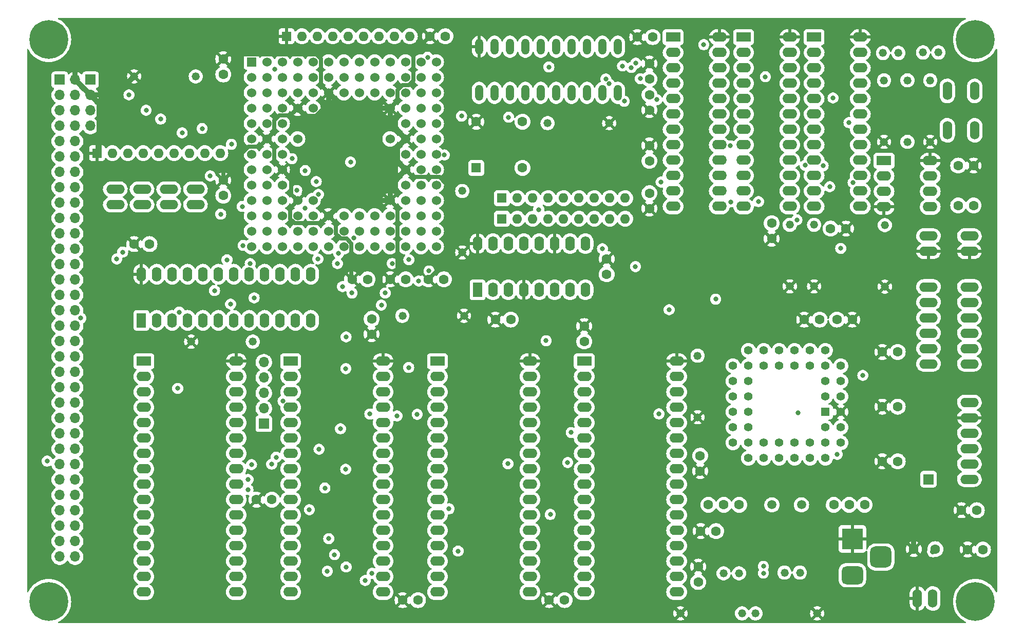
<source format=gbr>
G04 #@! TF.GenerationSoftware,KiCad,Pcbnew,7.0.9*
G04 #@! TF.CreationDate,2024-03-17T13:34:08+00:00*
G04 #@! TF.ProjectId,rosco_m68k,726f7363-6f5f-46d3-9638-6b2e6b696361,030-2.10*
G04 #@! TF.SameCoordinates,Original*
G04 #@! TF.FileFunction,Copper,L3,Inr*
G04 #@! TF.FilePolarity,Positive*
%FSLAX46Y46*%
G04 Gerber Fmt 4.6, Leading zero omitted, Abs format (unit mm)*
G04 Created by KiCad (PCBNEW 7.0.9) date 2024-03-17 13:34:08*
%MOMM*%
%LPD*%
G01*
G04 APERTURE LIST*
G04 Aperture macros list*
%AMRoundRect*
0 Rectangle with rounded corners*
0 $1 Rounding radius*
0 $2 $3 $4 $5 $6 $7 $8 $9 X,Y pos of 4 corners*
0 Add a 4 corners polygon primitive as box body*
4,1,4,$2,$3,$4,$5,$6,$7,$8,$9,$2,$3,0*
0 Add four circle primitives for the rounded corners*
1,1,$1+$1,$2,$3*
1,1,$1+$1,$4,$5*
1,1,$1+$1,$6,$7*
1,1,$1+$1,$8,$9*
0 Add four rect primitives between the rounded corners*
20,1,$1+$1,$2,$3,$4,$5,0*
20,1,$1+$1,$4,$5,$6,$7,0*
20,1,$1+$1,$6,$7,$8,$9,0*
20,1,$1+$1,$8,$9,$2,$3,0*%
G04 Aperture macros list end*
G04 #@! TA.AperFunction,ComponentPad*
%ADD10C,6.400000*%
G04 #@! TD*
G04 #@! TA.AperFunction,ComponentPad*
%ADD11O,1.524000X3.048000*%
G04 #@! TD*
G04 #@! TA.AperFunction,ComponentPad*
%ADD12C,1.320800*%
G04 #@! TD*
G04 #@! TA.AperFunction,ComponentPad*
%ADD13C,1.600200*%
G04 #@! TD*
G04 #@! TA.AperFunction,ComponentPad*
%ADD14R,1.422400X1.422400*%
G04 #@! TD*
G04 #@! TA.AperFunction,ComponentPad*
%ADD15C,1.422400*%
G04 #@! TD*
G04 #@! TA.AperFunction,ComponentPad*
%ADD16R,2.400000X1.600000*%
G04 #@! TD*
G04 #@! TA.AperFunction,ComponentPad*
%ADD17O,2.400000X1.600000*%
G04 #@! TD*
G04 #@! TA.AperFunction,ComponentPad*
%ADD18O,3.048000X1.524000*%
G04 #@! TD*
G04 #@! TA.AperFunction,ComponentPad*
%ADD19C,1.500000*%
G04 #@! TD*
G04 #@! TA.AperFunction,ComponentPad*
%ADD20R,1.600000X1.600000*%
G04 #@! TD*
G04 #@! TA.AperFunction,ComponentPad*
%ADD21C,1.600000*%
G04 #@! TD*
G04 #@! TA.AperFunction,ComponentPad*
%ADD22R,1.700000X1.700000*%
G04 #@! TD*
G04 #@! TA.AperFunction,ComponentPad*
%ADD23O,1.700000X1.700000*%
G04 #@! TD*
G04 #@! TA.AperFunction,ComponentPad*
%ADD24R,1.600000X2.400000*%
G04 #@! TD*
G04 #@! TA.AperFunction,ComponentPad*
%ADD25O,1.600000X2.400000*%
G04 #@! TD*
G04 #@! TA.AperFunction,ComponentPad*
%ADD26R,1.524000X1.524000*%
G04 #@! TD*
G04 #@! TA.AperFunction,ComponentPad*
%ADD27C,1.524000*%
G04 #@! TD*
G04 #@! TA.AperFunction,ComponentPad*
%ADD28R,3.500000X3.500000*%
G04 #@! TD*
G04 #@! TA.AperFunction,ComponentPad*
%ADD29RoundRect,0.750000X1.000000X-0.750000X1.000000X0.750000X-1.000000X0.750000X-1.000000X-0.750000X0*%
G04 #@! TD*
G04 #@! TA.AperFunction,ComponentPad*
%ADD30RoundRect,0.875000X0.875000X-0.875000X0.875000X0.875000X-0.875000X0.875000X-0.875000X-0.875000X0*%
G04 #@! TD*
G04 #@! TA.AperFunction,ComponentPad*
%ADD31O,1.600000X1.600000*%
G04 #@! TD*
G04 #@! TA.AperFunction,ComponentPad*
%ADD32O,1.320800X2.641600*%
G04 #@! TD*
G04 #@! TA.AperFunction,ViaPad*
%ADD33C,0.800000*%
G04 #@! TD*
G04 #@! TA.AperFunction,Conductor*
%ADD34C,0.650000*%
G04 #@! TD*
G04 #@! TA.AperFunction,Conductor*
%ADD35C,0.850000*%
G04 #@! TD*
G04 APERTURE END LIST*
D10*
X71500000Y-151500000D03*
X71500000Y-58700000D03*
X224300000Y-151500000D03*
D11*
X219659400Y-73701200D03*
X219659400Y-67198800D03*
X224180600Y-73701200D03*
X224180600Y-67198800D03*
D10*
X224300000Y-58700000D03*
D12*
X163920000Y-72520000D03*
X153760000Y-72520000D03*
D13*
X180274400Y-135538000D03*
X182814400Y-135538000D03*
X185354400Y-135538000D03*
X163495000Y-94930000D03*
X163495000Y-97470000D03*
X100300000Y-81930000D03*
X100300000Y-84470000D03*
X159800000Y-106019000D03*
X159800000Y-108559000D03*
X223005000Y-142925000D03*
X225545000Y-142925000D03*
X85596000Y-92484000D03*
X88136000Y-92484000D03*
X208946000Y-119329500D03*
X211486000Y-119329500D03*
X168547000Y-58300000D03*
X171087000Y-58300000D03*
X170550000Y-86620000D03*
X170550000Y-84080000D03*
X190710000Y-91580000D03*
X190710000Y-89040000D03*
X208946000Y-128363000D03*
X211486000Y-128363000D03*
X214122000Y-142850000D03*
X217678000Y-142850000D03*
D14*
X199572000Y-120199000D03*
D15*
X202112000Y-117659000D03*
X199572000Y-117659000D03*
X202112000Y-115119000D03*
X199572000Y-115119000D03*
X202112000Y-112579000D03*
X199572000Y-110039000D03*
X199572000Y-112579000D03*
X197032000Y-110039000D03*
X197032000Y-112579000D03*
X194492000Y-110039000D03*
X194492000Y-112579000D03*
X191952000Y-110039000D03*
X191952000Y-112579000D03*
X189412000Y-110039000D03*
X189412000Y-112579000D03*
X186872000Y-110039000D03*
X184332000Y-112579000D03*
X186872000Y-112579000D03*
X184332000Y-115119000D03*
X186872000Y-115119000D03*
X184332000Y-117659000D03*
X186872000Y-117659000D03*
X184332000Y-120199000D03*
X186872000Y-120199000D03*
X184332000Y-122739000D03*
X186872000Y-122739000D03*
X184332000Y-125279000D03*
X186872000Y-127819000D03*
X186872000Y-125279000D03*
X189412000Y-127819000D03*
X189412000Y-125279000D03*
X191952000Y-127819000D03*
X191952000Y-125279000D03*
X194492000Y-127819000D03*
X194492000Y-125279000D03*
X197032000Y-127819000D03*
X197032000Y-125279000D03*
X199572000Y-127819000D03*
X202112000Y-125279000D03*
X199572000Y-125279000D03*
X202112000Y-122739000D03*
X199572000Y-122739000D03*
X202112000Y-120199000D03*
D16*
X186076700Y-58324800D03*
D17*
X186076700Y-60864800D03*
X186076700Y-63404800D03*
X186076700Y-65944800D03*
X186076700Y-68484800D03*
X186076700Y-71024800D03*
X186076700Y-73564800D03*
X186076700Y-76104800D03*
X186076700Y-78644800D03*
X186076700Y-81184800D03*
X186076700Y-83724800D03*
X186076700Y-86264800D03*
X193696700Y-86264800D03*
X193696700Y-83724800D03*
X193696700Y-81184800D03*
X193696700Y-78644800D03*
X193696700Y-76104800D03*
X193696700Y-73564800D03*
X193696700Y-71024800D03*
X193696700Y-68484800D03*
X193696700Y-65944800D03*
X193696700Y-63404800D03*
X193696700Y-60864800D03*
X193696700Y-58324800D03*
D18*
X223300000Y-91159000D03*
X223300000Y-93699000D03*
D12*
X211600000Y-60930000D03*
X209060000Y-60930000D03*
X218200000Y-60840000D03*
X215660000Y-60840000D03*
D19*
X190740400Y-135537000D03*
X195620400Y-135537000D03*
D20*
X141990000Y-79910000D03*
D21*
X149610000Y-79910000D03*
X149610000Y-72290000D03*
X141990000Y-72290000D03*
D16*
X159800000Y-111823600D03*
D17*
X159800000Y-114363600D03*
X159800000Y-116903600D03*
X159800000Y-119443600D03*
X159800000Y-121983600D03*
X159800000Y-124523600D03*
X159800000Y-127063600D03*
X159800000Y-129603600D03*
X159800000Y-132143600D03*
X159800000Y-134683600D03*
X159800000Y-137223600D03*
X159800000Y-139763600D03*
X159800000Y-142303600D03*
X159800000Y-144843600D03*
X159800000Y-147383600D03*
X159800000Y-149923600D03*
X175040000Y-149923600D03*
X175040000Y-147383600D03*
X175040000Y-144843600D03*
X175040000Y-142303600D03*
X175040000Y-139763600D03*
X175040000Y-137223600D03*
X175040000Y-134683600D03*
X175040000Y-132143600D03*
X175040000Y-129603600D03*
X175040000Y-127063600D03*
X175040000Y-124523600D03*
X175040000Y-121983600D03*
X175040000Y-119443600D03*
X175040000Y-116903600D03*
X175040000Y-114363600D03*
X175040000Y-111823600D03*
D16*
X135600000Y-111823600D03*
D17*
X135600000Y-114363600D03*
X135600000Y-116903600D03*
X135600000Y-119443600D03*
X135600000Y-121983600D03*
X135600000Y-124523600D03*
X135600000Y-127063600D03*
X135600000Y-129603600D03*
X135600000Y-132143600D03*
X135600000Y-134683600D03*
X135600000Y-137223600D03*
X135600000Y-139763600D03*
X135600000Y-142303600D03*
X135600000Y-144843600D03*
X135600000Y-147383600D03*
X135600000Y-149923600D03*
X150840000Y-149923600D03*
X150840000Y-147383600D03*
X150840000Y-144843600D03*
X150840000Y-142303600D03*
X150840000Y-139763600D03*
X150840000Y-137223600D03*
X150840000Y-134683600D03*
X150840000Y-132143600D03*
X150840000Y-129603600D03*
X150840000Y-127063600D03*
X150840000Y-124523600D03*
X150840000Y-121983600D03*
X150840000Y-119443600D03*
X150840000Y-116903600D03*
X150840000Y-114363600D03*
X150840000Y-111823600D03*
D16*
X111400000Y-111823600D03*
D17*
X111400000Y-114363600D03*
X111400000Y-116903600D03*
X111400000Y-119443600D03*
X111400000Y-121983600D03*
X111400000Y-124523600D03*
X111400000Y-127063600D03*
X111400000Y-129603600D03*
X111400000Y-132143600D03*
X111400000Y-134683600D03*
X111400000Y-137223600D03*
X111400000Y-139763600D03*
X111400000Y-142303600D03*
X111400000Y-144843600D03*
X111400000Y-147383600D03*
X111400000Y-149923600D03*
X126640000Y-149923600D03*
X126640000Y-147383600D03*
X126640000Y-144843600D03*
X126640000Y-142303600D03*
X126640000Y-139763600D03*
X126640000Y-137223600D03*
X126640000Y-134683600D03*
X126640000Y-132143600D03*
X126640000Y-129603600D03*
X126640000Y-127063600D03*
X126640000Y-124523600D03*
X126640000Y-121983600D03*
X126640000Y-119443600D03*
X126640000Y-116903600D03*
X126640000Y-114363600D03*
X126640000Y-111823600D03*
D22*
X73325000Y-65350000D03*
D23*
X75865000Y-65350000D03*
X73325000Y-67890000D03*
X75865000Y-67890000D03*
X73325000Y-70430000D03*
X75865000Y-70430000D03*
X73325000Y-72970000D03*
X75865000Y-72970000D03*
X73325000Y-75510000D03*
X75865000Y-75510000D03*
X73325000Y-78050000D03*
X75865000Y-78050000D03*
X73325000Y-80590000D03*
X75865000Y-80590000D03*
X73325000Y-83130000D03*
X75865000Y-83130000D03*
X73325000Y-85670000D03*
X75865000Y-85670000D03*
X73325000Y-88210000D03*
X75865000Y-88210000D03*
X73325000Y-90750000D03*
X75865000Y-90750000D03*
X73325000Y-93290000D03*
X75865000Y-93290000D03*
X73325000Y-95830000D03*
X75865000Y-95830000D03*
X73325000Y-98370000D03*
X75865000Y-98370000D03*
X73325000Y-100910000D03*
X75865000Y-100910000D03*
X73325000Y-103450000D03*
X75865000Y-103450000D03*
X73325000Y-105990000D03*
X75865000Y-105990000D03*
X73325000Y-108530000D03*
X75865000Y-108530000D03*
X73325000Y-111070000D03*
X75865000Y-111070000D03*
X73325000Y-113610000D03*
X75865000Y-113610000D03*
X73325000Y-116150000D03*
X75865000Y-116150000D03*
X73325000Y-118690000D03*
X75865000Y-118690000D03*
X73325000Y-121230000D03*
X75865000Y-121230000D03*
X73325000Y-123770000D03*
X75865000Y-123770000D03*
X73325000Y-126310000D03*
X75865000Y-126310000D03*
X73325000Y-128850000D03*
X75865000Y-128850000D03*
X73325000Y-131390000D03*
X75865000Y-131390000D03*
X73325000Y-133930000D03*
X75865000Y-133930000D03*
X73325000Y-136470000D03*
X75865000Y-136470000D03*
X73325000Y-139010000D03*
X75865000Y-139010000D03*
X73325000Y-141550000D03*
X75865000Y-141550000D03*
X73325000Y-144090000D03*
X75865000Y-144090000D03*
D12*
X139980000Y-104324000D03*
X129820000Y-104324000D03*
D16*
X174450000Y-58324800D03*
D17*
X174450000Y-60864800D03*
X174450000Y-63404800D03*
X174450000Y-65944800D03*
X174450000Y-68484800D03*
X174450000Y-71024800D03*
X174450000Y-73564800D03*
X174450000Y-76104800D03*
X174450000Y-78644800D03*
X174450000Y-81184800D03*
X174450000Y-83724800D03*
X174450000Y-86264800D03*
X182070000Y-86264800D03*
X182070000Y-83724800D03*
X182070000Y-81184800D03*
X182070000Y-78644800D03*
X182070000Y-76104800D03*
X182070000Y-73564800D03*
X182070000Y-71024800D03*
X182070000Y-68484800D03*
X182070000Y-65944800D03*
X182070000Y-63404800D03*
X182070000Y-60864800D03*
X182070000Y-58324800D03*
D13*
X178918000Y-129962000D03*
X178918000Y-127422000D03*
X124750000Y-107370000D03*
X124750000Y-104830000D03*
X206018400Y-135538000D03*
X203478400Y-135538000D03*
X200938400Y-135538000D03*
X223999000Y-79525000D03*
X221459000Y-79525000D03*
X196069000Y-104952000D03*
X198609000Y-104952000D03*
D18*
X223300000Y-131310000D03*
X223300000Y-128770000D03*
X223300000Y-126230000D03*
X223300000Y-123690000D03*
X223300000Y-121150000D03*
X223300000Y-118610000D03*
D13*
X208946000Y-110296000D03*
X211486000Y-110296000D03*
X145149000Y-104943000D03*
X147689000Y-104943000D03*
D18*
X216564000Y-112258000D03*
X216564000Y-109718000D03*
X216564000Y-107178000D03*
X216564000Y-104638000D03*
X216564000Y-102098000D03*
X216564000Y-99558000D03*
X223300000Y-112258000D03*
X223300000Y-109718000D03*
X223300000Y-107178000D03*
X223300000Y-104638000D03*
X223300000Y-102098000D03*
X223300000Y-99558000D03*
D11*
X214730000Y-151000000D03*
X217270000Y-151000000D03*
D13*
X201455000Y-104952000D03*
X203995000Y-104952000D03*
X100300000Y-64470000D03*
X100300000Y-61930000D03*
X170550000Y-76203000D03*
X170550000Y-78743000D03*
D16*
X209230000Y-78724800D03*
D17*
X209230000Y-81264800D03*
X209230000Y-83804800D03*
X209230000Y-86344800D03*
X216850000Y-86344800D03*
X216850000Y-83804800D03*
X216850000Y-81264800D03*
X216850000Y-78724800D03*
D18*
X216564000Y-91159000D03*
X216564000Y-93699000D03*
D12*
X209362000Y-89353000D03*
X209362000Y-99513000D03*
X213078000Y-65450000D03*
X213078000Y-75610000D03*
X209230000Y-65450000D03*
X209230000Y-75610000D03*
X85596000Y-64798000D03*
X95756000Y-64798000D03*
X216850000Y-65450000D03*
X216850000Y-75610000D03*
D18*
X91296700Y-83430000D03*
X91296700Y-85970000D03*
D12*
X95001000Y-108593000D03*
X105161000Y-108593000D03*
X185309000Y-146845000D03*
X182769000Y-146845000D03*
X195349400Y-146720000D03*
X192809400Y-146720000D03*
X185830000Y-153460000D03*
X175670000Y-153460000D03*
X188048000Y-153460000D03*
X198208000Y-153460000D03*
D18*
X95700000Y-85970000D03*
X95700000Y-83430000D03*
D16*
X87200000Y-111823600D03*
D17*
X87200000Y-114363600D03*
X87200000Y-116903600D03*
X87200000Y-119443600D03*
X87200000Y-121983600D03*
X87200000Y-124523600D03*
X87200000Y-127063600D03*
X87200000Y-129603600D03*
X87200000Y-132143600D03*
X87200000Y-134683600D03*
X87200000Y-137223600D03*
X87200000Y-139763600D03*
X87200000Y-142303600D03*
X87200000Y-144843600D03*
X87200000Y-147383600D03*
X87200000Y-149923600D03*
X102440000Y-149923600D03*
X102440000Y-147383600D03*
X102440000Y-144843600D03*
X102440000Y-142303600D03*
X102440000Y-139763600D03*
X102440000Y-137223600D03*
X102440000Y-134683600D03*
X102440000Y-132143600D03*
X102440000Y-129603600D03*
X102440000Y-127063600D03*
X102440000Y-124523600D03*
X102440000Y-121983600D03*
X102440000Y-119443600D03*
X102440000Y-116903600D03*
X102440000Y-114363600D03*
X102440000Y-111823600D03*
D13*
X221459000Y-86101000D03*
X223999000Y-86101000D03*
X221994000Y-136426000D03*
X224534000Y-136426000D03*
X202959000Y-89929000D03*
X200419000Y-89929000D03*
D16*
X197703300Y-58324800D03*
D17*
X197703300Y-60864800D03*
X197703300Y-63404800D03*
X197703300Y-65944800D03*
X197703300Y-68484800D03*
X197703300Y-71024800D03*
X197703300Y-73564800D03*
X197703300Y-76104800D03*
X197703300Y-78644800D03*
X197703300Y-81184800D03*
X197703300Y-83724800D03*
X197703300Y-86264800D03*
X205323300Y-86264800D03*
X205323300Y-83724800D03*
X205323300Y-81184800D03*
X205323300Y-78644800D03*
X205323300Y-76104800D03*
X205323300Y-73564800D03*
X205323300Y-71024800D03*
X205323300Y-68484800D03*
X205323300Y-65944800D03*
X205323300Y-63404800D03*
X205323300Y-60864800D03*
X205323300Y-58324800D03*
D12*
X197703300Y-89303000D03*
X197703300Y-99463000D03*
D13*
X170550000Y-67810000D03*
X170550000Y-70350000D03*
X170543000Y-62680000D03*
X170543000Y-65220000D03*
D24*
X86787000Y-105081000D03*
D25*
X89327000Y-105081000D03*
X91867000Y-105081000D03*
X94407000Y-105081000D03*
X96947000Y-105081000D03*
X99487000Y-105081000D03*
X102027000Y-105081000D03*
X104567000Y-105081000D03*
X107107000Y-105081000D03*
X109647000Y-105081000D03*
X112187000Y-105081000D03*
X114727000Y-105081000D03*
X114727000Y-97461000D03*
X112187000Y-97461000D03*
X109647000Y-97461000D03*
X107107000Y-97461000D03*
X104567000Y-97461000D03*
X102027000Y-97461000D03*
X99487000Y-97461000D03*
X96947000Y-97461000D03*
X94407000Y-97461000D03*
X91867000Y-97461000D03*
X89327000Y-97461000D03*
X86787000Y-97461000D03*
D22*
X106971000Y-122147000D03*
D23*
X106971000Y-119607000D03*
X106971000Y-117067000D03*
X106971000Y-114527000D03*
X106971000Y-111987000D03*
D13*
X178585400Y-145740000D03*
X178585400Y-148280000D03*
X154030000Y-151263000D03*
X156570000Y-151263000D03*
X129852000Y-151263000D03*
X132392000Y-151263000D03*
X105763600Y-134673400D03*
X108303600Y-134673400D03*
D12*
X193696700Y-89303000D03*
X193696700Y-99463000D03*
D22*
X216564000Y-131310000D03*
D24*
X142225000Y-100025000D03*
D25*
X144765000Y-100025000D03*
X147305000Y-100025000D03*
X149845000Y-100025000D03*
X152385000Y-100025000D03*
X154925000Y-100025000D03*
X157465000Y-100025000D03*
X160005000Y-100025000D03*
X160005000Y-92405000D03*
X157465000Y-92405000D03*
X154925000Y-92405000D03*
X152385000Y-92405000D03*
X149845000Y-92405000D03*
X147305000Y-92405000D03*
X144765000Y-92405000D03*
X142225000Y-92405000D03*
D12*
X139700000Y-93880000D03*
X139700000Y-83720000D03*
X178490000Y-121070000D03*
X178490000Y-110910000D03*
D13*
X178991800Y-139880400D03*
X181531800Y-139880400D03*
D18*
X82490000Y-83430000D03*
X82490000Y-85970000D03*
D22*
X78405000Y-65350000D03*
D23*
X78405000Y-67890000D03*
X78405000Y-70430000D03*
X78405000Y-72970000D03*
D26*
X104930000Y-62420000D03*
D27*
X107470000Y-62420000D03*
X110010000Y-62420000D03*
X112550000Y-62420000D03*
X115090000Y-62420000D03*
X117630000Y-62420000D03*
X120170000Y-62420000D03*
X122710000Y-62420000D03*
X125250000Y-62420000D03*
X127790000Y-62420000D03*
X130330000Y-62420000D03*
X132870000Y-62420000D03*
X135410000Y-62420000D03*
X104930000Y-64960000D03*
X107470000Y-64960000D03*
X110010000Y-64960000D03*
X112550000Y-64960000D03*
X115090000Y-64960000D03*
X117630000Y-64960000D03*
X120170000Y-64960000D03*
X122710000Y-64960000D03*
X125250000Y-64960000D03*
X127790000Y-64960000D03*
X130330000Y-64960000D03*
X132870000Y-64960000D03*
X135410000Y-64960000D03*
X104930000Y-67500000D03*
X107470000Y-67500000D03*
X110010000Y-67500000D03*
X112550000Y-67500000D03*
X115090000Y-67500000D03*
X117630000Y-67500000D03*
X120170000Y-67500000D03*
X122710000Y-67500000D03*
X125250000Y-67500000D03*
X127790000Y-67500000D03*
X130330000Y-67500000D03*
X132870000Y-67500000D03*
X135410000Y-67500000D03*
X104930000Y-70040000D03*
X107470000Y-70040000D03*
X110010000Y-70040000D03*
X112550000Y-70040000D03*
X115090000Y-70040000D03*
X127790000Y-70040000D03*
X130330000Y-70040000D03*
X132870000Y-70040000D03*
X135410000Y-70040000D03*
X104930000Y-72580000D03*
X107470000Y-72580000D03*
X110010000Y-72580000D03*
X130330000Y-72580000D03*
X132870000Y-72580000D03*
X135410000Y-72580000D03*
X104930000Y-75120000D03*
X107470000Y-75120000D03*
X110010000Y-75120000D03*
X112550000Y-75120000D03*
X127790000Y-75120000D03*
X130330000Y-75120000D03*
X132870000Y-75120000D03*
X135410000Y-75120000D03*
X104930000Y-77660000D03*
X107470000Y-77660000D03*
X110010000Y-77660000D03*
X130330000Y-77660000D03*
X132870000Y-77660000D03*
X135410000Y-77660000D03*
X104930000Y-80200000D03*
X107470000Y-80200000D03*
X110010000Y-80200000D03*
X130330000Y-80200000D03*
X132870000Y-80200000D03*
X135410000Y-80200000D03*
X104930000Y-82740000D03*
X107470000Y-82740000D03*
X110010000Y-82740000D03*
X130330000Y-82740000D03*
X132870000Y-82740000D03*
X135410000Y-82740000D03*
X104930000Y-85280000D03*
X107470000Y-85280000D03*
X110010000Y-85280000D03*
X112550000Y-85280000D03*
X115090000Y-85280000D03*
X127790000Y-85280000D03*
X130330000Y-85280000D03*
X132870000Y-85280000D03*
X135410000Y-85280000D03*
X104930000Y-87820000D03*
X107470000Y-87820000D03*
X110010000Y-87820000D03*
X112550000Y-87820000D03*
X115090000Y-87820000D03*
X117630000Y-87820000D03*
X120170000Y-87820000D03*
X122710000Y-87820000D03*
X125250000Y-87820000D03*
X127790000Y-87820000D03*
X130330000Y-87820000D03*
X132870000Y-87820000D03*
X135410000Y-87820000D03*
X104930000Y-90360000D03*
X107470000Y-90360000D03*
X110010000Y-90360000D03*
X112550000Y-90360000D03*
X115090000Y-90360000D03*
X117630000Y-90360000D03*
X120170000Y-90360000D03*
X122710000Y-90360000D03*
X125250000Y-90360000D03*
X127790000Y-90360000D03*
X130330000Y-90360000D03*
X132870000Y-90360000D03*
X135410000Y-90360000D03*
X104930000Y-92900000D03*
X107470000Y-92900000D03*
X110010000Y-92900000D03*
X112550000Y-92900000D03*
X115090000Y-92900000D03*
X117630000Y-92900000D03*
X120170000Y-92900000D03*
X122710000Y-92900000D03*
X125250000Y-92900000D03*
X127790000Y-92900000D03*
X130330000Y-92900000D03*
X132870000Y-92900000D03*
X135410000Y-92900000D03*
D28*
X204012500Y-141160000D03*
D29*
X204012500Y-147160000D03*
D30*
X208712500Y-144160000D03*
D13*
X134366000Y-58166000D03*
X136906000Y-58166000D03*
D20*
X110729000Y-58166000D03*
D31*
X113269000Y-58166000D03*
X115809000Y-58166000D03*
X118349000Y-58166000D03*
X120889000Y-58166000D03*
X123429000Y-58166000D03*
X125969000Y-58166000D03*
X128509000Y-58166000D03*
X131049000Y-58166000D03*
D13*
X134130000Y-98300000D03*
X136670000Y-98300000D03*
D20*
X146225000Y-88300000D03*
D31*
X148765000Y-88300000D03*
X151305000Y-88300000D03*
X153845000Y-88300000D03*
X156385000Y-88300000D03*
X158925000Y-88300000D03*
X161465000Y-88300000D03*
X164005000Y-88300000D03*
X166545000Y-88300000D03*
D13*
X127830000Y-98300000D03*
X130370000Y-98300000D03*
D20*
X146225000Y-84900000D03*
D31*
X148765000Y-84900000D03*
X151305000Y-84900000D03*
X153845000Y-84900000D03*
X156385000Y-84900000D03*
X158925000Y-84900000D03*
X161465000Y-84900000D03*
X164005000Y-84900000D03*
X166545000Y-84900000D03*
D32*
X142470000Y-67510000D03*
X145010000Y-67510000D03*
X147550000Y-67510000D03*
X150090000Y-67510000D03*
X152630000Y-67510000D03*
X155170000Y-67510000D03*
X157710000Y-67510000D03*
X160250000Y-67510000D03*
X162790000Y-67510000D03*
X165330000Y-67510000D03*
X165330000Y-59890000D03*
X162790000Y-59890000D03*
X160250000Y-59890000D03*
X157710000Y-59890000D03*
X155170000Y-59890000D03*
X152630000Y-59890000D03*
X150090000Y-59890000D03*
X147550000Y-59890000D03*
X145010000Y-59890000D03*
X142470000Y-59890000D03*
D20*
X79490000Y-77460000D03*
D31*
X82030000Y-77460000D03*
X84570000Y-77460000D03*
X87110000Y-77460000D03*
X89650000Y-77460000D03*
X92190000Y-77460000D03*
X94730000Y-77460000D03*
X97270000Y-77460000D03*
X99810000Y-77460000D03*
D18*
X86893300Y-83430000D03*
X86893300Y-85970000D03*
D13*
X121530000Y-98300000D03*
X124070000Y-98300000D03*
D33*
X181474400Y-101578400D03*
X96798700Y-73413300D03*
X98140000Y-81240000D03*
X71254600Y-128319000D03*
X194860000Y-88471100D03*
X76802300Y-104720000D03*
X89964400Y-71848300D03*
X139572900Y-71359700D03*
X179511300Y-59568900D03*
X153520800Y-108442300D03*
X162801769Y-93243125D03*
X103567300Y-92702800D03*
X169045300Y-65169000D03*
X108806500Y-63618900D03*
X87578100Y-70402000D03*
X189340000Y-146820000D03*
X189340000Y-145690000D03*
X104367200Y-133011100D03*
X119951400Y-99499300D03*
X132513800Y-98594800D03*
X134212300Y-96925200D03*
X154205100Y-137125400D03*
X200279700Y-83006000D03*
X98854800Y-100169600D03*
X105382600Y-101364500D03*
X93508600Y-74114100D03*
X109006100Y-127677900D03*
X110137900Y-118391200D03*
X173800100Y-103319600D03*
X163361400Y-65223100D03*
X166115300Y-63084500D03*
X133974000Y-61641200D03*
X171770500Y-68650800D03*
X166396600Y-68899400D03*
X83697200Y-93805200D03*
X157665400Y-123585200D03*
X189673900Y-64865700D03*
X82739100Y-94930000D03*
X153979300Y-63254600D03*
X126985300Y-100568100D03*
X121517100Y-100568100D03*
X157076300Y-128562500D03*
X163872199Y-66024685D03*
X126355100Y-102566700D03*
X132270500Y-120606500D03*
X167563000Y-63328100D03*
X172470000Y-82248300D03*
X124457100Y-120533400D03*
X101492200Y-102388700D03*
X168313700Y-62619800D03*
X183980000Y-85510000D03*
X188535200Y-85479000D03*
X204127800Y-82329900D03*
X183892200Y-76261700D03*
X196230500Y-79485200D03*
X199185800Y-79566600D03*
X118633100Y-143755400D03*
X139010800Y-143167400D03*
X117683600Y-141111100D03*
X172122900Y-120528100D03*
X137509000Y-136194500D03*
X114476600Y-136345200D03*
X117451100Y-146486500D03*
X115886600Y-94935500D03*
X116078600Y-126358200D03*
X117044600Y-132767300D03*
X104381100Y-131344600D03*
X119119400Y-95698100D03*
X119617400Y-122982200D03*
X108265900Y-128823400D03*
X104946000Y-128905900D03*
X120470400Y-129658000D03*
X99872300Y-87556100D03*
X119308800Y-94012100D03*
X93028700Y-103706800D03*
X120492800Y-113048200D03*
X84739000Y-67847400D03*
X112400800Y-83634400D03*
X103413900Y-86269700D03*
X120540400Y-107817200D03*
X115618100Y-82164800D03*
X92778800Y-116312000D03*
X202088400Y-93205900D03*
X121798400Y-91462600D03*
X147221900Y-128756800D03*
X130864400Y-112852500D03*
X124817800Y-146831200D03*
X128948700Y-120860500D03*
X123691800Y-148026800D03*
X120545700Y-145807100D03*
X168245200Y-96200000D03*
X104733200Y-95695800D03*
X201522500Y-127198000D03*
X195087400Y-120337300D03*
X205728900Y-114165300D03*
X203453100Y-72435700D03*
X200815700Y-68370400D03*
X100904800Y-95081800D03*
X113764600Y-86553100D03*
X147333900Y-71546300D03*
X113800700Y-80346600D03*
X136733700Y-77772500D03*
X115983300Y-84276200D03*
X121265500Y-78930000D03*
X101622300Y-76018600D03*
X111619000Y-78371900D03*
X152292200Y-86787400D03*
X128143100Y-95689600D03*
X130895700Y-95059300D03*
D34*
X107470000Y-75120000D02*
X108708000Y-76358000D01*
X115614697Y-61129900D02*
X116392000Y-61907203D01*
D35*
X127790000Y-72580000D02*
X130330000Y-75120000D01*
D34*
X137370000Y-90470000D02*
X137370000Y-82885203D01*
D35*
X113888000Y-71378000D02*
X112550000Y-70040000D01*
X82504000Y-67890000D02*
X85596000Y-64798000D01*
D34*
X111310000Y-88330797D02*
X111310000Y-86520000D01*
X111524800Y-81714800D02*
X111524800Y-84254800D01*
D35*
X78405000Y-67890000D02*
X82504000Y-67890000D01*
X117630000Y-67500000D02*
X120170000Y-70040000D01*
D34*
X111310000Y-86520000D02*
X112550000Y-85280000D01*
D35*
X75865000Y-59325000D02*
X75950000Y-59240000D01*
D34*
X106230000Y-76360000D02*
X107470000Y-75120000D01*
X137370000Y-82885203D02*
X135922797Y-81438000D01*
X129028000Y-97102000D02*
X129028000Y-86518000D01*
X134130000Y-98300000D02*
X137370000Y-95060000D01*
X117630000Y-87820000D02*
X116392000Y-89058000D01*
X116392000Y-61907203D02*
X116392000Y-66262000D01*
X110010000Y-80200000D02*
X111524800Y-81714800D01*
X129028000Y-67051203D02*
X129028000Y-68802000D01*
X119657203Y-91598000D02*
X118868000Y-90808797D01*
X129028000Y-68802000D02*
X127790000Y-70040000D01*
X129028000Y-86518000D02*
X127790000Y-85280000D01*
D35*
X128992000Y-78862000D02*
X128992000Y-76458000D01*
D34*
X100300000Y-81930000D02*
X100300000Y-80539203D01*
X111312000Y-71278000D02*
X112550000Y-70040000D01*
D35*
X127790000Y-85280000D02*
X127790000Y-82740000D01*
X79831000Y-69316000D02*
X79831000Y-77119000D01*
D34*
X131632000Y-60900000D02*
X131632000Y-65472797D01*
X109497203Y-71278000D02*
X111312000Y-71278000D01*
X116392000Y-89058000D02*
X112037203Y-89058000D01*
X137370000Y-95060000D02*
X137370000Y-90470000D01*
D35*
X128992000Y-76458000D02*
X130330000Y-75120000D01*
D34*
X121408000Y-92387203D02*
X120618797Y-91598000D01*
X111524800Y-84254800D02*
X112550000Y-85280000D01*
D35*
X120170000Y-70040000D02*
X127790000Y-70040000D01*
X117630000Y-87820000D02*
X120170000Y-85280000D01*
X214122000Y-133539000D02*
X208946000Y-128363000D01*
D34*
X135922797Y-81438000D02*
X131568000Y-81438000D01*
D35*
X120170000Y-85280000D02*
X127790000Y-85280000D01*
D34*
X104479203Y-76360000D02*
X106230000Y-76360000D01*
X131568000Y-81438000D02*
X130330000Y-80200000D01*
X107470000Y-75120000D02*
X108708000Y-73882000D01*
D35*
X130330000Y-80200000D02*
X128992000Y-78862000D01*
D34*
X120618797Y-91598000D02*
X119657203Y-91598000D01*
X100300000Y-61930000D02*
X101100100Y-61129900D01*
X130842797Y-66262000D02*
X129817203Y-66262000D01*
X131632000Y-65472797D02*
X130842797Y-66262000D01*
X112037203Y-89058000D02*
X111310000Y-88330797D01*
X101100100Y-61129900D02*
X115614697Y-61129900D01*
D35*
X127790000Y-70040000D02*
X127790000Y-72580000D01*
D34*
X108708000Y-73882000D02*
X108708000Y-72067203D01*
D35*
X75865000Y-65350000D02*
X75865000Y-59325000D01*
X117630000Y-69392218D02*
X115644218Y-71378000D01*
X78405000Y-67890000D02*
X79831000Y-69316000D01*
X214122000Y-142850000D02*
X214122000Y-133539000D01*
X75865000Y-65350000D02*
X78405000Y-67890000D01*
X115644218Y-71378000D02*
X113888000Y-71378000D01*
D34*
X118868000Y-90808797D02*
X118868000Y-89058000D01*
D35*
X117630000Y-67500000D02*
X117630000Y-69392218D01*
D34*
X118868000Y-89058000D02*
X117630000Y-87820000D01*
X127830000Y-98300000D02*
X129028000Y-97102000D01*
X100300000Y-80539203D02*
X104479203Y-76360000D01*
X108708000Y-72067203D02*
X109497203Y-71278000D01*
X116392000Y-66262000D02*
X117630000Y-67500000D01*
X134366000Y-58166000D02*
X131632000Y-60900000D01*
X108708000Y-78898000D02*
X110010000Y-80200000D01*
X129817203Y-66262000D02*
X129028000Y-67051203D01*
D35*
X127790000Y-82740000D02*
X130330000Y-80200000D01*
D34*
X108708000Y-76358000D02*
X108708000Y-78898000D01*
X121408000Y-98178000D02*
X121408000Y-92387203D01*
D35*
X217270000Y-143258000D02*
X217678000Y-142850000D01*
G04 #@! TA.AperFunction,Conductor*
G36*
X76980863Y-66251674D02*
G01*
X77039409Y-66291835D01*
X77059804Y-66327415D01*
X77104111Y-66446204D01*
X77104112Y-66446207D01*
X77191738Y-66563261D01*
X77308792Y-66650887D01*
X77308796Y-66650889D01*
X77424312Y-66693975D01*
X77481148Y-66736522D01*
X77505958Y-66803042D01*
X77490866Y-66872416D01*
X77472981Y-66897367D01*
X77329670Y-67053045D01*
X77240780Y-67189101D01*
X77186776Y-67235189D01*
X77116428Y-67244764D01*
X77052071Y-67214786D01*
X77029816Y-67189101D01*
X76960055Y-67082323D01*
X76940724Y-67052734D01*
X76940720Y-67052729D01*
X76788237Y-66887091D01*
X76681131Y-66803727D01*
X76610576Y-66748811D01*
X76576792Y-66730528D01*
X76526402Y-66680516D01*
X76511050Y-66611199D01*
X76535610Y-66544586D01*
X76576793Y-66508901D01*
X76610300Y-66490767D01*
X76610301Y-66490767D01*
X76787905Y-66352532D01*
X76849047Y-66286113D01*
X76909899Y-66249541D01*
X76980863Y-66251674D01*
G37*
G04 #@! TD.AperFunction*
G04 #@! TA.AperFunction,Conductor*
G36*
X201726835Y-120324148D02*
G01*
X201784359Y-120437045D01*
X201873955Y-120526641D01*
X201986852Y-120584165D01*
X202072482Y-120597727D01*
X201447870Y-121222338D01*
X201447870Y-121222339D01*
X201500072Y-121258891D01*
X201500071Y-121258891D01*
X201693415Y-121349048D01*
X201696931Y-121350328D01*
X201698265Y-121351310D01*
X201698402Y-121351374D01*
X201698389Y-121351401D01*
X201754105Y-121392419D01*
X201779447Y-121458738D01*
X201764911Y-121528231D01*
X201715112Y-121578833D01*
X201696952Y-121587128D01*
X201693257Y-121588473D01*
X201499820Y-121678674D01*
X201325000Y-121801084D01*
X201324994Y-121801089D01*
X201174089Y-121951994D01*
X201174084Y-121952000D01*
X201051674Y-122126820D01*
X200961476Y-122320249D01*
X200960400Y-122323208D01*
X200959574Y-122324328D01*
X200959154Y-122325231D01*
X200958972Y-122325146D01*
X200918304Y-122380378D01*
X200851982Y-122405714D01*
X200782490Y-122391171D01*
X200731893Y-122341367D01*
X200723600Y-122323208D01*
X200722523Y-122320249D01*
X200687265Y-122244639D01*
X200632326Y-122126821D01*
X200509913Y-121951997D01*
X200359003Y-121801087D01*
X200359002Y-121801086D01*
X200359001Y-121801085D01*
X200358998Y-121801083D01*
X200184180Y-121678674D01*
X200184178Y-121678673D01*
X200141764Y-121658895D01*
X200088479Y-121611978D01*
X200069018Y-121543700D01*
X200089560Y-121475740D01*
X200143583Y-121429675D01*
X200195014Y-121418700D01*
X200331832Y-121418700D01*
X200331838Y-121418700D01*
X200331845Y-121418699D01*
X200331849Y-121418699D01*
X200392396Y-121412190D01*
X200392399Y-121412189D01*
X200392401Y-121412189D01*
X200529404Y-121361089D01*
X200541510Y-121352027D01*
X200646461Y-121273461D01*
X200734087Y-121156407D01*
X200734087Y-121156406D01*
X200734089Y-121156404D01*
X200785189Y-121019401D01*
X200786670Y-121005632D01*
X200791699Y-120958849D01*
X200791700Y-120958832D01*
X200791700Y-120820829D01*
X200811702Y-120752708D01*
X200865358Y-120706215D01*
X200935632Y-120696111D01*
X201000212Y-120725605D01*
X201031895Y-120767580D01*
X201052105Y-120810922D01*
X201088660Y-120863128D01*
X201713272Y-120238516D01*
X201726835Y-120324148D01*
G37*
G04 #@! TD.AperFunction*
G04 #@! TA.AperFunction,Conductor*
G36*
X200901505Y-118006825D02*
G01*
X200952105Y-118056627D01*
X200960402Y-118074795D01*
X200961480Y-118077758D01*
X201051673Y-118271178D01*
X201051674Y-118271180D01*
X201174083Y-118445998D01*
X201174090Y-118446007D01*
X201324992Y-118596909D01*
X201325001Y-118596916D01*
X201331602Y-118601538D01*
X201499820Y-118719326D01*
X201642851Y-118786022D01*
X201693245Y-118809521D01*
X201696940Y-118810866D01*
X201754111Y-118852961D01*
X201779448Y-118919283D01*
X201764906Y-118988775D01*
X201715103Y-119039373D01*
X201696943Y-119047667D01*
X201693417Y-119048950D01*
X201500070Y-119139110D01*
X201447869Y-119175660D01*
X202072481Y-119800272D01*
X201986852Y-119813835D01*
X201873955Y-119871359D01*
X201784359Y-119960955D01*
X201726835Y-120073852D01*
X201713272Y-120159481D01*
X201088660Y-119534869D01*
X201052109Y-119587071D01*
X201052108Y-119587073D01*
X201031894Y-119630422D01*
X200984977Y-119683707D01*
X200916699Y-119703167D01*
X200848740Y-119682625D01*
X200802674Y-119628601D01*
X200791700Y-119577171D01*
X200791700Y-119439167D01*
X200791699Y-119439150D01*
X200785190Y-119378603D01*
X200785188Y-119378595D01*
X200745655Y-119272606D01*
X200734089Y-119241596D01*
X200734088Y-119241594D01*
X200734087Y-119241592D01*
X200646461Y-119124538D01*
X200529407Y-119036912D01*
X200529402Y-119036910D01*
X200392404Y-118985811D01*
X200392396Y-118985809D01*
X200331849Y-118979300D01*
X200331838Y-118979300D01*
X200195014Y-118979300D01*
X200126893Y-118959298D01*
X200080400Y-118905642D01*
X200070296Y-118835368D01*
X200099790Y-118770788D01*
X200141764Y-118739105D01*
X200149767Y-118735372D01*
X200184180Y-118719326D01*
X200359003Y-118596913D01*
X200509913Y-118446003D01*
X200632326Y-118271180D01*
X200722521Y-118077755D01*
X200722523Y-118077745D01*
X200723598Y-118074795D01*
X200724425Y-118073671D01*
X200724846Y-118072769D01*
X200725027Y-118072853D01*
X200765692Y-118017624D01*
X200832013Y-117992285D01*
X200901505Y-118006825D01*
G37*
G04 #@! TD.AperFunction*
G04 #@! TA.AperFunction,Conductor*
G36*
X118968959Y-90835423D02*
G01*
X119014194Y-90887626D01*
X119030900Y-90923452D01*
X119065511Y-90997675D01*
X119065512Y-90997677D01*
X119193016Y-91179772D01*
X119193020Y-91179777D01*
X119193023Y-91179781D01*
X119350219Y-91336977D01*
X119350223Y-91336980D01*
X119350227Y-91336983D01*
X119366681Y-91348504D01*
X119532323Y-91464488D01*
X119642373Y-91515805D01*
X119695658Y-91562722D01*
X119715119Y-91630999D01*
X119694577Y-91698959D01*
X119642373Y-91744195D01*
X119532323Y-91795512D01*
X119350222Y-91923020D01*
X119350216Y-91923025D01*
X119193025Y-92080216D01*
X119193020Y-92080222D01*
X119065512Y-92262323D01*
X119014195Y-92372373D01*
X118967277Y-92425658D01*
X118899000Y-92445119D01*
X118831040Y-92424577D01*
X118785805Y-92372373D01*
X118771853Y-92342454D01*
X118734488Y-92262324D01*
X118606977Y-92080219D01*
X118449781Y-91923023D01*
X118449777Y-91923020D01*
X118449772Y-91923016D01*
X118267677Y-91795512D01*
X118267675Y-91795511D01*
X118157627Y-91744195D01*
X118104342Y-91697278D01*
X118084881Y-91629001D01*
X118105423Y-91561041D01*
X118157627Y-91515805D01*
X118267677Y-91464488D01*
X118449781Y-91336977D01*
X118606977Y-91179781D01*
X118734488Y-90997677D01*
X118785805Y-90887626D01*
X118832722Y-90834342D01*
X118900999Y-90814881D01*
X118968959Y-90835423D01*
G37*
G04 #@! TD.AperFunction*
G04 #@! TA.AperFunction,Conductor*
G36*
X129128959Y-90835423D02*
G01*
X129174194Y-90887626D01*
X129190900Y-90923452D01*
X129225511Y-90997675D01*
X129225512Y-90997677D01*
X129353016Y-91179772D01*
X129353020Y-91179777D01*
X129353023Y-91179781D01*
X129510219Y-91336977D01*
X129510223Y-91336980D01*
X129510227Y-91336983D01*
X129526681Y-91348504D01*
X129692323Y-91464488D01*
X129802373Y-91515805D01*
X129855658Y-91562722D01*
X129875119Y-91630999D01*
X129854577Y-91698959D01*
X129802373Y-91744195D01*
X129692323Y-91795512D01*
X129510222Y-91923020D01*
X129510216Y-91923025D01*
X129353025Y-92080216D01*
X129353020Y-92080222D01*
X129225512Y-92262323D01*
X129174195Y-92372373D01*
X129127277Y-92425658D01*
X129059000Y-92445119D01*
X128991040Y-92424577D01*
X128945805Y-92372373D01*
X128931853Y-92342454D01*
X128894488Y-92262324D01*
X128766977Y-92080219D01*
X128609781Y-91923023D01*
X128609777Y-91923020D01*
X128609772Y-91923016D01*
X128427677Y-91795512D01*
X128427675Y-91795511D01*
X128317627Y-91744195D01*
X128264342Y-91697278D01*
X128244881Y-91629001D01*
X128265423Y-91561041D01*
X128317627Y-91515805D01*
X128427677Y-91464488D01*
X128609781Y-91336977D01*
X128766977Y-91179781D01*
X128894488Y-90997677D01*
X128945805Y-90887626D01*
X128992722Y-90834342D01*
X129060999Y-90814881D01*
X129128959Y-90835423D01*
G37*
G04 #@! TD.AperFunction*
G04 #@! TA.AperFunction,Conductor*
G36*
X111348959Y-88295423D02*
G01*
X111394195Y-88347627D01*
X111445511Y-88457675D01*
X111445512Y-88457677D01*
X111573016Y-88639772D01*
X111573020Y-88639777D01*
X111573023Y-88639781D01*
X111730219Y-88796977D01*
X111730223Y-88796980D01*
X111730227Y-88796983D01*
X111795452Y-88842654D01*
X111912323Y-88924488D01*
X112021781Y-88975529D01*
X112022373Y-88975805D01*
X112075658Y-89022722D01*
X112095119Y-89090999D01*
X112074577Y-89158959D01*
X112022373Y-89204195D01*
X111912323Y-89255512D01*
X111730222Y-89383020D01*
X111730216Y-89383025D01*
X111573025Y-89540216D01*
X111573020Y-89540222D01*
X111445512Y-89722323D01*
X111394195Y-89832373D01*
X111347277Y-89885658D01*
X111279000Y-89905119D01*
X111211040Y-89884577D01*
X111165805Y-89832373D01*
X111140013Y-89777063D01*
X111114488Y-89722324D01*
X110986977Y-89540219D01*
X110829781Y-89383023D01*
X110829777Y-89383020D01*
X110829772Y-89383016D01*
X110647677Y-89255512D01*
X110647675Y-89255511D01*
X110548369Y-89209204D01*
X110537626Y-89204194D01*
X110484342Y-89157278D01*
X110464881Y-89089001D01*
X110485423Y-89021041D01*
X110537627Y-88975805D01*
X110538219Y-88975529D01*
X110647677Y-88924488D01*
X110829781Y-88796977D01*
X110986977Y-88639781D01*
X111114488Y-88457677D01*
X111165805Y-88347626D01*
X111212722Y-88294342D01*
X111280999Y-88274881D01*
X111348959Y-88295423D01*
G37*
G04 #@! TD.AperFunction*
G04 #@! TA.AperFunction,Conductor*
G36*
X113888959Y-88295423D02*
G01*
X113934195Y-88347627D01*
X113985511Y-88457675D01*
X113985512Y-88457677D01*
X114113016Y-88639772D01*
X114113020Y-88639777D01*
X114113023Y-88639781D01*
X114270219Y-88796977D01*
X114270223Y-88796980D01*
X114270227Y-88796983D01*
X114335452Y-88842654D01*
X114452323Y-88924488D01*
X114561781Y-88975529D01*
X114562373Y-88975805D01*
X114615658Y-89022722D01*
X114635119Y-89090999D01*
X114614577Y-89158959D01*
X114562373Y-89204195D01*
X114452323Y-89255512D01*
X114270222Y-89383020D01*
X114270216Y-89383025D01*
X114113025Y-89540216D01*
X114113020Y-89540222D01*
X113985512Y-89722323D01*
X113934195Y-89832373D01*
X113887277Y-89885658D01*
X113819000Y-89905119D01*
X113751040Y-89884577D01*
X113705805Y-89832373D01*
X113680013Y-89777063D01*
X113654488Y-89722324D01*
X113526977Y-89540219D01*
X113369781Y-89383023D01*
X113369777Y-89383020D01*
X113369772Y-89383016D01*
X113187677Y-89255512D01*
X113187675Y-89255511D01*
X113088369Y-89209204D01*
X113077626Y-89204194D01*
X113024342Y-89157278D01*
X113004881Y-89089001D01*
X113025423Y-89021041D01*
X113077627Y-88975805D01*
X113078219Y-88975529D01*
X113187677Y-88924488D01*
X113369781Y-88796977D01*
X113526977Y-88639781D01*
X113654488Y-88457677D01*
X113705805Y-88347626D01*
X113752722Y-88294342D01*
X113820999Y-88274881D01*
X113888959Y-88295423D01*
G37*
G04 #@! TD.AperFunction*
G04 #@! TA.AperFunction,Conductor*
G36*
X118968959Y-65435423D02*
G01*
X119014195Y-65487627D01*
X119065511Y-65597675D01*
X119065512Y-65597677D01*
X119193016Y-65779772D01*
X119193020Y-65779777D01*
X119193023Y-65779781D01*
X119350219Y-65936977D01*
X119350223Y-65936980D01*
X119350227Y-65936983D01*
X119392239Y-65966400D01*
X119532323Y-66064488D01*
X119642373Y-66115805D01*
X119695658Y-66162722D01*
X119715119Y-66230999D01*
X119694577Y-66298959D01*
X119642373Y-66344195D01*
X119532323Y-66395512D01*
X119350222Y-66523020D01*
X119350216Y-66523025D01*
X119193025Y-66680216D01*
X119193020Y-66680222D01*
X119065512Y-66862323D01*
X119013919Y-66972965D01*
X118967002Y-67026250D01*
X118898724Y-67045711D01*
X118830764Y-67025169D01*
X118785529Y-66972965D01*
X118734051Y-66862571D01*
X118689815Y-66799395D01*
X118689813Y-66799395D01*
X117989210Y-67499999D01*
X117989210Y-67500001D01*
X118689812Y-68200603D01*
X118689814Y-68200603D01*
X118734052Y-68137426D01*
X118734053Y-68137425D01*
X118785529Y-68027035D01*
X118832446Y-67973750D01*
X118900723Y-67954289D01*
X118968683Y-67974831D01*
X119013918Y-68027034D01*
X119034113Y-68070342D01*
X119065511Y-68137675D01*
X119065512Y-68137677D01*
X119193016Y-68319772D01*
X119193020Y-68319777D01*
X119193023Y-68319781D01*
X119350219Y-68476977D01*
X119350223Y-68476980D01*
X119350227Y-68476983D01*
X119420608Y-68526264D01*
X119532323Y-68604488D01*
X119733804Y-68698440D01*
X119948537Y-68755978D01*
X120170000Y-68775353D01*
X120391463Y-68755978D01*
X120606196Y-68698440D01*
X120807677Y-68604488D01*
X120989781Y-68476977D01*
X121146977Y-68319781D01*
X121274488Y-68137677D01*
X121325805Y-68027626D01*
X121372722Y-67974342D01*
X121440999Y-67954881D01*
X121508959Y-67975423D01*
X121554194Y-68027626D01*
X121559080Y-68038104D01*
X121605511Y-68137675D01*
X121605512Y-68137677D01*
X121733016Y-68319772D01*
X121733020Y-68319777D01*
X121733023Y-68319781D01*
X121890219Y-68476977D01*
X121890223Y-68476980D01*
X121890227Y-68476983D01*
X121960608Y-68526264D01*
X122072323Y-68604488D01*
X122273804Y-68698440D01*
X122488537Y-68755978D01*
X122710000Y-68775353D01*
X122931463Y-68755978D01*
X123146196Y-68698440D01*
X123347677Y-68604488D01*
X123529781Y-68476977D01*
X123686977Y-68319781D01*
X123814488Y-68137677D01*
X123865805Y-68027626D01*
X123912722Y-67974342D01*
X123980999Y-67954881D01*
X124048959Y-67975423D01*
X124094194Y-68027626D01*
X124099080Y-68038104D01*
X124145511Y-68137675D01*
X124145512Y-68137677D01*
X124273016Y-68319772D01*
X124273020Y-68319777D01*
X124273023Y-68319781D01*
X124430219Y-68476977D01*
X124430223Y-68476980D01*
X124430227Y-68476983D01*
X124500608Y-68526264D01*
X124612323Y-68604488D01*
X124813804Y-68698440D01*
X125028537Y-68755978D01*
X125250000Y-68775353D01*
X125471463Y-68755978D01*
X125686196Y-68698440D01*
X125887677Y-68604488D01*
X126069781Y-68476977D01*
X126226977Y-68319781D01*
X126354488Y-68137677D01*
X126405805Y-68027626D01*
X126452722Y-67974342D01*
X126520999Y-67954881D01*
X126588959Y-67975423D01*
X126634194Y-68027626D01*
X126639080Y-68038104D01*
X126685511Y-68137675D01*
X126685512Y-68137677D01*
X126813016Y-68319772D01*
X126813020Y-68319777D01*
X126813023Y-68319781D01*
X126970219Y-68476977D01*
X126970223Y-68476980D01*
X126970227Y-68476983D01*
X127040608Y-68526264D01*
X127152323Y-68604488D01*
X127217310Y-68634792D01*
X127262964Y-68656081D01*
X127316249Y-68702998D01*
X127335710Y-68771276D01*
X127315168Y-68839236D01*
X127262965Y-68884470D01*
X127152577Y-68935945D01*
X127089394Y-68980185D01*
X127768209Y-69659000D01*
X127758431Y-69659000D01*
X127664579Y-69674661D01*
X127552749Y-69735180D01*
X127466629Y-69828731D01*
X127415552Y-69945177D01*
X127409461Y-70018670D01*
X126730185Y-69339394D01*
X126685946Y-69402575D01*
X126592033Y-69603972D01*
X126592031Y-69603976D01*
X126534517Y-69818625D01*
X126515149Y-70040000D01*
X126534517Y-70261374D01*
X126592031Y-70476023D01*
X126592033Y-70476027D01*
X126685946Y-70677425D01*
X126730184Y-70740603D01*
X126730185Y-70740603D01*
X127405607Y-70065181D01*
X127405051Y-70071898D01*
X127436266Y-70195162D01*
X127505813Y-70301612D01*
X127606157Y-70379713D01*
X127726422Y-70421000D01*
X127768210Y-70421000D01*
X127089395Y-71099813D01*
X127089395Y-71099814D01*
X127152575Y-71144053D01*
X127152574Y-71144053D01*
X127353972Y-71237966D01*
X127353976Y-71237968D01*
X127568625Y-71295482D01*
X127790000Y-71314850D01*
X128011374Y-71295482D01*
X128226023Y-71237968D01*
X128226027Y-71237966D01*
X128427425Y-71144053D01*
X128427426Y-71144052D01*
X128490603Y-71099814D01*
X128490603Y-71099812D01*
X127811791Y-70421000D01*
X127821569Y-70421000D01*
X127915421Y-70405339D01*
X128027251Y-70344820D01*
X128113371Y-70251269D01*
X128164448Y-70134823D01*
X128170538Y-70061329D01*
X128849812Y-70740603D01*
X128849814Y-70740603D01*
X128894052Y-70677426D01*
X128894053Y-70677425D01*
X128945529Y-70567035D01*
X128992446Y-70513750D01*
X129060723Y-70494289D01*
X129128683Y-70514831D01*
X129173919Y-70567035D01*
X129225511Y-70677675D01*
X129225512Y-70677677D01*
X129353016Y-70859772D01*
X129353020Y-70859777D01*
X129353023Y-70859781D01*
X129510219Y-71016977D01*
X129510223Y-71016980D01*
X129510227Y-71016983D01*
X129594072Y-71075692D01*
X129692323Y-71144488D01*
X129796611Y-71193118D01*
X129802373Y-71195805D01*
X129855658Y-71242722D01*
X129875119Y-71310999D01*
X129854577Y-71378959D01*
X129802373Y-71424195D01*
X129692323Y-71475512D01*
X129510222Y-71603020D01*
X129510216Y-71603025D01*
X129353025Y-71760216D01*
X129353020Y-71760222D01*
X129225512Y-71942323D01*
X129131561Y-72143801D01*
X129131559Y-72143806D01*
X129109760Y-72225163D01*
X129074022Y-72358537D01*
X129054647Y-72580000D01*
X129074022Y-72801463D01*
X129107499Y-72926400D01*
X129131559Y-73016193D01*
X129131561Y-73016199D01*
X129225511Y-73217675D01*
X129225512Y-73217677D01*
X129353016Y-73399772D01*
X129353020Y-73399777D01*
X129353023Y-73399781D01*
X129510219Y-73556977D01*
X129510223Y-73556980D01*
X129510227Y-73556983D01*
X129594072Y-73615692D01*
X129692323Y-73684488D01*
X129701785Y-73688900D01*
X129802964Y-73736081D01*
X129856249Y-73782998D01*
X129875710Y-73851276D01*
X129855168Y-73919236D01*
X129802965Y-73964470D01*
X129692577Y-74015945D01*
X129629394Y-74060185D01*
X130329999Y-74760790D01*
X130330000Y-74760790D01*
X131030603Y-74060185D01*
X131030603Y-74060184D01*
X130967425Y-74015946D01*
X130967420Y-74015943D01*
X130857034Y-73964469D01*
X130803750Y-73917552D01*
X130784289Y-73849275D01*
X130804831Y-73781315D01*
X130857034Y-73736081D01*
X130942097Y-73696415D01*
X130967671Y-73684491D01*
X130967672Y-73684490D01*
X130967677Y-73684488D01*
X131149781Y-73556977D01*
X131306977Y-73399781D01*
X131434488Y-73217677D01*
X131485805Y-73107626D01*
X131532722Y-73054342D01*
X131600999Y-73034881D01*
X131668959Y-73055423D01*
X131714194Y-73107626D01*
X131728228Y-73137722D01*
X131765511Y-73217675D01*
X131765512Y-73217677D01*
X131893016Y-73399772D01*
X131893020Y-73399777D01*
X131893023Y-73399781D01*
X132050219Y-73556977D01*
X132050223Y-73556980D01*
X132050227Y-73556983D01*
X132134072Y-73615692D01*
X132232323Y-73684488D01*
X132342373Y-73735805D01*
X132395658Y-73782722D01*
X132415119Y-73850999D01*
X132394577Y-73918959D01*
X132342373Y-73964195D01*
X132232323Y-74015512D01*
X132050222Y-74143020D01*
X132050216Y-74143025D01*
X131893025Y-74300216D01*
X131893020Y-74300222D01*
X131765512Y-74482323D01*
X131713919Y-74592965D01*
X131667002Y-74646250D01*
X131598724Y-74665711D01*
X131530764Y-74645169D01*
X131485529Y-74592965D01*
X131434051Y-74482571D01*
X131389815Y-74419395D01*
X131389813Y-74419395D01*
X130689210Y-75119999D01*
X130689210Y-75120001D01*
X131389812Y-75820603D01*
X131389814Y-75820603D01*
X131434052Y-75757426D01*
X131434053Y-75757425D01*
X131485529Y-75647035D01*
X131532446Y-75593750D01*
X131600723Y-75574289D01*
X131668683Y-75594831D01*
X131713918Y-75647034D01*
X131741811Y-75706850D01*
X131765511Y-75757675D01*
X131765512Y-75757677D01*
X131893016Y-75939772D01*
X131893020Y-75939777D01*
X131893023Y-75939781D01*
X132050219Y-76096977D01*
X132050223Y-76096980D01*
X132050227Y-76096983D01*
X132061391Y-76104800D01*
X132232323Y-76224488D01*
X132341781Y-76275529D01*
X132342373Y-76275805D01*
X132395658Y-76322722D01*
X132415119Y-76390999D01*
X132394577Y-76458959D01*
X132342373Y-76504195D01*
X132232323Y-76555512D01*
X132050222Y-76683020D01*
X132050216Y-76683025D01*
X131893025Y-76840216D01*
X131893020Y-76840222D01*
X131765512Y-77022323D01*
X131714195Y-77132373D01*
X131667277Y-77185658D01*
X131599000Y-77205119D01*
X131531040Y-77184577D01*
X131485805Y-77132373D01*
X131467741Y-77093635D01*
X131434488Y-77022324D01*
X131306977Y-76840219D01*
X131149781Y-76683023D01*
X131149777Y-76683020D01*
X131149772Y-76683016D01*
X130967677Y-76555512D01*
X130967675Y-76555511D01*
X130857035Y-76503919D01*
X130803750Y-76457002D01*
X130784289Y-76388725D01*
X130804831Y-76320765D01*
X130857035Y-76275529D01*
X130967425Y-76224053D01*
X130967426Y-76224052D01*
X131030603Y-76179814D01*
X131030603Y-76179812D01*
X130330001Y-75479210D01*
X130330000Y-75479210D01*
X129629395Y-76179813D01*
X129629395Y-76179814D01*
X129692575Y-76224053D01*
X129692574Y-76224053D01*
X129802964Y-76275529D01*
X129856249Y-76322447D01*
X129875710Y-76390724D01*
X129855168Y-76458684D01*
X129802964Y-76503919D01*
X129692323Y-76555512D01*
X129510222Y-76683020D01*
X129510216Y-76683025D01*
X129353025Y-76840216D01*
X129353020Y-76840222D01*
X129225512Y-77022323D01*
X129131561Y-77223801D01*
X129131559Y-77223806D01*
X129121699Y-77260605D01*
X129074022Y-77438537D01*
X129054647Y-77660000D01*
X129074022Y-77881463D01*
X129105877Y-78000345D01*
X129131559Y-78096193D01*
X129131561Y-78096199D01*
X129225511Y-78297675D01*
X129225512Y-78297677D01*
X129353016Y-78479772D01*
X129353020Y-78479777D01*
X129353023Y-78479781D01*
X129510219Y-78636977D01*
X129510223Y-78636980D01*
X129510227Y-78636983D01*
X129598498Y-78698791D01*
X129692323Y-78764488D01*
X129715900Y-78775482D01*
X129802964Y-78816081D01*
X129856249Y-78862998D01*
X129875710Y-78931276D01*
X129855168Y-78999236D01*
X129802965Y-79044470D01*
X129692577Y-79095945D01*
X129629394Y-79140185D01*
X130329999Y-79840790D01*
X130330000Y-79840790D01*
X131030603Y-79140185D01*
X131030603Y-79140184D01*
X130967425Y-79095946D01*
X130967420Y-79095943D01*
X130857034Y-79044469D01*
X130803750Y-78997552D01*
X130784289Y-78929275D01*
X130804831Y-78861315D01*
X130857034Y-78816081D01*
X130957004Y-78769465D01*
X130967671Y-78764491D01*
X130967672Y-78764490D01*
X130967677Y-78764488D01*
X131149781Y-78636977D01*
X131306977Y-78479781D01*
X131434488Y-78297677D01*
X131485805Y-78187626D01*
X131532722Y-78134342D01*
X131600999Y-78114881D01*
X131668959Y-78135423D01*
X131714195Y-78187627D01*
X131765511Y-78297675D01*
X131765512Y-78297677D01*
X131893016Y-78479772D01*
X131893020Y-78479777D01*
X131893023Y-78479781D01*
X132050219Y-78636977D01*
X132050223Y-78636980D01*
X132050227Y-78636983D01*
X132138498Y-78698791D01*
X132232323Y-78764488D01*
X132328022Y-78809113D01*
X132342373Y-78815805D01*
X132395658Y-78862722D01*
X132415119Y-78930999D01*
X132394577Y-78998959D01*
X132342373Y-79044195D01*
X132232323Y-79095512D01*
X132050222Y-79223020D01*
X132050216Y-79223025D01*
X131893025Y-79380216D01*
X131893020Y-79380222D01*
X131765512Y-79562323D01*
X131713919Y-79672965D01*
X131667002Y-79726250D01*
X131598724Y-79745711D01*
X131530764Y-79725169D01*
X131485529Y-79672965D01*
X131434051Y-79562571D01*
X131389815Y-79499395D01*
X131389813Y-79499395D01*
X130689210Y-80199999D01*
X130689210Y-80200001D01*
X131389812Y-80900603D01*
X131389814Y-80900603D01*
X131434052Y-80837426D01*
X131434053Y-80837425D01*
X131485529Y-80727035D01*
X131532446Y-80673750D01*
X131600723Y-80654289D01*
X131668683Y-80674831D01*
X131713918Y-80727034D01*
X131729000Y-80759377D01*
X131765511Y-80837675D01*
X131765512Y-80837677D01*
X131893016Y-81019772D01*
X131893020Y-81019777D01*
X131893023Y-81019781D01*
X132050219Y-81176977D01*
X132050223Y-81176980D01*
X132050227Y-81176983D01*
X132134072Y-81235692D01*
X132232323Y-81304488D01*
X132308050Y-81339800D01*
X132342373Y-81355805D01*
X132395658Y-81402722D01*
X132415119Y-81470999D01*
X132394577Y-81538959D01*
X132342373Y-81584195D01*
X132232323Y-81635512D01*
X132050222Y-81763020D01*
X132050216Y-81763025D01*
X131893025Y-81920216D01*
X131893020Y-81920222D01*
X131765512Y-82102323D01*
X131714195Y-82212373D01*
X131667277Y-82265658D01*
X131599000Y-82285119D01*
X131531040Y-82264577D01*
X131485805Y-82212373D01*
X131475836Y-82190995D01*
X131434488Y-82102324D01*
X131306977Y-81920219D01*
X131149781Y-81763023D01*
X131149777Y-81763020D01*
X131149772Y-81763016D01*
X130967677Y-81635512D01*
X130967675Y-81635511D01*
X130916299Y-81611554D01*
X130857034Y-81583918D01*
X130803750Y-81537002D01*
X130784289Y-81468725D01*
X130804831Y-81400765D01*
X130857035Y-81355529D01*
X130967425Y-81304053D01*
X130967426Y-81304052D01*
X131030603Y-81259814D01*
X131030603Y-81259812D01*
X130330001Y-80559210D01*
X130330000Y-80559210D01*
X129629395Y-81259813D01*
X129629395Y-81259814D01*
X129692575Y-81304053D01*
X129692574Y-81304053D01*
X129802964Y-81355529D01*
X129856249Y-81402447D01*
X129875710Y-81470724D01*
X129855168Y-81538684D01*
X129802964Y-81583919D01*
X129692323Y-81635512D01*
X129510222Y-81763020D01*
X129510216Y-81763025D01*
X129353025Y-81920216D01*
X129353020Y-81920222D01*
X129225512Y-82102323D01*
X129131561Y-82303801D01*
X129131559Y-82303806D01*
X129123220Y-82334929D01*
X129074022Y-82518537D01*
X129054647Y-82740000D01*
X129074022Y-82961463D01*
X129110462Y-83097456D01*
X129131559Y-83176193D01*
X129131561Y-83176199D01*
X129225511Y-83377675D01*
X129225512Y-83377677D01*
X129353016Y-83559772D01*
X129353020Y-83559777D01*
X129353023Y-83559781D01*
X129510219Y-83716977D01*
X129510223Y-83716980D01*
X129510227Y-83716983D01*
X129594072Y-83775692D01*
X129692323Y-83844488D01*
X129798082Y-83893804D01*
X129802373Y-83895805D01*
X129855658Y-83942722D01*
X129875119Y-84010999D01*
X129854577Y-84078959D01*
X129802373Y-84124195D01*
X129692323Y-84175512D01*
X129510222Y-84303020D01*
X129510216Y-84303025D01*
X129353025Y-84460216D01*
X129353020Y-84460222D01*
X129225512Y-84642323D01*
X129173919Y-84752965D01*
X129127002Y-84806250D01*
X129058724Y-84825711D01*
X128990764Y-84805169D01*
X128945529Y-84752965D01*
X128894051Y-84642571D01*
X128849815Y-84579395D01*
X128849813Y-84579395D01*
X128149210Y-85279999D01*
X128149210Y-85280001D01*
X128849812Y-85980603D01*
X128849814Y-85980603D01*
X128894052Y-85917426D01*
X128894053Y-85917425D01*
X128945529Y-85807035D01*
X128992446Y-85753750D01*
X129060723Y-85734289D01*
X129128683Y-85754831D01*
X129173919Y-85807035D01*
X129225511Y-85917675D01*
X129225512Y-85917677D01*
X129353016Y-86099772D01*
X129353020Y-86099777D01*
X129353023Y-86099781D01*
X129510219Y-86256977D01*
X129510223Y-86256980D01*
X129510227Y-86256983D01*
X129528986Y-86270118D01*
X129692323Y-86384488D01*
X129797391Y-86433482D01*
X129802373Y-86435805D01*
X129855658Y-86482722D01*
X129875119Y-86550999D01*
X129854577Y-86618959D01*
X129802373Y-86664195D01*
X129692323Y-86715512D01*
X129510222Y-86843020D01*
X129510216Y-86843025D01*
X129353025Y-87000216D01*
X129353020Y-87000222D01*
X129225512Y-87182323D01*
X129174195Y-87292373D01*
X129127277Y-87345658D01*
X129059000Y-87365119D01*
X128991040Y-87344577D01*
X128945805Y-87292373D01*
X128935631Y-87270556D01*
X128894488Y-87182324D01*
X128766977Y-87000219D01*
X128609781Y-86843023D01*
X128609777Y-86843020D01*
X128609772Y-86843016D01*
X128427677Y-86715512D01*
X128427675Y-86715511D01*
X128336308Y-86672906D01*
X128317034Y-86663918D01*
X128263750Y-86617002D01*
X128244289Y-86548725D01*
X128264831Y-86480765D01*
X128317035Y-86435529D01*
X128427425Y-86384053D01*
X128427426Y-86384052D01*
X128490603Y-86339814D01*
X128490603Y-86339812D01*
X127790001Y-85639210D01*
X127790000Y-85639210D01*
X127089395Y-86339813D01*
X127089395Y-86339814D01*
X127152575Y-86384053D01*
X127152574Y-86384053D01*
X127262964Y-86435529D01*
X127316249Y-86482447D01*
X127335710Y-86550724D01*
X127315168Y-86618684D01*
X127262964Y-86663919D01*
X127152323Y-86715512D01*
X126970222Y-86843020D01*
X126970216Y-86843025D01*
X126813025Y-87000216D01*
X126813020Y-87000222D01*
X126685512Y-87182323D01*
X126634195Y-87292373D01*
X126587277Y-87345658D01*
X126519000Y-87365119D01*
X126451040Y-87344577D01*
X126405805Y-87292373D01*
X126395631Y-87270556D01*
X126354488Y-87182324D01*
X126226977Y-87000219D01*
X126069781Y-86843023D01*
X126069777Y-86843020D01*
X126069772Y-86843016D01*
X125887677Y-86715512D01*
X125887675Y-86715511D01*
X125686199Y-86621561D01*
X125686193Y-86621559D01*
X125644074Y-86610273D01*
X125471463Y-86564022D01*
X125250000Y-86544647D01*
X125028537Y-86564022D01*
X124913463Y-86594856D01*
X124813806Y-86621559D01*
X124813801Y-86621561D01*
X124612323Y-86715512D01*
X124430222Y-86843020D01*
X124430216Y-86843025D01*
X124273025Y-87000216D01*
X124273020Y-87000222D01*
X124145512Y-87182323D01*
X124094195Y-87292373D01*
X124047277Y-87345658D01*
X123979000Y-87365119D01*
X123911040Y-87344577D01*
X123865805Y-87292373D01*
X123855631Y-87270556D01*
X123814488Y-87182324D01*
X123686977Y-87000219D01*
X123529781Y-86843023D01*
X123529777Y-86843020D01*
X123529772Y-86843016D01*
X123347677Y-86715512D01*
X123347675Y-86715511D01*
X123146199Y-86621561D01*
X123146193Y-86621559D01*
X123104074Y-86610273D01*
X122931463Y-86564022D01*
X122710000Y-86544647D01*
X122488537Y-86564022D01*
X122373463Y-86594856D01*
X122273806Y-86621559D01*
X122273801Y-86621561D01*
X122072323Y-86715512D01*
X121890222Y-86843020D01*
X121890216Y-86843025D01*
X121733025Y-87000216D01*
X121733020Y-87000222D01*
X121605512Y-87182323D01*
X121554195Y-87292373D01*
X121507277Y-87345658D01*
X121439000Y-87365119D01*
X121371040Y-87344577D01*
X121325805Y-87292373D01*
X121315631Y-87270556D01*
X121274488Y-87182324D01*
X121146977Y-87000219D01*
X120989781Y-86843023D01*
X120989777Y-86843020D01*
X120989772Y-86843016D01*
X120807677Y-86715512D01*
X120807675Y-86715511D01*
X120606199Y-86621561D01*
X120606193Y-86621559D01*
X120564074Y-86610273D01*
X120391463Y-86564022D01*
X120170000Y-86544647D01*
X119948537Y-86564022D01*
X119833463Y-86594856D01*
X119733806Y-86621559D01*
X119733801Y-86621561D01*
X119532323Y-86715512D01*
X119350222Y-86843020D01*
X119350216Y-86843025D01*
X119193025Y-87000216D01*
X119193020Y-87000222D01*
X119065512Y-87182323D01*
X119013919Y-87292965D01*
X118967002Y-87346250D01*
X118898724Y-87365711D01*
X118830764Y-87345169D01*
X118785529Y-87292965D01*
X118734051Y-87182571D01*
X118689815Y-87119395D01*
X118689813Y-87119395D01*
X117989210Y-87819999D01*
X117989210Y-87820001D01*
X118689812Y-88520603D01*
X118689814Y-88520603D01*
X118734052Y-88457426D01*
X118734053Y-88457425D01*
X118785529Y-88347035D01*
X118832446Y-88293750D01*
X118900723Y-88274289D01*
X118968683Y-88294831D01*
X119013919Y-88347035D01*
X119065511Y-88457675D01*
X119065512Y-88457677D01*
X119193016Y-88639772D01*
X119193020Y-88639777D01*
X119193023Y-88639781D01*
X119350219Y-88796977D01*
X119350223Y-88796980D01*
X119350227Y-88796983D01*
X119415452Y-88842654D01*
X119532323Y-88924488D01*
X119641781Y-88975529D01*
X119642373Y-88975805D01*
X119695658Y-89022722D01*
X119715119Y-89090999D01*
X119694577Y-89158959D01*
X119642373Y-89204195D01*
X119532323Y-89255512D01*
X119350222Y-89383020D01*
X119350216Y-89383025D01*
X119193025Y-89540216D01*
X119193020Y-89540222D01*
X119065512Y-89722323D01*
X119014195Y-89832373D01*
X118967277Y-89885658D01*
X118899000Y-89905119D01*
X118831040Y-89884577D01*
X118785805Y-89832373D01*
X118760013Y-89777063D01*
X118734488Y-89722324D01*
X118606977Y-89540219D01*
X118449781Y-89383023D01*
X118449777Y-89383020D01*
X118449772Y-89383016D01*
X118267677Y-89255512D01*
X118267675Y-89255511D01*
X118168369Y-89209204D01*
X118157034Y-89203918D01*
X118103750Y-89157002D01*
X118084289Y-89088725D01*
X118104831Y-89020765D01*
X118157035Y-88975529D01*
X118267425Y-88924053D01*
X118267426Y-88924052D01*
X118330603Y-88879814D01*
X118330603Y-88879812D01*
X117630001Y-88179210D01*
X117630000Y-88179210D01*
X116929395Y-88879813D01*
X116929395Y-88879814D01*
X116992575Y-88924053D01*
X116992574Y-88924053D01*
X117102964Y-88975529D01*
X117156249Y-89022447D01*
X117175710Y-89090724D01*
X117155168Y-89158684D01*
X117102964Y-89203919D01*
X116992323Y-89255512D01*
X116810222Y-89383020D01*
X116810216Y-89383025D01*
X116653025Y-89540216D01*
X116653020Y-89540222D01*
X116525512Y-89722323D01*
X116474195Y-89832373D01*
X116427277Y-89885658D01*
X116359000Y-89905119D01*
X116291040Y-89884577D01*
X116245805Y-89832373D01*
X116220013Y-89777063D01*
X116194488Y-89722324D01*
X116066977Y-89540219D01*
X115909781Y-89383023D01*
X115909777Y-89383020D01*
X115909772Y-89383016D01*
X115727677Y-89255512D01*
X115727675Y-89255511D01*
X115628369Y-89209204D01*
X115617626Y-89204194D01*
X115564342Y-89157278D01*
X115544881Y-89089001D01*
X115565423Y-89021041D01*
X115617627Y-88975805D01*
X115618219Y-88975529D01*
X115727677Y-88924488D01*
X115909781Y-88796977D01*
X116066977Y-88639781D01*
X116194488Y-88457677D01*
X116246081Y-88347034D01*
X116292996Y-88293751D01*
X116361273Y-88274289D01*
X116429234Y-88294830D01*
X116474469Y-88347034D01*
X116525943Y-88457420D01*
X116525946Y-88457425D01*
X116570184Y-88520603D01*
X116570185Y-88520603D01*
X117241487Y-87849302D01*
X117276372Y-87849302D01*
X117305047Y-87962538D01*
X117368936Y-88060327D01*
X117461115Y-88132072D01*
X117571595Y-88170000D01*
X117659005Y-88170000D01*
X117745216Y-88155614D01*
X117847947Y-88100019D01*
X117927060Y-88014079D01*
X117973982Y-87907108D01*
X117983628Y-87790698D01*
X117954953Y-87677462D01*
X117891064Y-87579673D01*
X117798885Y-87507928D01*
X117688405Y-87470000D01*
X117600995Y-87470000D01*
X117514784Y-87484386D01*
X117412053Y-87539981D01*
X117332940Y-87625921D01*
X117286018Y-87732892D01*
X117276372Y-87849302D01*
X117241487Y-87849302D01*
X117270790Y-87819999D01*
X116570185Y-87119394D01*
X116525945Y-87182577D01*
X116474469Y-87292966D01*
X116427552Y-87346251D01*
X116359274Y-87365711D01*
X116291315Y-87345169D01*
X116246080Y-87292964D01*
X116194488Y-87182324D01*
X116066977Y-87000219D01*
X115909781Y-86843023D01*
X115909777Y-86843020D01*
X115909772Y-86843016D01*
X115791477Y-86760185D01*
X116929394Y-86760185D01*
X117629999Y-87460790D01*
X117630000Y-87460790D01*
X118330603Y-86760185D01*
X118330603Y-86760184D01*
X118267425Y-86715946D01*
X118066027Y-86622033D01*
X118066023Y-86622031D01*
X117851374Y-86564517D01*
X117630000Y-86545149D01*
X117408625Y-86564517D01*
X117193976Y-86622031D01*
X117193972Y-86622033D01*
X116992575Y-86715946D01*
X116929394Y-86760185D01*
X115791477Y-86760185D01*
X115727677Y-86715512D01*
X115727675Y-86715511D01*
X115636308Y-86672906D01*
X115617626Y-86664194D01*
X115564342Y-86617278D01*
X115544881Y-86549001D01*
X115565423Y-86481041D01*
X115617627Y-86435805D01*
X115622609Y-86433482D01*
X115727677Y-86384488D01*
X115909781Y-86256977D01*
X116066977Y-86099781D01*
X116194488Y-85917677D01*
X116288440Y-85716196D01*
X116345978Y-85501463D01*
X116365353Y-85280000D01*
X126515149Y-85280000D01*
X126534517Y-85501374D01*
X126592031Y-85716023D01*
X126592033Y-85716027D01*
X126685946Y-85917425D01*
X126730184Y-85980603D01*
X126730185Y-85980603D01*
X127401487Y-85309302D01*
X127436372Y-85309302D01*
X127465047Y-85422538D01*
X127528936Y-85520327D01*
X127621115Y-85592072D01*
X127731595Y-85630000D01*
X127819005Y-85630000D01*
X127905216Y-85615614D01*
X128007947Y-85560019D01*
X128087060Y-85474079D01*
X128133982Y-85367108D01*
X128143628Y-85250698D01*
X128114953Y-85137462D01*
X128051064Y-85039673D01*
X127958885Y-84967928D01*
X127848405Y-84930000D01*
X127760995Y-84930000D01*
X127674784Y-84944386D01*
X127572053Y-84999981D01*
X127492940Y-85085921D01*
X127446018Y-85192892D01*
X127436372Y-85309302D01*
X127401487Y-85309302D01*
X127430790Y-85279999D01*
X126730185Y-84579394D01*
X126685946Y-84642575D01*
X126592033Y-84843972D01*
X126592031Y-84843976D01*
X126534517Y-85058625D01*
X126515149Y-85280000D01*
X116365353Y-85280000D01*
X116365353Y-85279995D01*
X116365353Y-85279994D01*
X116358991Y-85207277D01*
X116358077Y-85196835D01*
X116372065Y-85127232D01*
X116421464Y-85076239D01*
X116432340Y-85070751D01*
X116440052Y-85067318D01*
X116594553Y-84955066D01*
X116594555Y-84955064D01*
X116722334Y-84813151D01*
X116722335Y-84813149D01*
X116722340Y-84813144D01*
X116817827Y-84647756D01*
X116876842Y-84466128D01*
X116896804Y-84276200D01*
X116890917Y-84220185D01*
X127089394Y-84220185D01*
X127789999Y-84920790D01*
X127790000Y-84920790D01*
X128490603Y-84220185D01*
X128490603Y-84220184D01*
X128427425Y-84175946D01*
X128226027Y-84082033D01*
X128226023Y-84082031D01*
X128011374Y-84024517D01*
X127790000Y-84005149D01*
X127568625Y-84024517D01*
X127353976Y-84082031D01*
X127353972Y-84082033D01*
X127152575Y-84175946D01*
X127089394Y-84220185D01*
X116890917Y-84220185D01*
X116876842Y-84086272D01*
X116817827Y-83904644D01*
X116722340Y-83739256D01*
X116722338Y-83739254D01*
X116722334Y-83739248D01*
X116594555Y-83597335D01*
X116440052Y-83485082D01*
X116265588Y-83407406D01*
X116078787Y-83367700D01*
X115887813Y-83367700D01*
X115701011Y-83407406D01*
X115526547Y-83485082D01*
X115372044Y-83597335D01*
X115244265Y-83739248D01*
X115244258Y-83739258D01*
X115148773Y-83904641D01*
X115142819Y-83922967D01*
X115102744Y-83981572D01*
X115037347Y-84009207D01*
X115033972Y-84009548D01*
X114868537Y-84024022D01*
X114789939Y-84045082D01*
X114653806Y-84081559D01*
X114653801Y-84081561D01*
X114452323Y-84175512D01*
X114270222Y-84303020D01*
X114270216Y-84303025D01*
X114113025Y-84460216D01*
X114113020Y-84460222D01*
X113985512Y-84642323D01*
X113933919Y-84752965D01*
X113887002Y-84806250D01*
X113818724Y-84825711D01*
X113750764Y-84805169D01*
X113705529Y-84752965D01*
X113654051Y-84642571D01*
X113609815Y-84579395D01*
X113609813Y-84579395D01*
X112934392Y-85254816D01*
X112934949Y-85248102D01*
X112903734Y-85124838D01*
X112834187Y-85018388D01*
X112733843Y-84940287D01*
X112613578Y-84899000D01*
X112571789Y-84899000D01*
X113250603Y-84220185D01*
X113250603Y-84220184D01*
X113246223Y-84217117D01*
X113201895Y-84161660D01*
X113194586Y-84091040D01*
X113209375Y-84050905D01*
X113235327Y-84005956D01*
X113294342Y-83824328D01*
X113314304Y-83634400D01*
X113294342Y-83444472D01*
X113235327Y-83262844D01*
X113139840Y-83097456D01*
X113139838Y-83097454D01*
X113139834Y-83097448D01*
X113012055Y-82955535D01*
X112857552Y-82843282D01*
X112683088Y-82765606D01*
X112496287Y-82725900D01*
X112305313Y-82725900D01*
X112118511Y-82765606D01*
X111944047Y-82843282D01*
X111789544Y-82955535D01*
X111661765Y-83097448D01*
X111661758Y-83097458D01*
X111566276Y-83262838D01*
X111566273Y-83262844D01*
X111562144Y-83275553D01*
X111507257Y-83444472D01*
X111487296Y-83634400D01*
X111507257Y-83824327D01*
X111533353Y-83904641D01*
X111566273Y-84005956D01*
X111576989Y-84024517D01*
X111661758Y-84171341D01*
X111661765Y-84171351D01*
X111789544Y-84313264D01*
X111789547Y-84313266D01*
X111944048Y-84425518D01*
X112118512Y-84503194D01*
X112118513Y-84503194D01*
X112122219Y-84504844D01*
X112160067Y-84530856D01*
X112528211Y-84899000D01*
X112518431Y-84899000D01*
X112424579Y-84914661D01*
X112312749Y-84975180D01*
X112226629Y-85068731D01*
X112175552Y-85185177D01*
X112169461Y-85258670D01*
X111490185Y-84579394D01*
X111445945Y-84642577D01*
X111394469Y-84752966D01*
X111347552Y-84806251D01*
X111279274Y-84825711D01*
X111211315Y-84805169D01*
X111166080Y-84752964D01*
X111114488Y-84642324D01*
X110986977Y-84460219D01*
X110829781Y-84303023D01*
X110829777Y-84303020D01*
X110829772Y-84303016D01*
X110647677Y-84175512D01*
X110647675Y-84175511D01*
X110556308Y-84132906D01*
X110537626Y-84124194D01*
X110484342Y-84077278D01*
X110464881Y-84009001D01*
X110485423Y-83941041D01*
X110537627Y-83895805D01*
X110541918Y-83893804D01*
X110647677Y-83844488D01*
X110829781Y-83716977D01*
X110986977Y-83559781D01*
X111114488Y-83377677D01*
X111208440Y-83176196D01*
X111265978Y-82961463D01*
X111285353Y-82740000D01*
X111265978Y-82518537D01*
X111208440Y-82303804D01*
X111143621Y-82164800D01*
X114704596Y-82164800D01*
X114724557Y-82354727D01*
X114745963Y-82420605D01*
X114783573Y-82536356D01*
X114802417Y-82568995D01*
X114879058Y-82701741D01*
X114879065Y-82701751D01*
X115006844Y-82843664D01*
X115038749Y-82866844D01*
X115161348Y-82955918D01*
X115335812Y-83033594D01*
X115522613Y-83073300D01*
X115713587Y-83073300D01*
X115900388Y-83033594D01*
X116074852Y-82955918D01*
X116229353Y-82843666D01*
X116245692Y-82825520D01*
X116357134Y-82701751D01*
X116357135Y-82701749D01*
X116357140Y-82701744D01*
X116452627Y-82536356D01*
X116511642Y-82354728D01*
X116531604Y-82164800D01*
X116511642Y-81974872D01*
X116452627Y-81793244D01*
X116357140Y-81627856D01*
X116357138Y-81627854D01*
X116357134Y-81627848D01*
X116229355Y-81485935D01*
X116074852Y-81373682D01*
X115900388Y-81296006D01*
X115713587Y-81256300D01*
X115522613Y-81256300D01*
X115335811Y-81296006D01*
X115161347Y-81373682D01*
X115006844Y-81485935D01*
X114879065Y-81627848D01*
X114879058Y-81627858D01*
X114783576Y-81793238D01*
X114783573Y-81793245D01*
X114724557Y-81974872D01*
X114704596Y-82164800D01*
X111143621Y-82164800D01*
X111114488Y-82102324D01*
X110986977Y-81920219D01*
X110829781Y-81763023D01*
X110829777Y-81763020D01*
X110829772Y-81763016D01*
X110647677Y-81635512D01*
X110647675Y-81635511D01*
X110596299Y-81611554D01*
X110537034Y-81583918D01*
X110483750Y-81537002D01*
X110464289Y-81468725D01*
X110484831Y-81400765D01*
X110537035Y-81355529D01*
X110647425Y-81304053D01*
X110647426Y-81304052D01*
X110710603Y-81259814D01*
X110710603Y-81259812D01*
X110010001Y-80559210D01*
X110010000Y-80559210D01*
X109309395Y-81259813D01*
X109309395Y-81259814D01*
X109372575Y-81304053D01*
X109372574Y-81304053D01*
X109482964Y-81355529D01*
X109536249Y-81402447D01*
X109555710Y-81470724D01*
X109535168Y-81538684D01*
X109482964Y-81583919D01*
X109372323Y-81635512D01*
X109190222Y-81763020D01*
X109190216Y-81763025D01*
X109033025Y-81920216D01*
X109033020Y-81920222D01*
X108905512Y-82102323D01*
X108854195Y-82212373D01*
X108807277Y-82265658D01*
X108739000Y-82285119D01*
X108671040Y-82264577D01*
X108625805Y-82212373D01*
X108615836Y-82190995D01*
X108574488Y-82102324D01*
X108446977Y-81920219D01*
X108289781Y-81763023D01*
X108289777Y-81763020D01*
X108289772Y-81763016D01*
X108107677Y-81635512D01*
X108107675Y-81635511D01*
X108056299Y-81611554D01*
X107997626Y-81584194D01*
X107944342Y-81537278D01*
X107924881Y-81469001D01*
X107945423Y-81401041D01*
X107997627Y-81355805D01*
X108022145Y-81344372D01*
X108107677Y-81304488D01*
X108289781Y-81176977D01*
X108446977Y-81019781D01*
X108574488Y-80837677D01*
X108583104Y-80819201D01*
X108595403Y-80792824D01*
X108626081Y-80727034D01*
X108672996Y-80673751D01*
X108741273Y-80654289D01*
X108809234Y-80674830D01*
X108854469Y-80727034D01*
X108905943Y-80837420D01*
X108905946Y-80837425D01*
X108950184Y-80900603D01*
X108950185Y-80900603D01*
X109621487Y-80229302D01*
X109656372Y-80229302D01*
X109685047Y-80342538D01*
X109748936Y-80440327D01*
X109841115Y-80512072D01*
X109951595Y-80550000D01*
X110039005Y-80550000D01*
X110125216Y-80535614D01*
X110227947Y-80480019D01*
X110307060Y-80394079D01*
X110353982Y-80287108D01*
X110361200Y-80200001D01*
X110369210Y-80200001D01*
X111069812Y-80900603D01*
X111069814Y-80900603D01*
X111114052Y-80837426D01*
X111114053Y-80837425D01*
X111207966Y-80636027D01*
X111207968Y-80636023D01*
X111265482Y-80421374D01*
X111272024Y-80346600D01*
X112887196Y-80346600D01*
X112907157Y-80536527D01*
X112915153Y-80561134D01*
X112966173Y-80718156D01*
X112987041Y-80754300D01*
X113061658Y-80883541D01*
X113061665Y-80883551D01*
X113189444Y-81025464D01*
X113199284Y-81032613D01*
X113343948Y-81137718D01*
X113518412Y-81215394D01*
X113705213Y-81255100D01*
X113896187Y-81255100D01*
X114082988Y-81215394D01*
X114257452Y-81137718D01*
X114411953Y-81025466D01*
X114417080Y-81019772D01*
X114539734Y-80883551D01*
X114539735Y-80883549D01*
X114539740Y-80883544D01*
X114635227Y-80718156D01*
X114694242Y-80536528D01*
X114714204Y-80346600D01*
X114698796Y-80200000D01*
X129055149Y-80200000D01*
X129074517Y-80421374D01*
X129132031Y-80636023D01*
X129132033Y-80636027D01*
X129225946Y-80837425D01*
X129270184Y-80900603D01*
X129270185Y-80900603D01*
X129941487Y-80229302D01*
X129976372Y-80229302D01*
X130005047Y-80342538D01*
X130068936Y-80440327D01*
X130161115Y-80512072D01*
X130271595Y-80550000D01*
X130359005Y-80550000D01*
X130445216Y-80535614D01*
X130547947Y-80480019D01*
X130627060Y-80394079D01*
X130673982Y-80287108D01*
X130683628Y-80170698D01*
X130654953Y-80057462D01*
X130591064Y-79959673D01*
X130498885Y-79887928D01*
X130388405Y-79850000D01*
X130300995Y-79850000D01*
X130214784Y-79864386D01*
X130112053Y-79919981D01*
X130032940Y-80005921D01*
X129986018Y-80112892D01*
X129976372Y-80229302D01*
X129941487Y-80229302D01*
X129970790Y-80199999D01*
X129270185Y-79499394D01*
X129225946Y-79562575D01*
X129132033Y-79763972D01*
X129132031Y-79763976D01*
X129074517Y-79978625D01*
X129055149Y-80200000D01*
X114698796Y-80200000D01*
X114694242Y-80156672D01*
X114635227Y-79975044D01*
X114539740Y-79809656D01*
X114539738Y-79809654D01*
X114539734Y-79809648D01*
X114411955Y-79667735D01*
X114257452Y-79555482D01*
X114082988Y-79477806D01*
X113896187Y-79438100D01*
X113705213Y-79438100D01*
X113518411Y-79477806D01*
X113343947Y-79555482D01*
X113189444Y-79667735D01*
X113061665Y-79809648D01*
X113061658Y-79809658D01*
X112966614Y-79974280D01*
X112966173Y-79975044D01*
X112960168Y-79993525D01*
X112907157Y-80156672D01*
X112887196Y-80346600D01*
X111272024Y-80346600D01*
X111284850Y-80200000D01*
X111265482Y-79978625D01*
X111207968Y-79763976D01*
X111207966Y-79763972D01*
X111114051Y-79562571D01*
X111069815Y-79499395D01*
X111069813Y-79499395D01*
X110369210Y-80199999D01*
X110369210Y-80200001D01*
X110361200Y-80200001D01*
X110363628Y-80170698D01*
X110334953Y-80057462D01*
X110271064Y-79959673D01*
X110178885Y-79887928D01*
X110068405Y-79850000D01*
X109980995Y-79850000D01*
X109894784Y-79864386D01*
X109792053Y-79919981D01*
X109712940Y-80005921D01*
X109666018Y-80112892D01*
X109656372Y-80229302D01*
X109621487Y-80229302D01*
X109650790Y-80199999D01*
X108950185Y-79499394D01*
X108905945Y-79562577D01*
X108854469Y-79672966D01*
X108807552Y-79726251D01*
X108739274Y-79745711D01*
X108671315Y-79725169D01*
X108626080Y-79672964D01*
X108574488Y-79562324D01*
X108446977Y-79380219D01*
X108289781Y-79223023D01*
X108289777Y-79223020D01*
X108289772Y-79223016D01*
X108107677Y-79095512D01*
X108107675Y-79095511D01*
X107997627Y-79044195D01*
X107944342Y-78997278D01*
X107924881Y-78929001D01*
X107945423Y-78861041D01*
X107997627Y-78815805D01*
X108011978Y-78809113D01*
X108107677Y-78764488D01*
X108289781Y-78636977D01*
X108446977Y-78479781D01*
X108574488Y-78297677D01*
X108625805Y-78187626D01*
X108672722Y-78134342D01*
X108740999Y-78114881D01*
X108808959Y-78135423D01*
X108854195Y-78187627D01*
X108905511Y-78297675D01*
X108905512Y-78297677D01*
X109033016Y-78479772D01*
X109033020Y-78479777D01*
X109033023Y-78479781D01*
X109190219Y-78636977D01*
X109190223Y-78636980D01*
X109190227Y-78636983D01*
X109278498Y-78698791D01*
X109372323Y-78764488D01*
X109395900Y-78775482D01*
X109482964Y-78816081D01*
X109536249Y-78862998D01*
X109555710Y-78931276D01*
X109535168Y-78999236D01*
X109482965Y-79044470D01*
X109372577Y-79095945D01*
X109309394Y-79140185D01*
X110009999Y-79840790D01*
X110010000Y-79840790D01*
X110710603Y-79140185D01*
X110710603Y-79140184D01*
X110647425Y-79095946D01*
X110647420Y-79095943D01*
X110537034Y-79044469D01*
X110483750Y-78997552D01*
X110464289Y-78929275D01*
X110484831Y-78861315D01*
X110537034Y-78816081D01*
X110647677Y-78764488D01*
X110647689Y-78764479D01*
X110650243Y-78763005D01*
X110651526Y-78762693D01*
X110652664Y-78762163D01*
X110652770Y-78762391D01*
X110719235Y-78746256D01*
X110786331Y-78769465D01*
X110822380Y-78809113D01*
X110826403Y-78816081D01*
X110879960Y-78908844D01*
X110879962Y-78908847D01*
X110879965Y-78908851D01*
X111007744Y-79050764D01*
X111042328Y-79075891D01*
X111162248Y-79163018D01*
X111336712Y-79240694D01*
X111523513Y-79280400D01*
X111714487Y-79280400D01*
X111901288Y-79240694D01*
X112075752Y-79163018D01*
X112230253Y-79050766D01*
X112275240Y-79000803D01*
X112338991Y-78930000D01*
X120351996Y-78930000D01*
X120371957Y-79119927D01*
X120389484Y-79173868D01*
X120430973Y-79301556D01*
X120430976Y-79301561D01*
X120526458Y-79466941D01*
X120526465Y-79466951D01*
X120654244Y-79608864D01*
X120654247Y-79608866D01*
X120808748Y-79721118D01*
X120983212Y-79798794D01*
X121170013Y-79838500D01*
X121360987Y-79838500D01*
X121547788Y-79798794D01*
X121722252Y-79721118D01*
X121876753Y-79608866D01*
X121908643Y-79573449D01*
X122004534Y-79466951D01*
X122004535Y-79466949D01*
X122004540Y-79466944D01*
X122100027Y-79301556D01*
X122159042Y-79119928D01*
X122179004Y-78930000D01*
X122159042Y-78740072D01*
X122100027Y-78558444D01*
X122004540Y-78393056D01*
X122004538Y-78393054D01*
X122004534Y-78393048D01*
X121876755Y-78251135D01*
X121722252Y-78138882D01*
X121547788Y-78061206D01*
X121360987Y-78021500D01*
X121170013Y-78021500D01*
X120983211Y-78061206D01*
X120808747Y-78138882D01*
X120654244Y-78251135D01*
X120526465Y-78393048D01*
X120526458Y-78393058D01*
X120451985Y-78522050D01*
X120430973Y-78558444D01*
X120421315Y-78588169D01*
X120371957Y-78740072D01*
X120351996Y-78930000D01*
X112338991Y-78930000D01*
X112358034Y-78908851D01*
X112358035Y-78908849D01*
X112358040Y-78908844D01*
X112453527Y-78743456D01*
X112512542Y-78561828D01*
X112532504Y-78371900D01*
X112512542Y-78181972D01*
X112453527Y-78000344D01*
X112358040Y-77834956D01*
X112358038Y-77834954D01*
X112358034Y-77834948D01*
X112230255Y-77693035D01*
X112075752Y-77580782D01*
X111901288Y-77503106D01*
X111714487Y-77463400D01*
X111523513Y-77463400D01*
X111523511Y-77463400D01*
X111403113Y-77488991D01*
X111332323Y-77483589D01*
X111275690Y-77440772D01*
X111255212Y-77398360D01*
X111208440Y-77223804D01*
X111114488Y-77022324D01*
X110986977Y-76840219D01*
X110829781Y-76683023D01*
X110829777Y-76683020D01*
X110829772Y-76683016D01*
X110647677Y-76555512D01*
X110647675Y-76555511D01*
X110537627Y-76504195D01*
X110484342Y-76457278D01*
X110464881Y-76389001D01*
X110485423Y-76321041D01*
X110537627Y-76275805D01*
X110538219Y-76275529D01*
X110647677Y-76224488D01*
X110829781Y-76096977D01*
X110986977Y-75939781D01*
X111114488Y-75757677D01*
X111165805Y-75647626D01*
X111212722Y-75594342D01*
X111280999Y-75574881D01*
X111348959Y-75595423D01*
X111394195Y-75647627D01*
X111445511Y-75757675D01*
X111445512Y-75757677D01*
X111573016Y-75939772D01*
X111573020Y-75939777D01*
X111573023Y-75939781D01*
X111730219Y-76096977D01*
X111730223Y-76096980D01*
X111730227Y-76096983D01*
X111741391Y-76104800D01*
X111912323Y-76224488D01*
X112113804Y-76318440D01*
X112328537Y-76375978D01*
X112550000Y-76395353D01*
X112771463Y-76375978D01*
X112986196Y-76318440D01*
X113187677Y-76224488D01*
X113369781Y-76096977D01*
X113526977Y-75939781D01*
X113654488Y-75757677D01*
X113748440Y-75556196D01*
X113805978Y-75341463D01*
X113825353Y-75120000D01*
X126514647Y-75120000D01*
X126534022Y-75341463D01*
X126571907Y-75482850D01*
X126591559Y-75556193D01*
X126591561Y-75556199D01*
X126685511Y-75757675D01*
X126685512Y-75757677D01*
X126813016Y-75939772D01*
X126813020Y-75939777D01*
X126813023Y-75939781D01*
X126970219Y-76096977D01*
X126970223Y-76096980D01*
X126970227Y-76096983D01*
X126981391Y-76104800D01*
X127152323Y-76224488D01*
X127353804Y-76318440D01*
X127568537Y-76375978D01*
X127790000Y-76395353D01*
X128011463Y-76375978D01*
X128226196Y-76318440D01*
X128427677Y-76224488D01*
X128609781Y-76096977D01*
X128766977Y-75939781D01*
X128894488Y-75757677D01*
X128896254Y-75753891D01*
X128918189Y-75706850D01*
X128946081Y-75647034D01*
X128992996Y-75593751D01*
X129061273Y-75574289D01*
X129129234Y-75594830D01*
X129174469Y-75647034D01*
X129225943Y-75757420D01*
X129225946Y-75757425D01*
X129270184Y-75820603D01*
X129270185Y-75820603D01*
X129941487Y-75149302D01*
X129976372Y-75149302D01*
X130005047Y-75262538D01*
X130068936Y-75360327D01*
X130161115Y-75432072D01*
X130271595Y-75470000D01*
X130359005Y-75470000D01*
X130445216Y-75455614D01*
X130547947Y-75400019D01*
X130627060Y-75314079D01*
X130673982Y-75207108D01*
X130683628Y-75090698D01*
X130654953Y-74977462D01*
X130591064Y-74879673D01*
X130498885Y-74807928D01*
X130388405Y-74770000D01*
X130300995Y-74770000D01*
X130214784Y-74784386D01*
X130112053Y-74839981D01*
X130032940Y-74925921D01*
X129986018Y-75032892D01*
X129976372Y-75149302D01*
X129941487Y-75149302D01*
X129970790Y-75119999D01*
X129270185Y-74419394D01*
X129225945Y-74482577D01*
X129174469Y-74592966D01*
X129127552Y-74646251D01*
X129059274Y-74665711D01*
X128991315Y-74645169D01*
X128946080Y-74592964D01*
X128894488Y-74482324D01*
X128766977Y-74300219D01*
X128609781Y-74143023D01*
X128609777Y-74143020D01*
X128609772Y-74143016D01*
X128427677Y-74015512D01*
X128427675Y-74015511D01*
X128226199Y-73921561D01*
X128226193Y-73921559D01*
X128184074Y-73910273D01*
X128011463Y-73864022D01*
X127790000Y-73844647D01*
X127568537Y-73864022D01*
X127453463Y-73894856D01*
X127353806Y-73921559D01*
X127353801Y-73921561D01*
X127152323Y-74015512D01*
X126970222Y-74143020D01*
X126970216Y-74143025D01*
X126813025Y-74300216D01*
X126813020Y-74300222D01*
X126685512Y-74482323D01*
X126591561Y-74683801D01*
X126591559Y-74683806D01*
X126581699Y-74720605D01*
X126534022Y-74898537D01*
X126514647Y-75120000D01*
X113825353Y-75120000D01*
X113805978Y-74898537D01*
X113748440Y-74683804D01*
X113654488Y-74482324D01*
X113526977Y-74300219D01*
X113369781Y-74143023D01*
X113369777Y-74143020D01*
X113369772Y-74143016D01*
X113187677Y-74015512D01*
X113187675Y-74015511D01*
X112986199Y-73921561D01*
X112986193Y-73921559D01*
X112944074Y-73910273D01*
X112771463Y-73864022D01*
X112550000Y-73844647D01*
X112328537Y-73864022D01*
X112213463Y-73894856D01*
X112113806Y-73921559D01*
X112113801Y-73921561D01*
X111912323Y-74015512D01*
X111730222Y-74143020D01*
X111730216Y-74143025D01*
X111573025Y-74300216D01*
X111573020Y-74300222D01*
X111445512Y-74482323D01*
X111394195Y-74592373D01*
X111347277Y-74645658D01*
X111279000Y-74665119D01*
X111211040Y-74644577D01*
X111165805Y-74592373D01*
X111116044Y-74485661D01*
X111114488Y-74482324D01*
X110986977Y-74300219D01*
X110829781Y-74143023D01*
X110829777Y-74143020D01*
X110829772Y-74143016D01*
X110647677Y-74015512D01*
X110647675Y-74015511D01*
X110537627Y-73964195D01*
X110484342Y-73917278D01*
X110464881Y-73849001D01*
X110485423Y-73781041D01*
X110537627Y-73735805D01*
X110647677Y-73684488D01*
X110829781Y-73556977D01*
X110986977Y-73399781D01*
X111114488Y-73217677D01*
X111208440Y-73016196D01*
X111265978Y-72801463D01*
X111285353Y-72580000D01*
X111265978Y-72358537D01*
X111208440Y-72143804D01*
X111114488Y-71942324D01*
X110986977Y-71760219D01*
X110829781Y-71603023D01*
X110829777Y-71603020D01*
X110829772Y-71603016D01*
X110647677Y-71475512D01*
X110647675Y-71475511D01*
X110537627Y-71424195D01*
X110484342Y-71377278D01*
X110464881Y-71309001D01*
X110485423Y-71241041D01*
X110537627Y-71195805D01*
X110543389Y-71193118D01*
X110647677Y-71144488D01*
X110829781Y-71016977D01*
X110986977Y-70859781D01*
X111114488Y-70677677D01*
X111166081Y-70567034D01*
X111212996Y-70513751D01*
X111281273Y-70494289D01*
X111349234Y-70514830D01*
X111394469Y-70567034D01*
X111445943Y-70677420D01*
X111445946Y-70677425D01*
X111490184Y-70740603D01*
X111490185Y-70740603D01*
X112165607Y-70065181D01*
X112165051Y-70071898D01*
X112196266Y-70195162D01*
X112265813Y-70301612D01*
X112366157Y-70379713D01*
X112486422Y-70421000D01*
X112528210Y-70421000D01*
X111849395Y-71099813D01*
X111849395Y-71099814D01*
X111912575Y-71144053D01*
X111912574Y-71144053D01*
X112113972Y-71237966D01*
X112113976Y-71237968D01*
X112328625Y-71295482D01*
X112550000Y-71314850D01*
X112771374Y-71295482D01*
X112986023Y-71237968D01*
X112986027Y-71237966D01*
X113187425Y-71144053D01*
X113187426Y-71144052D01*
X113250603Y-71099814D01*
X113250603Y-71099812D01*
X112571791Y-70421000D01*
X112581569Y-70421000D01*
X112675421Y-70405339D01*
X112787251Y-70344820D01*
X112873371Y-70251269D01*
X112924448Y-70134823D01*
X112930538Y-70061329D01*
X113609812Y-70740603D01*
X113609814Y-70740603D01*
X113654052Y-70677426D01*
X113654053Y-70677425D01*
X113705529Y-70567035D01*
X113752446Y-70513750D01*
X113820723Y-70494289D01*
X113888683Y-70514831D01*
X113933919Y-70567035D01*
X113985511Y-70677675D01*
X113985512Y-70677677D01*
X114113016Y-70859772D01*
X114113020Y-70859777D01*
X114113023Y-70859781D01*
X114270219Y-71016977D01*
X114270223Y-71016980D01*
X114270227Y-71016983D01*
X114354072Y-71075692D01*
X114452323Y-71144488D01*
X114653804Y-71238440D01*
X114868537Y-71295978D01*
X115090000Y-71315353D01*
X115311463Y-71295978D01*
X115526196Y-71238440D01*
X115727677Y-71144488D01*
X115909781Y-71016977D01*
X116066977Y-70859781D01*
X116194488Y-70677677D01*
X116288440Y-70476196D01*
X116345978Y-70261463D01*
X116365353Y-70040000D01*
X116345978Y-69818537D01*
X116288440Y-69603804D01*
X116194488Y-69402324D01*
X116066977Y-69220219D01*
X115909781Y-69063023D01*
X115909777Y-69063020D01*
X115909772Y-69063016D01*
X115727677Y-68935512D01*
X115727675Y-68935511D01*
X115617627Y-68884195D01*
X115564342Y-68837278D01*
X115544881Y-68769001D01*
X115565423Y-68701041D01*
X115617627Y-68655805D01*
X115727677Y-68604488D01*
X115791478Y-68559814D01*
X116929395Y-68559814D01*
X116992575Y-68604053D01*
X116992574Y-68604053D01*
X117193972Y-68697966D01*
X117193976Y-68697968D01*
X117408625Y-68755482D01*
X117630000Y-68774850D01*
X117851374Y-68755482D01*
X118066023Y-68697968D01*
X118066027Y-68697966D01*
X118267425Y-68604053D01*
X118267426Y-68604052D01*
X118330603Y-68559814D01*
X118330603Y-68559812D01*
X117630001Y-67859210D01*
X117630000Y-67859210D01*
X116929395Y-68559813D01*
X116929395Y-68559814D01*
X115791478Y-68559814D01*
X115909781Y-68476977D01*
X116066977Y-68319781D01*
X116194488Y-68137677D01*
X116246081Y-68027034D01*
X116292996Y-67973751D01*
X116361273Y-67954289D01*
X116429234Y-67974830D01*
X116474469Y-68027034D01*
X116525943Y-68137420D01*
X116525946Y-68137425D01*
X116570184Y-68200603D01*
X116570185Y-68200603D01*
X117241487Y-67529302D01*
X117276372Y-67529302D01*
X117305047Y-67642538D01*
X117368936Y-67740327D01*
X117461115Y-67812072D01*
X117571595Y-67850000D01*
X117659005Y-67850000D01*
X117745216Y-67835614D01*
X117847947Y-67780019D01*
X117927060Y-67694079D01*
X117973982Y-67587108D01*
X117983628Y-67470698D01*
X117954953Y-67357462D01*
X117891064Y-67259673D01*
X117798885Y-67187928D01*
X117688405Y-67150000D01*
X117600995Y-67150000D01*
X117514784Y-67164386D01*
X117412053Y-67219981D01*
X117332940Y-67305921D01*
X117286018Y-67412892D01*
X117276372Y-67529302D01*
X117241487Y-67529302D01*
X117270790Y-67499999D01*
X116570185Y-66799394D01*
X116525945Y-66862577D01*
X116474469Y-66972966D01*
X116427552Y-67026251D01*
X116359274Y-67045711D01*
X116291315Y-67025169D01*
X116246080Y-66972964D01*
X116194488Y-66862324D01*
X116066977Y-66680219D01*
X115909781Y-66523023D01*
X115909777Y-66523020D01*
X115909772Y-66523016D01*
X115727677Y-66395512D01*
X115727675Y-66395511D01*
X115617627Y-66344195D01*
X115564342Y-66297278D01*
X115544881Y-66229001D01*
X115565423Y-66161041D01*
X115617627Y-66115805D01*
X115727677Y-66064488D01*
X115909781Y-65936977D01*
X116066977Y-65779781D01*
X116194488Y-65597677D01*
X116245805Y-65487626D01*
X116292722Y-65434342D01*
X116360999Y-65414881D01*
X116428959Y-65435423D01*
X116474195Y-65487627D01*
X116525511Y-65597675D01*
X116525512Y-65597677D01*
X116653016Y-65779772D01*
X116653020Y-65779777D01*
X116653023Y-65779781D01*
X116810219Y-65936977D01*
X116810223Y-65936980D01*
X116810227Y-65936983D01*
X116852239Y-65966400D01*
X116992323Y-66064488D01*
X117057310Y-66094792D01*
X117102964Y-66116081D01*
X117156249Y-66162998D01*
X117175710Y-66231276D01*
X117155168Y-66299236D01*
X117102965Y-66344470D01*
X116992577Y-66395945D01*
X116929394Y-66440185D01*
X117629999Y-67140790D01*
X117630000Y-67140790D01*
X118330603Y-66440185D01*
X118330603Y-66440184D01*
X118267425Y-66395946D01*
X118267420Y-66395943D01*
X118157034Y-66344469D01*
X118103750Y-66297552D01*
X118084289Y-66229275D01*
X118104831Y-66161315D01*
X118157034Y-66116081D01*
X118267677Y-66064488D01*
X118449781Y-65936977D01*
X118606977Y-65779781D01*
X118734488Y-65597677D01*
X118785805Y-65487626D01*
X118832722Y-65434342D01*
X118900999Y-65414881D01*
X118968959Y-65435423D01*
G37*
G04 #@! TD.AperFunction*
G04 #@! TA.AperFunction,Conductor*
G36*
X129128959Y-88295423D02*
G01*
X129174195Y-88347627D01*
X129225511Y-88457675D01*
X129225512Y-88457677D01*
X129353016Y-88639772D01*
X129353020Y-88639777D01*
X129353023Y-88639781D01*
X129510219Y-88796977D01*
X129510223Y-88796980D01*
X129510227Y-88796983D01*
X129575452Y-88842654D01*
X129692323Y-88924488D01*
X129801781Y-88975529D01*
X129802373Y-88975805D01*
X129855658Y-89022722D01*
X129875119Y-89090999D01*
X129854577Y-89158959D01*
X129802373Y-89204195D01*
X129692323Y-89255512D01*
X129510222Y-89383020D01*
X129510216Y-89383025D01*
X129353025Y-89540216D01*
X129353020Y-89540222D01*
X129225512Y-89722323D01*
X129174195Y-89832373D01*
X129127277Y-89885658D01*
X129059000Y-89905119D01*
X128991040Y-89884577D01*
X128945805Y-89832373D01*
X128920013Y-89777063D01*
X128894488Y-89722324D01*
X128766977Y-89540219D01*
X128609781Y-89383023D01*
X128609777Y-89383020D01*
X128609772Y-89383016D01*
X128427677Y-89255512D01*
X128427675Y-89255511D01*
X128328369Y-89209204D01*
X128317626Y-89204194D01*
X128264342Y-89157278D01*
X128244881Y-89089001D01*
X128265423Y-89021041D01*
X128317627Y-88975805D01*
X128318219Y-88975529D01*
X128427677Y-88924488D01*
X128609781Y-88796977D01*
X128766977Y-88639781D01*
X128894488Y-88457677D01*
X128945805Y-88347626D01*
X128992722Y-88294342D01*
X129060999Y-88274881D01*
X129128959Y-88295423D01*
G37*
G04 #@! TD.AperFunction*
G04 #@! TA.AperFunction,Conductor*
G36*
X112165051Y-85311898D02*
G01*
X112196266Y-85435162D01*
X112265813Y-85541612D01*
X112366157Y-85619713D01*
X112486422Y-85661000D01*
X112528210Y-85661000D01*
X111849395Y-86339813D01*
X111849395Y-86339814D01*
X111912575Y-86384053D01*
X111912574Y-86384053D01*
X112022964Y-86435529D01*
X112076249Y-86482447D01*
X112095710Y-86550724D01*
X112075168Y-86618684D01*
X112022964Y-86663919D01*
X111912323Y-86715512D01*
X111730222Y-86843020D01*
X111730216Y-86843025D01*
X111573025Y-87000216D01*
X111573020Y-87000222D01*
X111445512Y-87182323D01*
X111394195Y-87292373D01*
X111347277Y-87345658D01*
X111279000Y-87365119D01*
X111211040Y-87344577D01*
X111165805Y-87292373D01*
X111155631Y-87270556D01*
X111114488Y-87182324D01*
X110986977Y-87000219D01*
X110829781Y-86843023D01*
X110829777Y-86843020D01*
X110829772Y-86843016D01*
X110647677Y-86715512D01*
X110647675Y-86715511D01*
X110556308Y-86672906D01*
X110537626Y-86664194D01*
X110484342Y-86617278D01*
X110464881Y-86549001D01*
X110485423Y-86481041D01*
X110537627Y-86435805D01*
X110542609Y-86433482D01*
X110647677Y-86384488D01*
X110829781Y-86256977D01*
X110986977Y-86099781D01*
X111114488Y-85917677D01*
X111166081Y-85807034D01*
X111212996Y-85753751D01*
X111281273Y-85734289D01*
X111349234Y-85754830D01*
X111394469Y-85807034D01*
X111445943Y-85917420D01*
X111445946Y-85917425D01*
X111490184Y-85980603D01*
X111490185Y-85980603D01*
X112165607Y-85305181D01*
X112165051Y-85311898D01*
G37*
G04 #@! TD.AperFunction*
G04 #@! TA.AperFunction,Conductor*
G36*
X134208959Y-80675423D02*
G01*
X134254194Y-80727626D01*
X134269000Y-80759377D01*
X134305511Y-80837675D01*
X134305512Y-80837677D01*
X134433016Y-81019772D01*
X134433020Y-81019777D01*
X134433023Y-81019781D01*
X134590219Y-81176977D01*
X134590223Y-81176980D01*
X134590227Y-81176983D01*
X134674072Y-81235692D01*
X134772323Y-81304488D01*
X134848050Y-81339800D01*
X134882373Y-81355805D01*
X134935658Y-81402722D01*
X134955119Y-81470999D01*
X134934577Y-81538959D01*
X134882373Y-81584195D01*
X134772323Y-81635512D01*
X134590222Y-81763020D01*
X134590216Y-81763025D01*
X134433025Y-81920216D01*
X134433020Y-81920222D01*
X134305512Y-82102323D01*
X134254195Y-82212373D01*
X134207277Y-82265658D01*
X134139000Y-82285119D01*
X134071040Y-82264577D01*
X134025805Y-82212373D01*
X134015836Y-82190995D01*
X133974488Y-82102324D01*
X133846977Y-81920219D01*
X133689781Y-81763023D01*
X133689777Y-81763020D01*
X133689772Y-81763016D01*
X133507677Y-81635512D01*
X133507675Y-81635511D01*
X133456299Y-81611554D01*
X133397626Y-81584194D01*
X133344342Y-81537278D01*
X133324881Y-81469001D01*
X133345423Y-81401041D01*
X133397627Y-81355805D01*
X133422145Y-81344372D01*
X133507677Y-81304488D01*
X133689781Y-81176977D01*
X133846977Y-81019781D01*
X133974488Y-80837677D01*
X134025805Y-80727626D01*
X134072722Y-80674342D01*
X134140999Y-80654881D01*
X134208959Y-80675423D01*
G37*
G04 #@! TD.AperFunction*
G04 #@! TA.AperFunction,Conductor*
G36*
X108808959Y-73055423D02*
G01*
X108854194Y-73107626D01*
X108868228Y-73137722D01*
X108905511Y-73217675D01*
X108905512Y-73217677D01*
X109033016Y-73399772D01*
X109033020Y-73399777D01*
X109033023Y-73399781D01*
X109190219Y-73556977D01*
X109190223Y-73556980D01*
X109190227Y-73556983D01*
X109274072Y-73615692D01*
X109372323Y-73684488D01*
X109482373Y-73735805D01*
X109535658Y-73782722D01*
X109555119Y-73850999D01*
X109534577Y-73918959D01*
X109482373Y-73964195D01*
X109372323Y-74015512D01*
X109190222Y-74143020D01*
X109190216Y-74143025D01*
X109033025Y-74300216D01*
X109033020Y-74300222D01*
X108905512Y-74482323D01*
X108853919Y-74592965D01*
X108807002Y-74646250D01*
X108738724Y-74665711D01*
X108670764Y-74645169D01*
X108625529Y-74592965D01*
X108574051Y-74482571D01*
X108529815Y-74419395D01*
X108529813Y-74419395D01*
X107829210Y-75119999D01*
X107829210Y-75120001D01*
X108529812Y-75820603D01*
X108529814Y-75820603D01*
X108574052Y-75757426D01*
X108574053Y-75757425D01*
X108625529Y-75647035D01*
X108672446Y-75593750D01*
X108740723Y-75574289D01*
X108808683Y-75594831D01*
X108853918Y-75647034D01*
X108881811Y-75706850D01*
X108905511Y-75757675D01*
X108905512Y-75757677D01*
X109033016Y-75939772D01*
X109033020Y-75939777D01*
X109033023Y-75939781D01*
X109190219Y-76096977D01*
X109190223Y-76096980D01*
X109190227Y-76096983D01*
X109201391Y-76104800D01*
X109372323Y-76224488D01*
X109481781Y-76275529D01*
X109482373Y-76275805D01*
X109535658Y-76322722D01*
X109555119Y-76390999D01*
X109534577Y-76458959D01*
X109482373Y-76504195D01*
X109372323Y-76555512D01*
X109190222Y-76683020D01*
X109190216Y-76683025D01*
X109033025Y-76840216D01*
X109033020Y-76840222D01*
X108905512Y-77022323D01*
X108854195Y-77132373D01*
X108807277Y-77185658D01*
X108739000Y-77205119D01*
X108671040Y-77184577D01*
X108625805Y-77132373D01*
X108607741Y-77093635D01*
X108574488Y-77022324D01*
X108446977Y-76840219D01*
X108289781Y-76683023D01*
X108289777Y-76683020D01*
X108289772Y-76683016D01*
X108107677Y-76555512D01*
X108107675Y-76555511D01*
X107997035Y-76503919D01*
X107943750Y-76457002D01*
X107924289Y-76388725D01*
X107944831Y-76320765D01*
X107997035Y-76275529D01*
X108107425Y-76224053D01*
X108107426Y-76224052D01*
X108170603Y-76179814D01*
X108170603Y-76179812D01*
X107470001Y-75479210D01*
X107470000Y-75479210D01*
X106769395Y-76179813D01*
X106769395Y-76179814D01*
X106832575Y-76224053D01*
X106832574Y-76224053D01*
X106942964Y-76275529D01*
X106996249Y-76322447D01*
X107015710Y-76390724D01*
X106995168Y-76458684D01*
X106942964Y-76503919D01*
X106832323Y-76555512D01*
X106650222Y-76683020D01*
X106650216Y-76683025D01*
X106493025Y-76840216D01*
X106493020Y-76840222D01*
X106365512Y-77022323D01*
X106314195Y-77132373D01*
X106267277Y-77185658D01*
X106199000Y-77205119D01*
X106131040Y-77184577D01*
X106085805Y-77132373D01*
X106067741Y-77093635D01*
X106034488Y-77022324D01*
X105906977Y-76840219D01*
X105749781Y-76683023D01*
X105749777Y-76683020D01*
X105749772Y-76683016D01*
X105567677Y-76555512D01*
X105567675Y-76555511D01*
X105457627Y-76504195D01*
X105404342Y-76457278D01*
X105384881Y-76389001D01*
X105405423Y-76321041D01*
X105457627Y-76275805D01*
X105458219Y-76275529D01*
X105567677Y-76224488D01*
X105749781Y-76096977D01*
X105906977Y-75939781D01*
X106034488Y-75757677D01*
X106036254Y-75753891D01*
X106058189Y-75706850D01*
X106086081Y-75647034D01*
X106132996Y-75593751D01*
X106201273Y-75574289D01*
X106269234Y-75594830D01*
X106314469Y-75647034D01*
X106365943Y-75757420D01*
X106365946Y-75757425D01*
X106410184Y-75820603D01*
X106410185Y-75820603D01*
X107081487Y-75149302D01*
X107116372Y-75149302D01*
X107145047Y-75262538D01*
X107208936Y-75360327D01*
X107301115Y-75432072D01*
X107411595Y-75470000D01*
X107499005Y-75470000D01*
X107585216Y-75455614D01*
X107687947Y-75400019D01*
X107767060Y-75314079D01*
X107813982Y-75207108D01*
X107823628Y-75090698D01*
X107794953Y-74977462D01*
X107731064Y-74879673D01*
X107638885Y-74807928D01*
X107528405Y-74770000D01*
X107440995Y-74770000D01*
X107354784Y-74784386D01*
X107252053Y-74839981D01*
X107172940Y-74925921D01*
X107126018Y-75032892D01*
X107116372Y-75149302D01*
X107081487Y-75149302D01*
X107110790Y-75119999D01*
X106410185Y-74419394D01*
X106365945Y-74482577D01*
X106314469Y-74592966D01*
X106267552Y-74646251D01*
X106199274Y-74665711D01*
X106131315Y-74645169D01*
X106086080Y-74592964D01*
X106034488Y-74482324D01*
X105906977Y-74300219D01*
X105749781Y-74143023D01*
X105749777Y-74143020D01*
X105749772Y-74143016D01*
X105567677Y-74015512D01*
X105567675Y-74015511D01*
X105457627Y-73964195D01*
X105404342Y-73917278D01*
X105384881Y-73849001D01*
X105405423Y-73781041D01*
X105457627Y-73735805D01*
X105567677Y-73684488D01*
X105749781Y-73556977D01*
X105906977Y-73399781D01*
X106034488Y-73217677D01*
X106085805Y-73107626D01*
X106132722Y-73054342D01*
X106200999Y-73034881D01*
X106268959Y-73055423D01*
X106314194Y-73107626D01*
X106328228Y-73137722D01*
X106365511Y-73217675D01*
X106365512Y-73217677D01*
X106493016Y-73399772D01*
X106493020Y-73399777D01*
X106493023Y-73399781D01*
X106650219Y-73556977D01*
X106650223Y-73556980D01*
X106650227Y-73556983D01*
X106734072Y-73615692D01*
X106832323Y-73684488D01*
X106841785Y-73688900D01*
X106942964Y-73736081D01*
X106996249Y-73782998D01*
X107015710Y-73851276D01*
X106995168Y-73919236D01*
X106942965Y-73964470D01*
X106832577Y-74015945D01*
X106769394Y-74060185D01*
X107469999Y-74760790D01*
X107470000Y-74760790D01*
X108170603Y-74060185D01*
X108170603Y-74060184D01*
X108107425Y-74015946D01*
X108107420Y-74015943D01*
X107997034Y-73964469D01*
X107943750Y-73917552D01*
X107924289Y-73849275D01*
X107944831Y-73781315D01*
X107997034Y-73736081D01*
X108082097Y-73696415D01*
X108107671Y-73684491D01*
X108107672Y-73684490D01*
X108107677Y-73684488D01*
X108289781Y-73556977D01*
X108446977Y-73399781D01*
X108574488Y-73217677D01*
X108625805Y-73107626D01*
X108672722Y-73054342D01*
X108740999Y-73034881D01*
X108808959Y-73055423D01*
G37*
G04 #@! TD.AperFunction*
G04 #@! TA.AperFunction,Conductor*
G36*
X108808959Y-70515423D02*
G01*
X108854195Y-70567627D01*
X108905511Y-70677675D01*
X108905512Y-70677677D01*
X109033016Y-70859772D01*
X109033020Y-70859777D01*
X109033023Y-70859781D01*
X109190219Y-71016977D01*
X109190223Y-71016980D01*
X109190227Y-71016983D01*
X109274072Y-71075692D01*
X109372323Y-71144488D01*
X109476611Y-71193118D01*
X109482373Y-71195805D01*
X109535658Y-71242722D01*
X109555119Y-71310999D01*
X109534577Y-71378959D01*
X109482373Y-71424195D01*
X109372323Y-71475512D01*
X109190222Y-71603020D01*
X109190216Y-71603025D01*
X109033025Y-71760216D01*
X109033020Y-71760222D01*
X108905512Y-71942323D01*
X108854195Y-72052373D01*
X108807277Y-72105658D01*
X108739000Y-72125119D01*
X108671040Y-72104577D01*
X108625805Y-72052373D01*
X108610575Y-72019712D01*
X108574488Y-71942324D01*
X108446977Y-71760219D01*
X108289781Y-71603023D01*
X108289777Y-71603020D01*
X108289772Y-71603016D01*
X108107677Y-71475512D01*
X108107675Y-71475511D01*
X107997627Y-71424195D01*
X107944342Y-71377278D01*
X107924881Y-71309001D01*
X107945423Y-71241041D01*
X107997627Y-71195805D01*
X108003389Y-71193118D01*
X108107677Y-71144488D01*
X108289781Y-71016977D01*
X108446977Y-70859781D01*
X108574488Y-70677677D01*
X108625805Y-70567626D01*
X108672722Y-70514342D01*
X108740999Y-70494881D01*
X108808959Y-70515423D01*
G37*
G04 #@! TD.AperFunction*
G04 #@! TA.AperFunction,Conductor*
G36*
X111348959Y-67975423D02*
G01*
X111394194Y-68027626D01*
X111399080Y-68038104D01*
X111445511Y-68137675D01*
X111445512Y-68137677D01*
X111573016Y-68319772D01*
X111573020Y-68319777D01*
X111573023Y-68319781D01*
X111730219Y-68476977D01*
X111730223Y-68476980D01*
X111730227Y-68476983D01*
X111800608Y-68526264D01*
X111912323Y-68604488D01*
X111977310Y-68634792D01*
X112022964Y-68656081D01*
X112076249Y-68702998D01*
X112095710Y-68771276D01*
X112075168Y-68839236D01*
X112022965Y-68884470D01*
X111912577Y-68935945D01*
X111849394Y-68980185D01*
X112528209Y-69659000D01*
X112518431Y-69659000D01*
X112424579Y-69674661D01*
X112312749Y-69735180D01*
X112226629Y-69828731D01*
X112175552Y-69945177D01*
X112169461Y-70018670D01*
X111490185Y-69339394D01*
X111445945Y-69402577D01*
X111394469Y-69512966D01*
X111347552Y-69566251D01*
X111279274Y-69585711D01*
X111211315Y-69565169D01*
X111166080Y-69512964D01*
X111114488Y-69402324D01*
X110986977Y-69220219D01*
X110829781Y-69063023D01*
X110829777Y-69063020D01*
X110829772Y-69063016D01*
X110647677Y-68935512D01*
X110647675Y-68935511D01*
X110537627Y-68884195D01*
X110484342Y-68837278D01*
X110464881Y-68769001D01*
X110485423Y-68701041D01*
X110537627Y-68655805D01*
X110647677Y-68604488D01*
X110829781Y-68476977D01*
X110986977Y-68319781D01*
X111114488Y-68137677D01*
X111165805Y-68027626D01*
X111212722Y-67974342D01*
X111280999Y-67954881D01*
X111348959Y-67975423D01*
G37*
G04 #@! TD.AperFunction*
G04 #@! TA.AperFunction,Conductor*
G36*
X113888959Y-67975423D02*
G01*
X113934194Y-68027626D01*
X113939080Y-68038104D01*
X113985511Y-68137675D01*
X113985512Y-68137677D01*
X114113016Y-68319772D01*
X114113020Y-68319777D01*
X114113023Y-68319781D01*
X114270219Y-68476977D01*
X114270223Y-68476980D01*
X114270227Y-68476983D01*
X114340608Y-68526264D01*
X114452323Y-68604488D01*
X114562373Y-68655805D01*
X114615658Y-68702722D01*
X114635119Y-68770999D01*
X114614577Y-68838959D01*
X114562373Y-68884195D01*
X114452323Y-68935512D01*
X114270222Y-69063020D01*
X114270216Y-69063025D01*
X114113025Y-69220216D01*
X114113020Y-69220222D01*
X113985512Y-69402323D01*
X113933919Y-69512965D01*
X113887002Y-69566250D01*
X113818724Y-69585711D01*
X113750764Y-69565169D01*
X113705529Y-69512965D01*
X113654051Y-69402571D01*
X113609815Y-69339395D01*
X113609813Y-69339395D01*
X112934392Y-70014816D01*
X112934949Y-70008102D01*
X112903734Y-69884838D01*
X112834187Y-69778388D01*
X112733843Y-69700287D01*
X112613578Y-69659000D01*
X112571790Y-69659000D01*
X113250603Y-68980185D01*
X113250603Y-68980184D01*
X113187425Y-68935946D01*
X113187420Y-68935943D01*
X113077034Y-68884469D01*
X113023750Y-68837552D01*
X113004289Y-68769275D01*
X113024831Y-68701315D01*
X113077034Y-68656081D01*
X113187677Y-68604488D01*
X113369781Y-68476977D01*
X113526977Y-68319781D01*
X113654488Y-68137677D01*
X113705805Y-68027626D01*
X113752722Y-67974342D01*
X113820999Y-67954881D01*
X113888959Y-67975423D01*
G37*
G04 #@! TD.AperFunction*
G04 #@! TA.AperFunction,Conductor*
G36*
X129128959Y-67975423D02*
G01*
X129174194Y-68027626D01*
X129179080Y-68038104D01*
X129225511Y-68137675D01*
X129225512Y-68137677D01*
X129353016Y-68319772D01*
X129353020Y-68319777D01*
X129353023Y-68319781D01*
X129510219Y-68476977D01*
X129510223Y-68476980D01*
X129510227Y-68476983D01*
X129580608Y-68526264D01*
X129692323Y-68604488D01*
X129802373Y-68655805D01*
X129855658Y-68702722D01*
X129875119Y-68770999D01*
X129854577Y-68838959D01*
X129802373Y-68884195D01*
X129692323Y-68935512D01*
X129510222Y-69063020D01*
X129510216Y-69063025D01*
X129353025Y-69220216D01*
X129353020Y-69220222D01*
X129225512Y-69402323D01*
X129173919Y-69512965D01*
X129127002Y-69566250D01*
X129058724Y-69585711D01*
X128990764Y-69565169D01*
X128945529Y-69512965D01*
X128894051Y-69402571D01*
X128849815Y-69339395D01*
X128849813Y-69339395D01*
X128174392Y-70014816D01*
X128174949Y-70008102D01*
X128143734Y-69884838D01*
X128074187Y-69778388D01*
X127973843Y-69700287D01*
X127853578Y-69659000D01*
X127811790Y-69659000D01*
X128490603Y-68980185D01*
X128490603Y-68980184D01*
X128427425Y-68935946D01*
X128427420Y-68935943D01*
X128317034Y-68884469D01*
X128263750Y-68837552D01*
X128244289Y-68769275D01*
X128264831Y-68701315D01*
X128317034Y-68656081D01*
X128427677Y-68604488D01*
X128609781Y-68476977D01*
X128766977Y-68319781D01*
X128894488Y-68137677D01*
X128945805Y-68027626D01*
X128992722Y-67974342D01*
X129060999Y-67954881D01*
X129128959Y-67975423D01*
G37*
G04 #@! TD.AperFunction*
G04 #@! TA.AperFunction,Conductor*
G36*
X129128959Y-65435423D02*
G01*
X129174195Y-65487627D01*
X129225511Y-65597675D01*
X129225512Y-65597677D01*
X129353016Y-65779772D01*
X129353020Y-65779777D01*
X129353023Y-65779781D01*
X129510219Y-65936977D01*
X129510223Y-65936980D01*
X129510227Y-65936983D01*
X129552239Y-65966400D01*
X129692323Y-66064488D01*
X129802373Y-66115805D01*
X129855658Y-66162722D01*
X129875119Y-66230999D01*
X129854577Y-66298959D01*
X129802373Y-66344195D01*
X129692323Y-66395512D01*
X129510222Y-66523020D01*
X129510216Y-66523025D01*
X129353025Y-66680216D01*
X129353020Y-66680222D01*
X129225512Y-66862323D01*
X129174195Y-66972373D01*
X129127277Y-67025658D01*
X129059000Y-67045119D01*
X128991040Y-67024577D01*
X128945805Y-66972373D01*
X128909016Y-66893479D01*
X128894488Y-66862324D01*
X128766977Y-66680219D01*
X128609781Y-66523023D01*
X128609777Y-66523020D01*
X128609772Y-66523016D01*
X128427677Y-66395512D01*
X128427675Y-66395511D01*
X128317627Y-66344195D01*
X128264342Y-66297278D01*
X128244881Y-66229001D01*
X128265423Y-66161041D01*
X128317627Y-66115805D01*
X128427677Y-66064488D01*
X128609781Y-65936977D01*
X128766977Y-65779781D01*
X128894488Y-65597677D01*
X128945805Y-65487626D01*
X128992722Y-65434342D01*
X129060999Y-65414881D01*
X129128959Y-65435423D01*
G37*
G04 #@! TD.AperFunction*
G04 #@! TA.AperFunction,Conductor*
G36*
X131668959Y-65435423D02*
G01*
X131714195Y-65487627D01*
X131765511Y-65597675D01*
X131765512Y-65597677D01*
X131893016Y-65779772D01*
X131893020Y-65779777D01*
X131893023Y-65779781D01*
X132050219Y-65936977D01*
X132050223Y-65936980D01*
X132050227Y-65936983D01*
X132092239Y-65966400D01*
X132232323Y-66064488D01*
X132342373Y-66115805D01*
X132395658Y-66162722D01*
X132415119Y-66230999D01*
X132394577Y-66298959D01*
X132342373Y-66344195D01*
X132232323Y-66395512D01*
X132050222Y-66523020D01*
X132050216Y-66523025D01*
X131893025Y-66680216D01*
X131893020Y-66680222D01*
X131765512Y-66862323D01*
X131714195Y-66972373D01*
X131667277Y-67025658D01*
X131599000Y-67045119D01*
X131531040Y-67024577D01*
X131485805Y-66972373D01*
X131449016Y-66893479D01*
X131434488Y-66862324D01*
X131306977Y-66680219D01*
X131149781Y-66523023D01*
X131149777Y-66523020D01*
X131149772Y-66523016D01*
X130967677Y-66395512D01*
X130967675Y-66395511D01*
X130857627Y-66344195D01*
X130804342Y-66297278D01*
X130784881Y-66229001D01*
X130805423Y-66161041D01*
X130857627Y-66115805D01*
X130967677Y-66064488D01*
X131149781Y-65936977D01*
X131306977Y-65779781D01*
X131434488Y-65597677D01*
X131485805Y-65487626D01*
X131532722Y-65434342D01*
X131600999Y-65414881D01*
X131668959Y-65435423D01*
G37*
G04 #@! TD.AperFunction*
G04 #@! TA.AperFunction,Conductor*
G36*
X116428959Y-62895423D02*
G01*
X116474195Y-62947627D01*
X116525511Y-63057675D01*
X116525512Y-63057677D01*
X116653016Y-63239772D01*
X116653020Y-63239777D01*
X116653023Y-63239781D01*
X116810219Y-63396977D01*
X116810223Y-63396980D01*
X116810227Y-63396983D01*
X116894589Y-63456054D01*
X116992323Y-63524488D01*
X117102373Y-63575805D01*
X117155658Y-63622722D01*
X117175119Y-63690999D01*
X117154577Y-63758959D01*
X117102373Y-63804195D01*
X116992323Y-63855512D01*
X116810222Y-63983020D01*
X116810216Y-63983025D01*
X116653025Y-64140216D01*
X116653020Y-64140222D01*
X116525512Y-64322323D01*
X116474195Y-64432373D01*
X116427277Y-64485658D01*
X116359000Y-64505119D01*
X116291040Y-64484577D01*
X116245805Y-64432373D01*
X116226420Y-64390803D01*
X116194488Y-64322324D01*
X116066977Y-64140219D01*
X115909781Y-63983023D01*
X115909777Y-63983020D01*
X115909772Y-63983016D01*
X115727677Y-63855512D01*
X115727675Y-63855511D01*
X115617627Y-63804195D01*
X115564342Y-63757278D01*
X115544881Y-63689001D01*
X115565423Y-63621041D01*
X115617627Y-63575805D01*
X115727677Y-63524488D01*
X115909781Y-63396977D01*
X116066977Y-63239781D01*
X116194488Y-63057677D01*
X116245805Y-62947626D01*
X116292722Y-62894342D01*
X116360999Y-62874881D01*
X116428959Y-62895423D01*
G37*
G04 #@! TD.AperFunction*
G04 #@! TA.AperFunction,Conductor*
G36*
X131668959Y-62895423D02*
G01*
X131714195Y-62947627D01*
X131765511Y-63057675D01*
X131765512Y-63057677D01*
X131893016Y-63239772D01*
X131893020Y-63239777D01*
X131893023Y-63239781D01*
X132050219Y-63396977D01*
X132050223Y-63396980D01*
X132050227Y-63396983D01*
X132134589Y-63456054D01*
X132232323Y-63524488D01*
X132342373Y-63575805D01*
X132395658Y-63622722D01*
X132415119Y-63690999D01*
X132394577Y-63758959D01*
X132342373Y-63804195D01*
X132232323Y-63855512D01*
X132050222Y-63983020D01*
X132050216Y-63983025D01*
X131893025Y-64140216D01*
X131893020Y-64140222D01*
X131765512Y-64322323D01*
X131714195Y-64432373D01*
X131667277Y-64485658D01*
X131599000Y-64505119D01*
X131531040Y-64484577D01*
X131485805Y-64432373D01*
X131466420Y-64390803D01*
X131434488Y-64322324D01*
X131306977Y-64140219D01*
X131149781Y-63983023D01*
X131149777Y-63983020D01*
X131149772Y-63983016D01*
X130967677Y-63855512D01*
X130967675Y-63855511D01*
X130857627Y-63804195D01*
X130804342Y-63757278D01*
X130784881Y-63689001D01*
X130805423Y-63621041D01*
X130857627Y-63575805D01*
X130967677Y-63524488D01*
X131149781Y-63396977D01*
X131306977Y-63239781D01*
X131434488Y-63057677D01*
X131485805Y-62947626D01*
X131532722Y-62894342D01*
X131600999Y-62874881D01*
X131668959Y-62895423D01*
G37*
G04 #@! TD.AperFunction*
G04 #@! TA.AperFunction,Conductor*
G36*
X222689972Y-55145502D02*
G01*
X222736465Y-55199158D01*
X222746569Y-55269432D01*
X222717075Y-55334012D01*
X222679054Y-55363767D01*
X222443205Y-55483938D01*
X222117203Y-55695645D01*
X222117200Y-55695647D01*
X221815137Y-55940253D01*
X221815122Y-55940267D01*
X221540267Y-56215122D01*
X221540253Y-56215137D01*
X221295647Y-56517200D01*
X221295645Y-56517203D01*
X221083938Y-56843205D01*
X220907467Y-57189548D01*
X220907463Y-57189556D01*
X220768168Y-57552431D01*
X220667561Y-57927902D01*
X220606752Y-58311832D01*
X220586411Y-58699993D01*
X220586411Y-58700006D01*
X220606752Y-59088167D01*
X220667561Y-59472097D01*
X220768168Y-59847568D01*
X220907463Y-60210443D01*
X220907467Y-60210451D01*
X221083938Y-60556795D01*
X221295637Y-60882785D01*
X221295649Y-60882802D01*
X221540253Y-61184862D01*
X221540267Y-61184877D01*
X221815122Y-61459732D01*
X221815137Y-61459746D01*
X222117197Y-61704350D01*
X222117214Y-61704362D01*
X222164336Y-61734963D01*
X222443205Y-61916062D01*
X222789547Y-62092532D01*
X222789551Y-62092533D01*
X222789556Y-62092536D01*
X223152431Y-62231831D01*
X223152436Y-62231832D01*
X223152438Y-62231833D01*
X223527901Y-62332438D01*
X223911824Y-62393246D01*
X223911826Y-62393246D01*
X223911832Y-62393247D01*
X224299994Y-62413589D01*
X224300000Y-62413589D01*
X224300006Y-62413589D01*
X224688167Y-62393247D01*
X224688171Y-62393246D01*
X224688176Y-62393246D01*
X225072099Y-62332438D01*
X225447562Y-62231833D01*
X225447565Y-62231831D01*
X225447568Y-62231831D01*
X225810443Y-62092536D01*
X225810444Y-62092535D01*
X225810453Y-62092532D01*
X226156795Y-61916062D01*
X226482793Y-61704357D01*
X226498600Y-61691557D01*
X226784862Y-61459746D01*
X226784867Y-61459740D01*
X226784876Y-61459734D01*
X227059734Y-61184876D01*
X227059740Y-61184867D01*
X227059746Y-61184862D01*
X227304350Y-60882802D01*
X227304351Y-60882799D01*
X227304357Y-60882793D01*
X227516062Y-60556795D01*
X227636233Y-60320945D01*
X227684981Y-60269331D01*
X227753896Y-60252265D01*
X227821098Y-60275166D01*
X227865250Y-60330763D01*
X227874500Y-60378149D01*
X227874500Y-149821851D01*
X227854498Y-149889972D01*
X227800842Y-149936465D01*
X227730568Y-149946569D01*
X227665988Y-149917075D01*
X227636233Y-149879054D01*
X227551833Y-149713411D01*
X227516062Y-149643206D01*
X227304357Y-149317207D01*
X227304354Y-149317203D01*
X227304352Y-149317200D01*
X227059746Y-149015137D01*
X227059732Y-149015122D01*
X226784877Y-148740267D01*
X226784862Y-148740253D01*
X226482802Y-148495649D01*
X226482785Y-148495637D01*
X226156795Y-148283938D01*
X225810451Y-148107467D01*
X225810443Y-148107463D01*
X225447568Y-147968168D01*
X225072097Y-147867561D01*
X224688167Y-147806752D01*
X224300006Y-147786411D01*
X224299994Y-147786411D01*
X223911832Y-147806752D01*
X223527902Y-147867561D01*
X223152431Y-147968168D01*
X222789556Y-148107463D01*
X222789548Y-148107467D01*
X222443205Y-148283938D01*
X222117203Y-148495645D01*
X222117200Y-148495647D01*
X221815137Y-148740253D01*
X221815122Y-148740267D01*
X221540267Y-149015122D01*
X221540253Y-149015137D01*
X221295647Y-149317200D01*
X221295645Y-149317203D01*
X221083938Y-149643205D01*
X220907467Y-149989548D01*
X220907463Y-149989556D01*
X220768168Y-150352431D01*
X220667561Y-150727902D01*
X220606752Y-151111832D01*
X220586411Y-151499993D01*
X220586411Y-151500006D01*
X220606752Y-151888167D01*
X220667561Y-152272097D01*
X220768168Y-152647568D01*
X220907463Y-153010443D01*
X220907467Y-153010451D01*
X220907468Y-153010453D01*
X220937133Y-153068673D01*
X221083938Y-153356795D01*
X221295637Y-153682785D01*
X221295649Y-153682802D01*
X221540253Y-153984862D01*
X221540267Y-153984877D01*
X221815122Y-154259732D01*
X221815137Y-154259746D01*
X222117197Y-154504350D01*
X222117214Y-154504362D01*
X222246947Y-154588611D01*
X222443205Y-154716062D01*
X222606844Y-154799440D01*
X222679054Y-154836233D01*
X222730669Y-154884981D01*
X222747735Y-154953896D01*
X222724834Y-155021098D01*
X222669237Y-155065250D01*
X222621851Y-155074500D01*
X73178149Y-155074500D01*
X73110028Y-155054498D01*
X73063535Y-155000842D01*
X73053431Y-154930568D01*
X73082925Y-154865988D01*
X73120946Y-154836233D01*
X73356795Y-154716062D01*
X73682793Y-154504357D01*
X73682802Y-154504350D01*
X73984862Y-154259746D01*
X73984867Y-154259740D01*
X73984876Y-154259734D01*
X74259734Y-153984876D01*
X74259740Y-153984867D01*
X74259746Y-153984862D01*
X74504350Y-153682802D01*
X74504351Y-153682799D01*
X74504357Y-153682793D01*
X74649040Y-153460000D01*
X174496594Y-153460000D01*
X174516573Y-153675616D01*
X174575828Y-153883877D01*
X174672351Y-154077720D01*
X174681264Y-154089523D01*
X174681265Y-154089524D01*
X175265678Y-153505110D01*
X175278673Y-153587150D01*
X175337117Y-153701854D01*
X175428146Y-153792883D01*
X175542850Y-153851327D01*
X175624888Y-153864320D01*
X175043119Y-154446089D01*
X175146964Y-154510387D01*
X175146968Y-154510389D01*
X175348880Y-154588611D01*
X175561734Y-154628400D01*
X175778266Y-154628400D01*
X175991119Y-154588611D01*
X176193029Y-154510390D01*
X176296877Y-154446088D01*
X175715110Y-153864321D01*
X175797150Y-153851327D01*
X175911854Y-153792883D01*
X176002883Y-153701854D01*
X176061327Y-153587150D01*
X176074320Y-153505111D01*
X176658733Y-154089524D01*
X176658734Y-154089523D01*
X176667647Y-154077722D01*
X176764171Y-153883877D01*
X176823426Y-153675616D01*
X176843405Y-153460000D01*
X184656092Y-153460000D01*
X184676080Y-153675706D01*
X184735309Y-153883877D01*
X184735363Y-153884064D01*
X184831923Y-154077983D01*
X184841246Y-154090329D01*
X184962470Y-154250856D01*
X185122559Y-154396797D01*
X185122561Y-154396798D01*
X185122562Y-154396799D01*
X185306744Y-154510839D01*
X185461425Y-154570763D01*
X185507495Y-154588611D01*
X185508745Y-154589095D01*
X185721685Y-154628900D01*
X185721687Y-154628900D01*
X185938313Y-154628900D01*
X185938315Y-154628900D01*
X186151255Y-154589095D01*
X186353256Y-154510839D01*
X186537438Y-154396799D01*
X186697528Y-154250857D01*
X186828077Y-154077983D01*
X186828081Y-154077974D01*
X186831144Y-154073030D01*
X186833141Y-154074266D01*
X186874450Y-154029687D01*
X186943199Y-154011966D01*
X187010616Y-154034227D01*
X187045152Y-154074084D01*
X187046856Y-154073030D01*
X187049923Y-154077983D01*
X187180470Y-154250856D01*
X187340559Y-154396797D01*
X187340561Y-154396798D01*
X187340562Y-154396799D01*
X187524744Y-154510839D01*
X187679425Y-154570763D01*
X187725495Y-154588611D01*
X187726745Y-154589095D01*
X187939685Y-154628900D01*
X187939687Y-154628900D01*
X188156313Y-154628900D01*
X188156315Y-154628900D01*
X188369255Y-154589095D01*
X188571256Y-154510839D01*
X188755438Y-154396799D01*
X188915528Y-154250857D01*
X189046077Y-154077983D01*
X189142637Y-153884064D01*
X189201920Y-153675705D01*
X189221908Y-153460000D01*
X197034594Y-153460000D01*
X197054573Y-153675616D01*
X197113828Y-153883877D01*
X197210351Y-154077720D01*
X197219264Y-154089523D01*
X197219265Y-154089524D01*
X197803678Y-153505110D01*
X197816673Y-153587150D01*
X197875117Y-153701854D01*
X197966146Y-153792883D01*
X198080850Y-153851327D01*
X198162888Y-153864320D01*
X197581119Y-154446089D01*
X197684964Y-154510387D01*
X197684968Y-154510389D01*
X197886880Y-154588611D01*
X198099734Y-154628400D01*
X198316266Y-154628400D01*
X198529119Y-154588611D01*
X198731029Y-154510390D01*
X198834877Y-154446088D01*
X198253110Y-153864321D01*
X198335150Y-153851327D01*
X198449854Y-153792883D01*
X198540883Y-153701854D01*
X198599327Y-153587150D01*
X198612320Y-153505111D01*
X199196733Y-154089524D01*
X199196734Y-154089523D01*
X199205647Y-154077722D01*
X199302171Y-153883877D01*
X199361426Y-153675616D01*
X199381405Y-153460000D01*
X199361426Y-153244383D01*
X199302171Y-153036122D01*
X199205652Y-152842285D01*
X199196733Y-152830475D01*
X198612320Y-153414888D01*
X198599327Y-153332850D01*
X198540883Y-153218146D01*
X198449854Y-153127117D01*
X198335150Y-153068673D01*
X198253110Y-153055678D01*
X198834879Y-152473910D01*
X198731035Y-152409612D01*
X198731031Y-152409610D01*
X198529119Y-152331388D01*
X198316266Y-152291600D01*
X198099734Y-152291600D01*
X197886877Y-152331389D01*
X197684972Y-152409608D01*
X197684962Y-152409613D01*
X197581119Y-152473910D01*
X198162888Y-153055679D01*
X198080850Y-153068673D01*
X197966146Y-153127117D01*
X197875117Y-153218146D01*
X197816673Y-153332850D01*
X197803679Y-153414888D01*
X197219265Y-152830474D01*
X197210352Y-152842276D01*
X197210352Y-152842278D01*
X197113828Y-153036122D01*
X197054573Y-153244383D01*
X197034594Y-153460000D01*
X189221908Y-153460000D01*
X189201920Y-153244295D01*
X189142637Y-153035936D01*
X189046077Y-152842017D01*
X188983636Y-152759332D01*
X188915529Y-152669143D01*
X188755440Y-152523202D01*
X188571256Y-152409161D01*
X188571249Y-152409158D01*
X188369262Y-152330907D01*
X188369259Y-152330906D01*
X188369256Y-152330905D01*
X188369255Y-152330905D01*
X188156315Y-152291100D01*
X187939685Y-152291100D01*
X187726745Y-152330905D01*
X187726740Y-152330906D01*
X187726737Y-152330907D01*
X187524750Y-152409158D01*
X187524743Y-152409161D01*
X187340559Y-152523202D01*
X187180470Y-152669143D01*
X187049923Y-152842016D01*
X187046856Y-152846970D01*
X187044864Y-152845736D01*
X187003521Y-152890330D01*
X186934766Y-152908032D01*
X186867356Y-152885752D01*
X186832840Y-152845919D01*
X186831144Y-152846970D01*
X186828076Y-152842016D01*
X186697529Y-152669143D01*
X186537440Y-152523202D01*
X186353256Y-152409161D01*
X186353249Y-152409158D01*
X186151262Y-152330907D01*
X186151259Y-152330906D01*
X186151256Y-152330905D01*
X186151255Y-152330905D01*
X185938315Y-152291100D01*
X185721685Y-152291100D01*
X185508745Y-152330905D01*
X185508740Y-152330906D01*
X185508737Y-152330907D01*
X185306750Y-152409158D01*
X185306743Y-152409161D01*
X185122559Y-152523202D01*
X184962470Y-152669143D01*
X184831924Y-152842015D01*
X184735363Y-153035936D01*
X184735360Y-153035944D01*
X184676080Y-153244293D01*
X184656092Y-153460000D01*
X176843405Y-153460000D01*
X176823426Y-153244383D01*
X176764171Y-153036122D01*
X176667652Y-152842285D01*
X176658733Y-152830475D01*
X176074320Y-153414888D01*
X176061327Y-153332850D01*
X176002883Y-153218146D01*
X175911854Y-153127117D01*
X175797150Y-153068673D01*
X175715110Y-153055678D01*
X176296879Y-152473910D01*
X176193035Y-152409612D01*
X176193031Y-152409610D01*
X175991119Y-152331388D01*
X175778266Y-152291600D01*
X175561734Y-152291600D01*
X175348877Y-152331389D01*
X175146972Y-152409608D01*
X175146962Y-152409613D01*
X175043119Y-152473910D01*
X175624888Y-153055679D01*
X175542850Y-153068673D01*
X175428146Y-153127117D01*
X175337117Y-153218146D01*
X175278673Y-153332850D01*
X175265679Y-153414888D01*
X174681265Y-152830474D01*
X174672352Y-152842276D01*
X174672352Y-152842278D01*
X174575828Y-153036122D01*
X174516573Y-153244383D01*
X174496594Y-153460000D01*
X74649040Y-153460000D01*
X74716062Y-153356795D01*
X74892532Y-153010453D01*
X74892536Y-153010443D01*
X75031831Y-152647568D01*
X75044231Y-152601291D01*
X75132438Y-152272099D01*
X75193246Y-151888176D01*
X75193246Y-151888171D01*
X75193247Y-151888167D01*
X75213589Y-151500006D01*
X75213589Y-151499993D01*
X75201169Y-151263000D01*
X128538903Y-151263000D01*
X128558852Y-151491020D01*
X128618091Y-151712104D01*
X128618093Y-151712108D01*
X128714826Y-151919552D01*
X128764827Y-151990960D01*
X129447678Y-151308110D01*
X129460673Y-151390150D01*
X129519117Y-151504854D01*
X129610146Y-151595883D01*
X129724850Y-151654327D01*
X129806888Y-151667320D01*
X129124038Y-152350170D01*
X129195455Y-152400177D01*
X129402891Y-152496906D01*
X129402895Y-152496908D01*
X129623979Y-152556147D01*
X129852000Y-152576096D01*
X130080020Y-152556147D01*
X130301104Y-152496908D01*
X130301108Y-152496906D01*
X130508548Y-152400175D01*
X130579960Y-152350171D01*
X130579960Y-152350169D01*
X129897111Y-151667320D01*
X129979150Y-151654327D01*
X130093854Y-151595883D01*
X130184883Y-151504854D01*
X130243327Y-151390150D01*
X130256320Y-151308111D01*
X130939169Y-151990960D01*
X130939171Y-151990960D01*
X130989175Y-151919547D01*
X130989177Y-151919544D01*
X131007529Y-151880189D01*
X131054446Y-151826903D01*
X131122723Y-151807442D01*
X131190683Y-151827983D01*
X131235919Y-151880189D01*
X131254389Y-151919798D01*
X131385725Y-152107365D01*
X131385728Y-152107369D01*
X131547630Y-152269271D01*
X131547634Y-152269274D01*
X131547635Y-152269275D01*
X131735200Y-152400610D01*
X131942723Y-152497379D01*
X132163896Y-152556642D01*
X132392000Y-152576599D01*
X132620104Y-152556642D01*
X132841277Y-152497379D01*
X133048800Y-152400610D01*
X133236365Y-152269275D01*
X133398275Y-152107365D01*
X133529610Y-151919800D01*
X133626379Y-151712277D01*
X133685642Y-151491104D01*
X133705599Y-151263000D01*
X152716903Y-151263000D01*
X152736852Y-151491020D01*
X152796091Y-151712104D01*
X152796093Y-151712108D01*
X152892826Y-151919552D01*
X152942827Y-151990960D01*
X153625678Y-151308110D01*
X153638673Y-151390150D01*
X153697117Y-151504854D01*
X153788146Y-151595883D01*
X153902850Y-151654327D01*
X153984888Y-151667320D01*
X153302038Y-152350170D01*
X153373455Y-152400177D01*
X153580891Y-152496906D01*
X153580895Y-152496908D01*
X153801979Y-152556147D01*
X154030000Y-152576096D01*
X154258020Y-152556147D01*
X154479104Y-152496908D01*
X154479108Y-152496906D01*
X154686548Y-152400175D01*
X154757960Y-152350171D01*
X154757960Y-152350169D01*
X154075111Y-151667320D01*
X154157150Y-151654327D01*
X154271854Y-151595883D01*
X154362883Y-151504854D01*
X154421327Y-151390150D01*
X154434320Y-151308111D01*
X155117169Y-151990960D01*
X155117171Y-151990960D01*
X155167175Y-151919547D01*
X155167177Y-151919544D01*
X155185529Y-151880189D01*
X155232446Y-151826903D01*
X155300723Y-151807442D01*
X155368683Y-151827983D01*
X155413919Y-151880189D01*
X155432389Y-151919798D01*
X155563725Y-152107365D01*
X155563728Y-152107369D01*
X155725630Y-152269271D01*
X155725634Y-152269274D01*
X155725635Y-152269275D01*
X155913200Y-152400610D01*
X156120723Y-152497379D01*
X156341896Y-152556642D01*
X156570000Y-152576599D01*
X156798104Y-152556642D01*
X157019277Y-152497379D01*
X157226800Y-152400610D01*
X157414365Y-152269275D01*
X157576275Y-152107365D01*
X157707610Y-151919800D01*
X157754600Y-151819028D01*
X213460000Y-151819028D01*
X213475358Y-151989684D01*
X213475359Y-151989686D01*
X213536173Y-152210041D01*
X213536178Y-152210055D01*
X213635360Y-152416008D01*
X213635364Y-152416015D01*
X213769734Y-152600959D01*
X213769735Y-152600960D01*
X213934968Y-152758939D01*
X214125749Y-152884873D01*
X214125761Y-152884879D01*
X214335961Y-152974723D01*
X214335963Y-152974724D01*
X214476000Y-153006686D01*
X214476000Y-151442470D01*
X214585408Y-151492435D01*
X214693666Y-151508000D01*
X214766334Y-151508000D01*
X214874592Y-151492435D01*
X214984000Y-151442470D01*
X214984000Y-153009191D01*
X215013747Y-153005162D01*
X215231164Y-152934517D01*
X215432464Y-152826193D01*
X215432465Y-152826193D01*
X215611193Y-152683663D01*
X215761603Y-152511505D01*
X215878851Y-152315266D01*
X215878853Y-152315261D01*
X215883644Y-152302496D01*
X215926305Y-152245746D01*
X215992875Y-152221069D01*
X216062219Y-152236300D01*
X216112320Y-152286603D01*
X216115133Y-152292097D01*
X216174929Y-152416265D01*
X216174933Y-152416272D01*
X216309356Y-152601290D01*
X216309357Y-152601291D01*
X216474652Y-152759330D01*
X216664851Y-152884879D01*
X216665517Y-152885318D01*
X216875807Y-152975201D01*
X217098767Y-153026090D01*
X217327231Y-153036351D01*
X217553855Y-153005652D01*
X217771356Y-152934982D01*
X217972743Y-152826611D01*
X218151544Y-152684022D01*
X218302010Y-152511799D01*
X218398579Y-152350170D01*
X218419303Y-152315484D01*
X218419303Y-152315482D01*
X218419307Y-152315477D01*
X218499665Y-152101366D01*
X218519932Y-151989686D01*
X218540500Y-151876350D01*
X218540500Y-150180952D01*
X218540500Y-150180946D01*
X218525135Y-150010227D01*
X218464294Y-149789774D01*
X218365067Y-149583728D01*
X218230644Y-149398710D01*
X218145399Y-149317207D01*
X218065347Y-149240669D01*
X217874487Y-149114684D01*
X217874479Y-149114680D01*
X217664193Y-149024799D01*
X217664191Y-149024798D01*
X217441233Y-148973910D01*
X217212773Y-148963649D01*
X217212772Y-148963649D01*
X217212769Y-148963649D01*
X216986145Y-148994348D01*
X216986143Y-148994348D01*
X216986140Y-148994349D01*
X216768644Y-149065017D01*
X216567262Y-149173385D01*
X216567255Y-149173389D01*
X216388454Y-149315979D01*
X216237990Y-149488199D01*
X216120696Y-149684515D01*
X216120689Y-149684530D01*
X216115808Y-149697536D01*
X216073143Y-149754283D01*
X216006571Y-149778954D01*
X215937229Y-149763718D01*
X215887132Y-149713411D01*
X215884323Y-149707926D01*
X215824639Y-149583991D01*
X215824635Y-149583984D01*
X215690265Y-149399040D01*
X215690264Y-149399039D01*
X215525031Y-149241060D01*
X215334250Y-149115126D01*
X215334238Y-149115120D01*
X215124036Y-149025275D01*
X215124038Y-149025275D01*
X214984000Y-148993313D01*
X214984000Y-150557529D01*
X214874592Y-150507565D01*
X214766334Y-150492000D01*
X214693666Y-150492000D01*
X214585408Y-150507565D01*
X214476000Y-150557529D01*
X214476000Y-148990807D01*
X214475999Y-148990806D01*
X214446262Y-148994835D01*
X214228835Y-149065482D01*
X214027535Y-149173806D01*
X214027534Y-149173806D01*
X213848806Y-149316336D01*
X213698396Y-149488494D01*
X213581148Y-149684733D01*
X213581143Y-149684744D01*
X213500818Y-149898766D01*
X213500818Y-149898767D01*
X213460000Y-150123693D01*
X213460000Y-150746000D01*
X214289375Y-150746000D01*
X214263155Y-150786799D01*
X214222000Y-150926961D01*
X214222000Y-151073039D01*
X214263155Y-151213201D01*
X214289375Y-151254000D01*
X213460000Y-151254000D01*
X213460000Y-151819028D01*
X157754600Y-151819028D01*
X157804379Y-151712277D01*
X157863642Y-151491104D01*
X157883599Y-151263000D01*
X157863642Y-151034896D01*
X157804379Y-150813723D01*
X157707610Y-150606201D01*
X157576275Y-150418635D01*
X157414365Y-150256725D01*
X157306150Y-150180952D01*
X157226800Y-150125390D01*
X157019280Y-150028622D01*
X157019275Y-150028620D01*
X156916628Y-150001116D01*
X156798104Y-149969358D01*
X156570000Y-149949401D01*
X156341896Y-149969358D01*
X156282634Y-149985237D01*
X156120724Y-150028620D01*
X156120719Y-150028622D01*
X155913200Y-150125390D01*
X155725638Y-150256722D01*
X155725632Y-150256727D01*
X155563727Y-150418632D01*
X155563722Y-150418638D01*
X155432388Y-150606202D01*
X155413918Y-150645812D01*
X155367001Y-150699097D01*
X155298723Y-150718557D01*
X155230763Y-150698015D01*
X155185530Y-150645812D01*
X155167176Y-150606452D01*
X155167173Y-150606448D01*
X155117172Y-150535038D01*
X155117170Y-150535038D01*
X154434320Y-151217888D01*
X154421327Y-151135850D01*
X154362883Y-151021146D01*
X154271854Y-150930117D01*
X154157150Y-150871673D01*
X154075110Y-150858678D01*
X154757960Y-150175827D01*
X154757960Y-150175826D01*
X154686552Y-150125826D01*
X154686553Y-150125826D01*
X154479108Y-150029093D01*
X154479104Y-150029091D01*
X154258020Y-149969852D01*
X154030000Y-149949903D01*
X153801979Y-149969852D01*
X153580895Y-150029091D01*
X153580891Y-150029093D01*
X153373452Y-150125824D01*
X153302037Y-150175828D01*
X153984888Y-150858679D01*
X153902850Y-150871673D01*
X153788146Y-150930117D01*
X153697117Y-151021146D01*
X153638673Y-151135850D01*
X153625679Y-151217888D01*
X152942828Y-150535037D01*
X152892824Y-150606452D01*
X152796093Y-150813891D01*
X152796091Y-150813895D01*
X152736852Y-151034979D01*
X152716903Y-151263000D01*
X133705599Y-151263000D01*
X133685642Y-151034896D01*
X133626379Y-150813723D01*
X133529610Y-150606201D01*
X133398275Y-150418635D01*
X133236365Y-150256725D01*
X133128150Y-150180952D01*
X133048800Y-150125390D01*
X132841280Y-150028622D01*
X132841275Y-150028620D01*
X132738628Y-150001116D01*
X132620104Y-149969358D01*
X132392000Y-149949401D01*
X132163896Y-149969358D01*
X132104634Y-149985237D01*
X131942724Y-150028620D01*
X131942719Y-150028622D01*
X131735200Y-150125390D01*
X131547638Y-150256722D01*
X131547632Y-150256727D01*
X131385727Y-150418632D01*
X131385722Y-150418638D01*
X131254388Y-150606202D01*
X131235918Y-150645812D01*
X131189001Y-150699097D01*
X131120723Y-150718557D01*
X131052763Y-150698015D01*
X131007530Y-150645812D01*
X130989176Y-150606452D01*
X130989173Y-150606448D01*
X130939172Y-150535038D01*
X130939170Y-150535038D01*
X130256320Y-151217888D01*
X130243327Y-151135850D01*
X130184883Y-151021146D01*
X130093854Y-150930117D01*
X129979150Y-150871673D01*
X129897110Y-150858678D01*
X130579960Y-150175827D01*
X130579960Y-150175826D01*
X130508552Y-150125826D01*
X130508553Y-150125826D01*
X130301108Y-150029093D01*
X130301104Y-150029091D01*
X130080020Y-149969852D01*
X129852000Y-149949903D01*
X129623979Y-149969852D01*
X129402895Y-150029091D01*
X129402891Y-150029093D01*
X129195452Y-150125824D01*
X129124037Y-150175828D01*
X129806888Y-150858679D01*
X129724850Y-150871673D01*
X129610146Y-150930117D01*
X129519117Y-151021146D01*
X129460673Y-151135850D01*
X129447679Y-151217888D01*
X128764828Y-150535037D01*
X128714824Y-150606452D01*
X128618093Y-150813891D01*
X128618091Y-150813895D01*
X128558852Y-151034979D01*
X128538903Y-151263000D01*
X75201169Y-151263000D01*
X75193247Y-151111832D01*
X75185215Y-151061123D01*
X75132438Y-150727901D01*
X75031833Y-150352438D01*
X75031832Y-150352436D01*
X75031831Y-150352431D01*
X74892536Y-149989556D01*
X74892532Y-149989548D01*
X74892532Y-149989547D01*
X74858930Y-149923600D01*
X85486502Y-149923600D01*
X85506457Y-150151687D01*
X85512926Y-150175828D01*
X85565715Y-150372840D01*
X85565717Y-150372846D01*
X85662477Y-150580349D01*
X85759251Y-150718557D01*
X85793802Y-150767900D01*
X85955700Y-150929798D01*
X86143251Y-151061123D01*
X86350757Y-151157884D01*
X86571913Y-151217143D01*
X86742873Y-151232100D01*
X86742874Y-151232100D01*
X87657126Y-151232100D01*
X87657127Y-151232100D01*
X87828087Y-151217143D01*
X88049243Y-151157884D01*
X88256749Y-151061123D01*
X88444300Y-150929798D01*
X88606198Y-150767900D01*
X88737523Y-150580349D01*
X88834284Y-150372843D01*
X88893543Y-150151687D01*
X88913498Y-149923600D01*
X100726502Y-149923600D01*
X100746457Y-150151687D01*
X100752926Y-150175828D01*
X100805715Y-150372840D01*
X100805717Y-150372846D01*
X100902477Y-150580349D01*
X100999251Y-150718557D01*
X101033802Y-150767900D01*
X101195700Y-150929798D01*
X101383251Y-151061123D01*
X101590757Y-151157884D01*
X101811913Y-151217143D01*
X101982873Y-151232100D01*
X101982874Y-151232100D01*
X102897126Y-151232100D01*
X102897127Y-151232100D01*
X103068087Y-151217143D01*
X103289243Y-151157884D01*
X103496749Y-151061123D01*
X103684300Y-150929798D01*
X103846198Y-150767900D01*
X103977523Y-150580349D01*
X104074284Y-150372843D01*
X104133543Y-150151687D01*
X104153498Y-149923600D01*
X104133543Y-149695513D01*
X104074284Y-149474357D01*
X103977523Y-149266851D01*
X103846198Y-149079300D01*
X103684300Y-148917402D01*
X103496749Y-148786077D01*
X103457543Y-148767795D01*
X103404258Y-148720879D01*
X103384796Y-148652602D01*
X103405337Y-148584642D01*
X103457543Y-148539405D01*
X103470011Y-148533591D01*
X103496749Y-148521123D01*
X103684300Y-148389798D01*
X103846198Y-148227900D01*
X103977523Y-148040349D01*
X104074284Y-147832843D01*
X104133543Y-147611687D01*
X104153498Y-147383600D01*
X104133543Y-147155513D01*
X104074284Y-146934357D01*
X103977523Y-146726851D01*
X103846198Y-146539300D01*
X103684300Y-146377402D01*
X103675111Y-146370968D01*
X103565558Y-146294258D01*
X103496749Y-146246077D01*
X103457543Y-146227795D01*
X103404258Y-146180879D01*
X103384796Y-146112602D01*
X103405337Y-146044642D01*
X103457543Y-145999405D01*
X103462640Y-145997028D01*
X103496749Y-145981123D01*
X103684300Y-145849798D01*
X103846198Y-145687900D01*
X103977523Y-145500349D01*
X104074284Y-145292843D01*
X104133543Y-145071687D01*
X104153498Y-144843600D01*
X104133543Y-144615513D01*
X104074284Y-144394357D01*
X103977523Y-144186851D01*
X103846198Y-143999300D01*
X103684300Y-143837402D01*
X103496749Y-143706077D01*
X103471632Y-143694365D01*
X103457543Y-143687795D01*
X103404258Y-143640879D01*
X103384796Y-143572602D01*
X103405337Y-143504642D01*
X103457543Y-143459405D01*
X103459997Y-143458260D01*
X103496749Y-143441123D01*
X103684300Y-143309798D01*
X103846198Y-143147900D01*
X103977523Y-142960349D01*
X104074284Y-142752843D01*
X104133543Y-142531687D01*
X104153498Y-142303600D01*
X104133543Y-142075513D01*
X104074284Y-141854357D01*
X103977523Y-141646851D01*
X103846198Y-141459300D01*
X103684300Y-141297402D01*
X103496749Y-141166077D01*
X103457543Y-141147795D01*
X103404258Y-141100879D01*
X103384796Y-141032602D01*
X103405337Y-140964642D01*
X103457543Y-140919405D01*
X103459997Y-140918260D01*
X103496749Y-140901123D01*
X103684300Y-140769798D01*
X103846198Y-140607900D01*
X103977523Y-140420349D01*
X104074284Y-140212843D01*
X104133543Y-139991687D01*
X104153498Y-139763600D01*
X104133543Y-139535513D01*
X104074284Y-139314357D01*
X103977523Y-139106851D01*
X103846198Y-138919300D01*
X103684300Y-138757402D01*
X103496749Y-138626077D01*
X103457543Y-138607795D01*
X103404258Y-138560879D01*
X103384796Y-138492602D01*
X103405337Y-138424642D01*
X103457543Y-138379405D01*
X103459997Y-138378260D01*
X103496749Y-138361123D01*
X103684300Y-138229798D01*
X103846198Y-138067900D01*
X103977523Y-137880349D01*
X104074284Y-137672843D01*
X104133543Y-137451687D01*
X104153498Y-137223600D01*
X104133543Y-136995513D01*
X104074284Y-136774357D01*
X103977523Y-136566851D01*
X103846198Y-136379300D01*
X103684300Y-136217402D01*
X103496749Y-136086077D01*
X103457543Y-136067795D01*
X103404258Y-136020879D01*
X103384796Y-135952602D01*
X103405337Y-135884642D01*
X103457543Y-135839405D01*
X103459997Y-135838260D01*
X103496749Y-135821123D01*
X103684300Y-135689798D01*
X103846198Y-135527900D01*
X103977523Y-135340349D01*
X104074284Y-135132843D01*
X104133543Y-134911687D01*
X104153498Y-134683600D01*
X104133543Y-134455513D01*
X104074284Y-134234357D01*
X104036985Y-134154368D01*
X103996444Y-134067426D01*
X103985783Y-133997235D01*
X104014763Y-133932422D01*
X104074183Y-133893566D01*
X104136837Y-133890931D01*
X104271709Y-133919600D01*
X104469290Y-133919600D01*
X104469290Y-133921275D01*
X104530897Y-133932539D01*
X104582746Y-133981038D01*
X104600144Y-134049870D01*
X104588430Y-134098330D01*
X104529693Y-134224290D01*
X104529691Y-134224295D01*
X104470452Y-134445379D01*
X104450503Y-134673400D01*
X104470452Y-134901420D01*
X104529691Y-135122504D01*
X104529693Y-135122508D01*
X104626426Y-135329952D01*
X104676426Y-135401360D01*
X104676428Y-135401360D01*
X105359278Y-134718510D01*
X105372273Y-134800550D01*
X105430717Y-134915254D01*
X105521746Y-135006283D01*
X105636450Y-135064727D01*
X105718488Y-135077720D01*
X105035638Y-135760570D01*
X105107055Y-135810577D01*
X105314491Y-135907306D01*
X105314495Y-135907308D01*
X105535579Y-135966547D01*
X105763600Y-135986496D01*
X105991620Y-135966547D01*
X106212704Y-135907308D01*
X106212708Y-135907306D01*
X106420148Y-135810575D01*
X106491560Y-135760571D01*
X106491560Y-135760569D01*
X105808711Y-135077720D01*
X105890750Y-135064727D01*
X106005454Y-135006283D01*
X106096483Y-134915254D01*
X106154927Y-134800550D01*
X106167920Y-134718511D01*
X106850769Y-135401360D01*
X106850771Y-135401360D01*
X106900775Y-135329947D01*
X106900777Y-135329944D01*
X106919129Y-135290589D01*
X106966046Y-135237303D01*
X107034323Y-135217842D01*
X107102283Y-135238383D01*
X107147519Y-135290589D01*
X107156950Y-135310814D01*
X107165990Y-135330200D01*
X107261843Y-135467091D01*
X107297325Y-135517765D01*
X107297328Y-135517769D01*
X107459230Y-135679671D01*
X107459234Y-135679674D01*
X107459235Y-135679675D01*
X107646800Y-135811010D01*
X107854323Y-135907779D01*
X108075496Y-135967042D01*
X108303600Y-135986999D01*
X108531704Y-135967042D01*
X108752877Y-135907779D01*
X108960400Y-135811010D01*
X109147965Y-135679675D01*
X109309875Y-135517765D01*
X109441210Y-135330200D01*
X109505831Y-135191620D01*
X109535282Y-135128461D01*
X109582199Y-135075175D01*
X109650476Y-135055714D01*
X109718436Y-135076256D01*
X109763672Y-135128460D01*
X109801003Y-135208516D01*
X109862477Y-135340349D01*
X109993802Y-135527900D01*
X110155700Y-135689798D01*
X110343251Y-135821123D01*
X110378359Y-135837494D01*
X110382457Y-135839405D01*
X110435742Y-135886322D01*
X110455203Y-135954599D01*
X110434661Y-136022559D01*
X110382457Y-136067795D01*
X110343250Y-136086077D01*
X110155703Y-136217399D01*
X110155697Y-136217404D01*
X109993804Y-136379297D01*
X109993799Y-136379303D01*
X109862477Y-136566850D01*
X109765717Y-136774353D01*
X109765715Y-136774359D01*
X109736835Y-136882141D01*
X109706457Y-136995513D01*
X109686502Y-137223600D01*
X109706457Y-137451687D01*
X109722932Y-137513171D01*
X109765715Y-137672840D01*
X109765717Y-137672846D01*
X109848705Y-137850814D01*
X109862477Y-137880349D01*
X109993802Y-138067900D01*
X110155700Y-138229798D01*
X110343251Y-138361123D01*
X110378359Y-138377494D01*
X110382457Y-138379405D01*
X110435742Y-138426322D01*
X110455203Y-138494599D01*
X110434661Y-138562559D01*
X110382457Y-138607795D01*
X110343250Y-138626077D01*
X110155703Y-138757399D01*
X110155697Y-138757404D01*
X109993804Y-138919297D01*
X109993799Y-138919303D01*
X109862477Y-139106850D01*
X109765717Y-139314353D01*
X109765715Y-139314359D01*
X109706457Y-139535513D01*
X109686502Y-139763600D01*
X109706457Y-139991686D01*
X109765715Y-140212840D01*
X109765717Y-140212846D01*
X109862477Y-140420349D01*
X109970175Y-140574158D01*
X109993802Y-140607900D01*
X110155700Y-140769798D01*
X110343251Y-140901123D01*
X110378359Y-140917494D01*
X110382457Y-140919405D01*
X110435742Y-140966322D01*
X110455203Y-141034599D01*
X110434661Y-141102559D01*
X110382457Y-141147795D01*
X110343250Y-141166077D01*
X110155703Y-141297399D01*
X110155697Y-141297404D01*
X109993804Y-141459297D01*
X109993799Y-141459303D01*
X109862477Y-141646850D01*
X109765717Y-141854353D01*
X109765715Y-141854359D01*
X109718067Y-142032184D01*
X109706457Y-142075513D01*
X109686502Y-142303600D01*
X109701575Y-142475891D01*
X109706457Y-142531686D01*
X109765715Y-142752840D01*
X109765717Y-142752846D01*
X109862477Y-142960349D01*
X109993618Y-143147638D01*
X109993802Y-143147900D01*
X110155700Y-143309798D01*
X110343251Y-143441123D01*
X110378359Y-143457494D01*
X110382457Y-143459405D01*
X110435742Y-143506322D01*
X110455203Y-143574599D01*
X110434661Y-143642559D01*
X110382457Y-143687795D01*
X110343250Y-143706077D01*
X110155703Y-143837399D01*
X110155697Y-143837404D01*
X109993804Y-143999297D01*
X109993799Y-143999303D01*
X109862477Y-144186850D01*
X109765717Y-144394353D01*
X109765715Y-144394359D01*
X109724944Y-144546518D01*
X109706457Y-144615513D01*
X109686502Y-144843600D01*
X109706457Y-145071687D01*
X109730649Y-145161971D01*
X109765715Y-145292840D01*
X109765717Y-145292846D01*
X109862477Y-145500349D01*
X109985539Y-145676100D01*
X109993802Y-145687900D01*
X110155700Y-145849798D01*
X110343251Y-145981123D01*
X110377357Y-145997027D01*
X110382457Y-145999405D01*
X110435742Y-146046322D01*
X110455203Y-146114599D01*
X110434661Y-146182559D01*
X110382457Y-146227795D01*
X110343250Y-146246077D01*
X110155703Y-146377399D01*
X110155697Y-146377404D01*
X109993804Y-146539297D01*
X109993799Y-146539303D01*
X109862477Y-146726850D01*
X109765717Y-146934353D01*
X109765715Y-146934359D01*
X109716428Y-147118300D01*
X109706457Y-147155513D01*
X109686502Y-147383600D01*
X109706457Y-147611687D01*
X109718544Y-147656797D01*
X109765715Y-147832840D01*
X109765717Y-147832846D01*
X109862477Y-148040349D01*
X109985978Y-148216727D01*
X109993802Y-148227900D01*
X110155700Y-148389798D01*
X110343251Y-148521123D01*
X110369989Y-148533591D01*
X110382457Y-148539405D01*
X110435742Y-148586322D01*
X110455203Y-148654599D01*
X110434661Y-148722559D01*
X110382457Y-148767795D01*
X110343250Y-148786077D01*
X110155703Y-148917399D01*
X110155697Y-148917404D01*
X109993804Y-149079297D01*
X109993799Y-149079303D01*
X109862477Y-149266850D01*
X109765717Y-149474353D01*
X109765715Y-149474359D01*
X109709343Y-149684744D01*
X109706457Y-149695513D01*
X109686502Y-149923600D01*
X109706457Y-150151687D01*
X109712926Y-150175828D01*
X109765715Y-150372840D01*
X109765717Y-150372846D01*
X109862477Y-150580349D01*
X109959251Y-150718557D01*
X109993802Y-150767900D01*
X110155700Y-150929798D01*
X110343251Y-151061123D01*
X110550757Y-151157884D01*
X110771913Y-151217143D01*
X110942873Y-151232100D01*
X110942874Y-151232100D01*
X111857126Y-151232100D01*
X111857127Y-151232100D01*
X112028087Y-151217143D01*
X112249243Y-151157884D01*
X112456749Y-151061123D01*
X112644300Y-150929798D01*
X112806198Y-150767900D01*
X112937523Y-150580349D01*
X113034284Y-150372843D01*
X113093543Y-150151687D01*
X113113498Y-149923600D01*
X113093543Y-149695513D01*
X113034284Y-149474357D01*
X112937523Y-149266851D01*
X112806198Y-149079300D01*
X112644300Y-148917402D01*
X112456749Y-148786077D01*
X112417543Y-148767795D01*
X112364258Y-148720879D01*
X112344796Y-148652602D01*
X112365337Y-148584642D01*
X112417543Y-148539405D01*
X112430011Y-148533591D01*
X112456749Y-148521123D01*
X112644300Y-148389798D01*
X112806198Y-148227900D01*
X112937523Y-148040349D01*
X112943841Y-148026800D01*
X122778296Y-148026800D01*
X122798257Y-148216727D01*
X122818816Y-148280000D01*
X122857273Y-148398356D01*
X122857276Y-148398361D01*
X122952758Y-148563741D01*
X122952765Y-148563751D01*
X123080544Y-148705664D01*
X123080547Y-148705666D01*
X123235048Y-148817918D01*
X123409512Y-148895594D01*
X123596313Y-148935300D01*
X123787287Y-148935300D01*
X123974088Y-148895594D01*
X124148552Y-148817918D01*
X124303053Y-148705666D01*
X124349034Y-148654599D01*
X124430834Y-148563751D01*
X124430835Y-148563749D01*
X124430840Y-148563744D01*
X124526327Y-148398356D01*
X124585342Y-148216728D01*
X124605304Y-148026800D01*
X124589749Y-147878801D01*
X124602521Y-147808963D01*
X124651023Y-147757116D01*
X124715709Y-147740769D01*
X124715709Y-147739700D01*
X124884075Y-147739700D01*
X124952196Y-147759702D01*
X124998689Y-147813358D01*
X125003835Y-147827674D01*
X125005717Y-147832846D01*
X125102477Y-148040349D01*
X125225978Y-148216727D01*
X125233802Y-148227900D01*
X125395700Y-148389798D01*
X125583251Y-148521123D01*
X125609989Y-148533591D01*
X125622457Y-148539405D01*
X125675742Y-148586322D01*
X125695203Y-148654599D01*
X125674661Y-148722559D01*
X125622457Y-148767795D01*
X125583250Y-148786077D01*
X125395703Y-148917399D01*
X125395697Y-148917404D01*
X125233804Y-149079297D01*
X125233799Y-149079303D01*
X125102477Y-149266850D01*
X125005717Y-149474353D01*
X125005715Y-149474359D01*
X124949343Y-149684744D01*
X124946457Y-149695513D01*
X124926502Y-149923600D01*
X124946457Y-150151687D01*
X124952926Y-150175828D01*
X125005715Y-150372840D01*
X125005717Y-150372846D01*
X125102477Y-150580349D01*
X125199251Y-150718557D01*
X125233802Y-150767900D01*
X125395700Y-150929798D01*
X125583251Y-151061123D01*
X125790757Y-151157884D01*
X126011913Y-151217143D01*
X126182873Y-151232100D01*
X126182874Y-151232100D01*
X127097126Y-151232100D01*
X127097127Y-151232100D01*
X127268087Y-151217143D01*
X127489243Y-151157884D01*
X127696749Y-151061123D01*
X127884300Y-150929798D01*
X128046198Y-150767900D01*
X128177523Y-150580349D01*
X128274284Y-150372843D01*
X128333543Y-150151687D01*
X128353498Y-149923600D01*
X133886502Y-149923600D01*
X133906457Y-150151687D01*
X133912926Y-150175828D01*
X133965715Y-150372840D01*
X133965717Y-150372846D01*
X134062477Y-150580349D01*
X134159251Y-150718557D01*
X134193802Y-150767900D01*
X134355700Y-150929798D01*
X134543251Y-151061123D01*
X134750757Y-151157884D01*
X134971913Y-151217143D01*
X135142873Y-151232100D01*
X135142874Y-151232100D01*
X136057126Y-151232100D01*
X136057127Y-151232100D01*
X136228087Y-151217143D01*
X136449243Y-151157884D01*
X136656749Y-151061123D01*
X136844300Y-150929798D01*
X137006198Y-150767900D01*
X137137523Y-150580349D01*
X137234284Y-150372843D01*
X137293543Y-150151687D01*
X137313498Y-149923600D01*
X149126502Y-149923600D01*
X149146457Y-150151687D01*
X149152926Y-150175828D01*
X149205715Y-150372840D01*
X149205717Y-150372846D01*
X149302477Y-150580349D01*
X149399251Y-150718557D01*
X149433802Y-150767900D01*
X149595700Y-150929798D01*
X149783251Y-151061123D01*
X149990757Y-151157884D01*
X150211913Y-151217143D01*
X150382873Y-151232100D01*
X150382874Y-151232100D01*
X151297126Y-151232100D01*
X151297127Y-151232100D01*
X151468087Y-151217143D01*
X151689243Y-151157884D01*
X151896749Y-151061123D01*
X152084300Y-150929798D01*
X152246198Y-150767900D01*
X152377523Y-150580349D01*
X152474284Y-150372843D01*
X152533543Y-150151687D01*
X152553498Y-149923600D01*
X152533543Y-149695513D01*
X152474284Y-149474357D01*
X152377523Y-149266851D01*
X152246198Y-149079300D01*
X152084300Y-148917402D01*
X151896749Y-148786077D01*
X151857543Y-148767795D01*
X151804258Y-148720879D01*
X151784796Y-148652602D01*
X151805337Y-148584642D01*
X151857543Y-148539405D01*
X151870011Y-148533591D01*
X151896749Y-148521123D01*
X152084300Y-148389798D01*
X152246198Y-148227900D01*
X152377523Y-148040349D01*
X152474284Y-147832843D01*
X152533543Y-147611687D01*
X152553498Y-147383600D01*
X152533543Y-147155513D01*
X152474284Y-146934357D01*
X152377523Y-146726851D01*
X152246198Y-146539300D01*
X152084300Y-146377402D01*
X152075111Y-146370968D01*
X151965558Y-146294258D01*
X151896749Y-146246077D01*
X151857543Y-146227795D01*
X151804258Y-146180879D01*
X151784796Y-146112602D01*
X151805337Y-146044642D01*
X151857543Y-145999405D01*
X151862640Y-145997028D01*
X151896749Y-145981123D01*
X152084300Y-145849798D01*
X152246198Y-145687900D01*
X152377523Y-145500349D01*
X152474284Y-145292843D01*
X152533543Y-145071687D01*
X152553498Y-144843600D01*
X152533543Y-144615513D01*
X152474284Y-144394357D01*
X152377523Y-144186851D01*
X152246198Y-143999300D01*
X152084300Y-143837402D01*
X151896749Y-143706077D01*
X151871632Y-143694365D01*
X151857543Y-143687795D01*
X151804258Y-143640879D01*
X151784796Y-143572602D01*
X151805337Y-143504642D01*
X151857543Y-143459405D01*
X151859997Y-143458260D01*
X151896749Y-143441123D01*
X152084300Y-143309798D01*
X152246198Y-143147900D01*
X152377523Y-142960349D01*
X152474284Y-142752843D01*
X152533543Y-142531687D01*
X152553498Y-142303600D01*
X152533543Y-142075513D01*
X152474284Y-141854357D01*
X152377523Y-141646851D01*
X152246198Y-141459300D01*
X152084300Y-141297402D01*
X151896749Y-141166077D01*
X151857543Y-141147795D01*
X151804258Y-141100879D01*
X151784796Y-141032602D01*
X151805337Y-140964642D01*
X151857543Y-140919405D01*
X151859997Y-140918260D01*
X151896749Y-140901123D01*
X152084300Y-140769798D01*
X152246198Y-140607900D01*
X152377523Y-140420349D01*
X152474284Y-140212843D01*
X152533543Y-139991687D01*
X152553498Y-139763600D01*
X152533543Y-139535513D01*
X152474284Y-139314357D01*
X152377523Y-139106851D01*
X152246198Y-138919300D01*
X152084300Y-138757402D01*
X151896749Y-138626077D01*
X151857543Y-138607795D01*
X151804258Y-138560879D01*
X151784796Y-138492602D01*
X151805337Y-138424642D01*
X151857543Y-138379405D01*
X151859997Y-138378260D01*
X151896749Y-138361123D01*
X152084300Y-138229798D01*
X152246198Y-138067900D01*
X152377523Y-137880349D01*
X152474284Y-137672843D01*
X152533543Y-137451687D01*
X152553498Y-137223600D01*
X152544907Y-137125400D01*
X153291596Y-137125400D01*
X153311557Y-137315327D01*
X153341626Y-137407870D01*
X153370573Y-137496956D01*
X153370576Y-137496961D01*
X153466058Y-137662341D01*
X153466065Y-137662351D01*
X153593844Y-137804264D01*
X153655099Y-137848768D01*
X153748348Y-137916518D01*
X153922812Y-137994194D01*
X154109613Y-138033900D01*
X154300587Y-138033900D01*
X154487388Y-137994194D01*
X154661852Y-137916518D01*
X154816353Y-137804266D01*
X154819472Y-137800802D01*
X154944134Y-137662351D01*
X154944135Y-137662349D01*
X154944140Y-137662344D01*
X155039627Y-137496956D01*
X155098642Y-137315328D01*
X155118604Y-137125400D01*
X155098642Y-136935472D01*
X155039627Y-136753844D01*
X154944140Y-136588456D01*
X154944138Y-136588454D01*
X154944134Y-136588448D01*
X154816355Y-136446535D01*
X154661852Y-136334282D01*
X154487388Y-136256606D01*
X154300587Y-136216900D01*
X154109613Y-136216900D01*
X153922811Y-136256606D01*
X153748347Y-136334282D01*
X153593844Y-136446535D01*
X153466065Y-136588448D01*
X153466058Y-136588458D01*
X153370576Y-136753838D01*
X153370573Y-136753844D01*
X153356099Y-136798386D01*
X153311557Y-136935472D01*
X153291596Y-137125400D01*
X152544907Y-137125400D01*
X152533543Y-136995513D01*
X152474284Y-136774357D01*
X152377523Y-136566851D01*
X152246198Y-136379300D01*
X152084300Y-136217402D01*
X151896749Y-136086077D01*
X151857543Y-136067795D01*
X151804258Y-136020879D01*
X151784796Y-135952602D01*
X151805337Y-135884642D01*
X151857543Y-135839405D01*
X151859997Y-135838260D01*
X151896749Y-135821123D01*
X152084300Y-135689798D01*
X152246198Y-135527900D01*
X152377523Y-135340349D01*
X152474284Y-135132843D01*
X152533543Y-134911687D01*
X152553498Y-134683600D01*
X152533543Y-134455513D01*
X152474284Y-134234357D01*
X152377523Y-134026851D01*
X152246198Y-133839300D01*
X152084300Y-133677402D01*
X151896749Y-133546077D01*
X151857543Y-133527795D01*
X151804258Y-133480879D01*
X151784796Y-133412602D01*
X151805337Y-133344642D01*
X151857543Y-133299405D01*
X151859997Y-133298260D01*
X151896749Y-133281123D01*
X152084300Y-133149798D01*
X152246198Y-132987900D01*
X152377523Y-132800349D01*
X152474284Y-132592843D01*
X152533543Y-132371687D01*
X152553498Y-132143600D01*
X152533543Y-131915513D01*
X152474284Y-131694357D01*
X152377523Y-131486851D01*
X152246198Y-131299300D01*
X152084300Y-131137402D01*
X151896749Y-131006077D01*
X151857543Y-130987795D01*
X151804258Y-130940879D01*
X151784796Y-130872602D01*
X151805337Y-130804642D01*
X151857543Y-130759405D01*
X151859997Y-130758260D01*
X151896749Y-130741123D01*
X152084300Y-130609798D01*
X152246198Y-130447900D01*
X152377523Y-130260349D01*
X152474284Y-130052843D01*
X152533543Y-129831687D01*
X152553498Y-129603600D01*
X152533543Y-129375513D01*
X152474284Y-129154357D01*
X152377523Y-128946851D01*
X152246198Y-128759300D01*
X152084300Y-128597402D01*
X152034455Y-128562500D01*
X156162796Y-128562500D01*
X156182757Y-128752427D01*
X156207063Y-128827231D01*
X156241773Y-128934056D01*
X156241776Y-128934061D01*
X156337258Y-129099441D01*
X156337265Y-129099451D01*
X156465044Y-129241364D01*
X156514718Y-129277454D01*
X156619548Y-129353618D01*
X156794012Y-129431294D01*
X156980813Y-129471000D01*
X157171787Y-129471000D01*
X157358588Y-129431294D01*
X157533052Y-129353618D01*
X157687553Y-129241366D01*
X157729343Y-129194954D01*
X157815334Y-129099451D01*
X157815335Y-129099449D01*
X157815340Y-129099444D01*
X157910827Y-128934056D01*
X157969842Y-128752428D01*
X157989804Y-128562500D01*
X157969842Y-128372572D01*
X157910827Y-128190944D01*
X157815340Y-128025556D01*
X157815338Y-128025554D01*
X157815334Y-128025548D01*
X157687555Y-127883635D01*
X157533052Y-127771382D01*
X157358588Y-127693706D01*
X157171787Y-127654000D01*
X156980813Y-127654000D01*
X156794011Y-127693706D01*
X156619547Y-127771382D01*
X156465044Y-127883635D01*
X156337265Y-128025548D01*
X156337258Y-128025558D01*
X156249463Y-128177624D01*
X156241773Y-128190944D01*
X156232379Y-128219856D01*
X156182757Y-128372572D01*
X156162796Y-128562500D01*
X152034455Y-128562500D01*
X151896749Y-128466077D01*
X151857543Y-128447795D01*
X151804258Y-128400879D01*
X151784796Y-128332602D01*
X151805337Y-128264642D01*
X151857543Y-128219405D01*
X151867330Y-128214841D01*
X151896749Y-128201123D01*
X152084300Y-128069798D01*
X152246198Y-127907900D01*
X152377523Y-127720349D01*
X152474284Y-127512843D01*
X152533543Y-127291687D01*
X152553498Y-127063600D01*
X152533543Y-126835513D01*
X152474284Y-126614357D01*
X152377523Y-126406851D01*
X152246198Y-126219300D01*
X152084300Y-126057402D01*
X151896749Y-125926077D01*
X151857543Y-125907795D01*
X151804258Y-125860879D01*
X151784796Y-125792602D01*
X151805337Y-125724642D01*
X151857543Y-125679405D01*
X151863500Y-125676627D01*
X151896749Y-125661123D01*
X152084300Y-125529798D01*
X152246198Y-125367900D01*
X152377523Y-125180349D01*
X152474284Y-124972843D01*
X152533543Y-124751687D01*
X152553498Y-124523600D01*
X152533543Y-124295513D01*
X152474284Y-124074357D01*
X152377523Y-123866851D01*
X152246198Y-123679300D01*
X152152098Y-123585200D01*
X156751896Y-123585200D01*
X156771857Y-123775127D01*
X156799835Y-123861232D01*
X156830873Y-123956756D01*
X156852588Y-123994368D01*
X156926358Y-124122141D01*
X156926365Y-124122151D01*
X157054144Y-124264064D01*
X157054147Y-124264066D01*
X157208648Y-124376318D01*
X157383112Y-124453994D01*
X157569913Y-124493700D01*
X157760891Y-124493700D01*
X157938683Y-124455908D01*
X158009474Y-124461309D01*
X158066107Y-124504125D01*
X158090401Y-124568170D01*
X158097617Y-124650642D01*
X158106457Y-124751686D01*
X158165715Y-124972840D01*
X158165717Y-124972846D01*
X158262477Y-125180349D01*
X158324800Y-125269356D01*
X158393802Y-125367900D01*
X158555700Y-125529798D01*
X158743251Y-125661123D01*
X158776500Y-125676627D01*
X158782457Y-125679405D01*
X158835742Y-125726322D01*
X158855203Y-125794599D01*
X158834661Y-125862559D01*
X158782457Y-125907795D01*
X158743250Y-125926077D01*
X158555703Y-126057399D01*
X158555697Y-126057404D01*
X158393804Y-126219297D01*
X158393799Y-126219303D01*
X158262477Y-126406850D01*
X158165717Y-126614353D01*
X158165715Y-126614359D01*
X158134793Y-126729761D01*
X158106457Y-126835513D01*
X158086502Y-127063600D01*
X158106457Y-127291687D01*
X158110385Y-127306345D01*
X158165715Y-127512840D01*
X158165717Y-127512846D01*
X158262477Y-127720349D01*
X158352069Y-127848300D01*
X158393802Y-127907900D01*
X158555700Y-128069798D01*
X158743251Y-128201123D01*
X158772670Y-128214841D01*
X158782457Y-128219405D01*
X158835742Y-128266322D01*
X158855203Y-128334599D01*
X158834661Y-128402559D01*
X158782457Y-128447795D01*
X158743250Y-128466077D01*
X158555703Y-128597399D01*
X158555697Y-128597404D01*
X158393804Y-128759297D01*
X158393799Y-128759303D01*
X158262477Y-128946850D01*
X158165717Y-129154353D01*
X158165715Y-129154359D01*
X158144365Y-129234038D01*
X158106457Y-129375513D01*
X158086502Y-129603600D01*
X158092888Y-129676598D01*
X158106457Y-129831686D01*
X158165715Y-130052840D01*
X158165717Y-130052846D01*
X158262477Y-130260349D01*
X158385539Y-130436100D01*
X158393802Y-130447900D01*
X158555700Y-130609798D01*
X158743251Y-130741123D01*
X158778359Y-130757494D01*
X158782457Y-130759405D01*
X158835742Y-130806322D01*
X158855203Y-130874599D01*
X158834661Y-130942559D01*
X158782457Y-130987795D01*
X158743250Y-131006077D01*
X158555703Y-131137399D01*
X158555697Y-131137404D01*
X158393804Y-131299297D01*
X158393799Y-131299303D01*
X158262477Y-131486850D01*
X158165717Y-131694353D01*
X158165715Y-131694359D01*
X158134366Y-131811355D01*
X158106457Y-131915513D01*
X158086502Y-132143600D01*
X158106457Y-132371687D01*
X158115706Y-132406204D01*
X158165715Y-132592840D01*
X158165717Y-132592846D01*
X158247066Y-132767300D01*
X158262477Y-132800349D01*
X158393802Y-132987900D01*
X158555700Y-133149798D01*
X158743251Y-133281123D01*
X158778359Y-133297494D01*
X158782457Y-133299405D01*
X158835742Y-133346322D01*
X158855203Y-133414599D01*
X158834661Y-133482559D01*
X158782457Y-133527795D01*
X158743250Y-133546077D01*
X158555703Y-133677399D01*
X158555697Y-133677404D01*
X158393804Y-133839297D01*
X158393799Y-133839303D01*
X158262477Y-134026850D01*
X158165717Y-134234353D01*
X158165715Y-134234359D01*
X158137270Y-134340517D01*
X158106457Y-134455513D01*
X158086502Y-134683600D01*
X158106457Y-134911687D01*
X158165716Y-135132843D01*
X158262477Y-135340349D01*
X158393802Y-135527900D01*
X158555700Y-135689798D01*
X158743251Y-135821123D01*
X158778359Y-135837494D01*
X158782457Y-135839405D01*
X158835742Y-135886322D01*
X158855203Y-135954599D01*
X158834661Y-136022559D01*
X158782457Y-136067795D01*
X158743250Y-136086077D01*
X158555703Y-136217399D01*
X158555697Y-136217404D01*
X158393804Y-136379297D01*
X158393799Y-136379303D01*
X158262477Y-136566850D01*
X158165717Y-136774353D01*
X158165715Y-136774359D01*
X158136835Y-136882141D01*
X158106457Y-136995513D01*
X158086502Y-137223600D01*
X158106457Y-137451687D01*
X158122932Y-137513171D01*
X158165715Y-137672840D01*
X158165717Y-137672846D01*
X158248705Y-137850814D01*
X158262477Y-137880349D01*
X158393802Y-138067900D01*
X158555700Y-138229798D01*
X158743251Y-138361123D01*
X158778359Y-138377494D01*
X158782457Y-138379405D01*
X158835742Y-138426322D01*
X158855203Y-138494599D01*
X158834661Y-138562559D01*
X158782457Y-138607795D01*
X158743250Y-138626077D01*
X158555703Y-138757399D01*
X158555697Y-138757404D01*
X158393804Y-138919297D01*
X158393799Y-138919303D01*
X158262477Y-139106850D01*
X158165717Y-139314353D01*
X158165715Y-139314359D01*
X158106457Y-139535513D01*
X158086502Y-139763600D01*
X158106457Y-139991686D01*
X158165715Y-140212840D01*
X158165717Y-140212846D01*
X158262477Y-140420349D01*
X158370175Y-140574158D01*
X158393802Y-140607900D01*
X158555700Y-140769798D01*
X158743251Y-140901123D01*
X158778359Y-140917494D01*
X158782457Y-140919405D01*
X158835742Y-140966322D01*
X158855203Y-141034599D01*
X158834661Y-141102559D01*
X158782457Y-141147795D01*
X158743250Y-141166077D01*
X158555703Y-141297399D01*
X158555697Y-141297404D01*
X158393804Y-141459297D01*
X158393799Y-141459303D01*
X158262477Y-141646850D01*
X158165717Y-141854353D01*
X158165715Y-141854359D01*
X158118067Y-142032184D01*
X158106457Y-142075513D01*
X158086502Y-142303600D01*
X158101575Y-142475891D01*
X158106457Y-142531686D01*
X158165715Y-142752840D01*
X158165717Y-142752846D01*
X158262477Y-142960349D01*
X158393618Y-143147638D01*
X158393802Y-143147900D01*
X158555700Y-143309798D01*
X158743251Y-143441123D01*
X158778359Y-143457494D01*
X158782457Y-143459405D01*
X158835742Y-143506322D01*
X158855203Y-143574599D01*
X158834661Y-143642559D01*
X158782457Y-143687795D01*
X158743250Y-143706077D01*
X158555703Y-143837399D01*
X158555697Y-143837404D01*
X158393804Y-143999297D01*
X158393799Y-143999303D01*
X158262477Y-144186850D01*
X158165717Y-144394353D01*
X158165715Y-144394359D01*
X158124944Y-144546518D01*
X158106457Y-144615513D01*
X158086502Y-144843600D01*
X158106457Y-145071687D01*
X158130649Y-145161971D01*
X158165715Y-145292840D01*
X158165717Y-145292846D01*
X158262477Y-145500349D01*
X158385539Y-145676100D01*
X158393802Y-145687900D01*
X158555700Y-145849798D01*
X158743251Y-145981123D01*
X158777357Y-145997027D01*
X158782457Y-145999405D01*
X158835742Y-146046322D01*
X158855203Y-146114599D01*
X158834661Y-146182559D01*
X158782457Y-146227795D01*
X158743250Y-146246077D01*
X158555703Y-146377399D01*
X158555697Y-146377404D01*
X158393804Y-146539297D01*
X158393799Y-146539303D01*
X158262477Y-146726850D01*
X158165717Y-146934353D01*
X158165715Y-146934359D01*
X158116428Y-147118300D01*
X158106457Y-147155513D01*
X158086502Y-147383600D01*
X158106457Y-147611687D01*
X158118544Y-147656797D01*
X158165715Y-147832840D01*
X158165717Y-147832846D01*
X158262477Y-148040349D01*
X158385978Y-148216727D01*
X158393802Y-148227900D01*
X158555700Y-148389798D01*
X158743251Y-148521123D01*
X158769989Y-148533591D01*
X158782457Y-148539405D01*
X158835742Y-148586322D01*
X158855203Y-148654599D01*
X158834661Y-148722559D01*
X158782457Y-148767795D01*
X158743250Y-148786077D01*
X158555703Y-148917399D01*
X158555697Y-148917404D01*
X158393804Y-149079297D01*
X158393799Y-149079303D01*
X158262477Y-149266850D01*
X158165717Y-149474353D01*
X158165715Y-149474359D01*
X158109343Y-149684744D01*
X158106457Y-149695513D01*
X158086502Y-149923600D01*
X158106457Y-150151687D01*
X158112926Y-150175828D01*
X158165715Y-150372840D01*
X158165717Y-150372846D01*
X158262477Y-150580349D01*
X158359251Y-150718557D01*
X158393802Y-150767900D01*
X158555700Y-150929798D01*
X158743251Y-151061123D01*
X158950757Y-151157884D01*
X159171913Y-151217143D01*
X159342873Y-151232100D01*
X159342874Y-151232100D01*
X160257126Y-151232100D01*
X160257127Y-151232100D01*
X160428087Y-151217143D01*
X160649243Y-151157884D01*
X160856749Y-151061123D01*
X161044300Y-150929798D01*
X161206198Y-150767900D01*
X161337523Y-150580349D01*
X161434284Y-150372843D01*
X161493543Y-150151687D01*
X161513498Y-149923600D01*
X173326502Y-149923600D01*
X173346457Y-150151687D01*
X173352926Y-150175828D01*
X173405715Y-150372840D01*
X173405717Y-150372846D01*
X173502477Y-150580349D01*
X173599251Y-150718557D01*
X173633802Y-150767900D01*
X173795700Y-150929798D01*
X173983251Y-151061123D01*
X174190757Y-151157884D01*
X174411913Y-151217143D01*
X174582873Y-151232100D01*
X174582874Y-151232100D01*
X175497126Y-151232100D01*
X175497127Y-151232100D01*
X175668087Y-151217143D01*
X175889243Y-151157884D01*
X176096749Y-151061123D01*
X176284300Y-150929798D01*
X176446198Y-150767900D01*
X176577523Y-150580349D01*
X176674284Y-150372843D01*
X176733543Y-150151687D01*
X176753498Y-149923600D01*
X176733543Y-149695513D01*
X176674284Y-149474357D01*
X176577523Y-149266851D01*
X176446198Y-149079300D01*
X176284300Y-148917402D01*
X176096749Y-148786077D01*
X176057543Y-148767795D01*
X176004258Y-148720879D01*
X175984796Y-148652602D01*
X176005337Y-148584642D01*
X176057543Y-148539405D01*
X176070011Y-148533591D01*
X176096749Y-148521123D01*
X176284300Y-148389798D01*
X176394098Y-148280000D01*
X177271801Y-148280000D01*
X177291758Y-148508104D01*
X177321173Y-148617884D01*
X177351020Y-148729275D01*
X177351022Y-148729280D01*
X177447790Y-148936800D01*
X177579125Y-149124365D01*
X177579128Y-149124369D01*
X177741030Y-149286271D01*
X177741034Y-149286274D01*
X177741035Y-149286275D01*
X177928600Y-149417610D01*
X178136123Y-149514379D01*
X178357296Y-149573642D01*
X178585400Y-149593599D01*
X178813504Y-149573642D01*
X179034677Y-149514379D01*
X179242200Y-149417610D01*
X179429765Y-149286275D01*
X179591675Y-149124365D01*
X179723010Y-148936800D01*
X179819779Y-148729277D01*
X179879042Y-148508104D01*
X179898999Y-148280000D01*
X179879042Y-148051896D01*
X179819779Y-147830723D01*
X179723010Y-147623201D01*
X179591675Y-147435635D01*
X179429765Y-147273725D01*
X179423108Y-147269064D01*
X179275010Y-147165364D01*
X179242200Y-147142390D01*
X179202589Y-147123919D01*
X179149303Y-147077002D01*
X179129842Y-147008725D01*
X179150383Y-146940765D01*
X179202589Y-146895529D01*
X179241944Y-146877177D01*
X179241947Y-146877175D01*
X179287898Y-146845000D01*
X181595092Y-146845000D01*
X181615080Y-147060706D01*
X181652311Y-147191561D01*
X181674363Y-147269064D01*
X181770923Y-147462983D01*
X181770924Y-147462984D01*
X181901470Y-147635856D01*
X182061559Y-147781797D01*
X182061561Y-147781798D01*
X182061562Y-147781799D01*
X182245744Y-147895839D01*
X182447745Y-147974095D01*
X182660685Y-148013900D01*
X182660687Y-148013900D01*
X182877313Y-148013900D01*
X182877315Y-148013900D01*
X183090255Y-147974095D01*
X183292256Y-147895839D01*
X183476438Y-147781799D01*
X183636528Y-147635857D01*
X183646086Y-147623201D01*
X183657984Y-147607443D01*
X183767077Y-147462983D01*
X183863637Y-147269064D01*
X183917810Y-147078663D01*
X183955690Y-147018617D01*
X184020021Y-146988583D01*
X184090377Y-146998096D01*
X184144422Y-147044136D01*
X184160189Y-147078662D01*
X184166512Y-147100883D01*
X184192311Y-147191561D01*
X184214363Y-147269064D01*
X184310923Y-147462983D01*
X184310924Y-147462984D01*
X184441470Y-147635856D01*
X184601559Y-147781797D01*
X184601561Y-147781798D01*
X184601562Y-147781799D01*
X184785744Y-147895839D01*
X184987745Y-147974095D01*
X185200685Y-148013900D01*
X185200687Y-148013900D01*
X185417313Y-148013900D01*
X185417315Y-148013900D01*
X185627361Y-147974636D01*
X201754000Y-147974636D01*
X201764470Y-148107669D01*
X201794766Y-148227902D01*
X201819820Y-148327332D01*
X201819823Y-148327341D01*
X201913504Y-148533588D01*
X201913509Y-148533597D01*
X202042511Y-148719799D01*
X202042515Y-148719804D01*
X202202695Y-148879984D01*
X202202700Y-148879988D01*
X202388902Y-149008990D01*
X202388908Y-149008993D01*
X202388909Y-149008994D01*
X202595164Y-149102679D01*
X202814831Y-149158030D01*
X202931512Y-149167213D01*
X202947861Y-149168500D01*
X202947864Y-149168500D01*
X205077139Y-149168500D01*
X205092844Y-149167263D01*
X205210169Y-149158030D01*
X205429836Y-149102679D01*
X205636091Y-149008994D01*
X205686732Y-148973910D01*
X205822299Y-148879988D01*
X205822298Y-148879988D01*
X205822302Y-148879986D01*
X205982486Y-148719802D01*
X206111494Y-148533591D01*
X206205179Y-148327336D01*
X206260530Y-148107669D01*
X206271000Y-147974636D01*
X206271000Y-146345364D01*
X206260530Y-146212331D01*
X206205179Y-145992664D01*
X206111494Y-145786409D01*
X206111493Y-145786408D01*
X206111490Y-145786402D01*
X205982488Y-145600200D01*
X205982484Y-145600195D01*
X205822304Y-145440015D01*
X205822299Y-145440011D01*
X205636097Y-145311009D01*
X205636088Y-145311004D01*
X205429841Y-145217323D01*
X205429838Y-145217322D01*
X205429836Y-145217321D01*
X205210169Y-145161970D01*
X205108549Y-145153972D01*
X205077139Y-145151500D01*
X205077136Y-145151500D01*
X202947864Y-145151500D01*
X202947861Y-145151500D01*
X202913767Y-145154183D01*
X202814831Y-145161970D01*
X202814827Y-145161970D01*
X202814827Y-145161971D01*
X202595167Y-145217320D01*
X202595158Y-145217323D01*
X202388911Y-145311004D01*
X202388902Y-145311009D01*
X202202700Y-145440011D01*
X202202695Y-145440015D01*
X202042515Y-145600195D01*
X202042511Y-145600200D01*
X201913509Y-145786402D01*
X201913504Y-145786411D01*
X201819823Y-145992658D01*
X201819820Y-145992667D01*
X201789599Y-146112602D01*
X201764470Y-146212331D01*
X201757840Y-146296572D01*
X201756154Y-146318001D01*
X201754000Y-146345364D01*
X201754000Y-147974636D01*
X185627361Y-147974636D01*
X185630255Y-147974095D01*
X185832256Y-147895839D01*
X186016438Y-147781799D01*
X186176528Y-147635857D01*
X186186086Y-147623201D01*
X186197984Y-147607443D01*
X186307077Y-147462983D01*
X186403637Y-147269064D01*
X186462920Y-147060705D01*
X186482908Y-146845000D01*
X186480591Y-146820000D01*
X188426496Y-146820000D01*
X188446457Y-147009927D01*
X188462957Y-147060706D01*
X188505473Y-147191556D01*
X188505476Y-147191561D01*
X188600958Y-147356941D01*
X188600965Y-147356951D01*
X188728744Y-147498864D01*
X188728747Y-147498866D01*
X188883248Y-147611118D01*
X189057712Y-147688794D01*
X189244513Y-147728500D01*
X189435487Y-147728500D01*
X189622288Y-147688794D01*
X189796752Y-147611118D01*
X189951253Y-147498866D01*
X190008184Y-147435638D01*
X190079034Y-147356951D01*
X190079035Y-147356949D01*
X190079040Y-147356944D01*
X190174527Y-147191556D01*
X190233542Y-147009928D01*
X190253504Y-146820000D01*
X190242994Y-146720000D01*
X191635492Y-146720000D01*
X191655480Y-146935706D01*
X191714286Y-147142390D01*
X191714763Y-147144064D01*
X191811323Y-147337983D01*
X191825642Y-147356944D01*
X191941870Y-147510856D01*
X192101959Y-147656797D01*
X192101961Y-147656798D01*
X192101962Y-147656799D01*
X192286144Y-147770839D01*
X192488145Y-147849095D01*
X192701085Y-147888900D01*
X192701087Y-147888900D01*
X192917713Y-147888900D01*
X192917715Y-147888900D01*
X193130655Y-147849095D01*
X193332656Y-147770839D01*
X193516838Y-147656799D01*
X193676928Y-147510857D01*
X193807477Y-147337983D01*
X193904037Y-147144064D01*
X193958210Y-146953663D01*
X193996090Y-146893617D01*
X194060421Y-146863583D01*
X194130777Y-146873096D01*
X194184822Y-146919136D01*
X194200590Y-146953664D01*
X194254286Y-147142390D01*
X194254763Y-147144064D01*
X194351323Y-147337983D01*
X194365642Y-147356944D01*
X194481870Y-147510856D01*
X194641959Y-147656797D01*
X194641961Y-147656798D01*
X194641962Y-147656799D01*
X194826144Y-147770839D01*
X195028145Y-147849095D01*
X195241085Y-147888900D01*
X195241087Y-147888900D01*
X195457713Y-147888900D01*
X195457715Y-147888900D01*
X195670655Y-147849095D01*
X195872656Y-147770839D01*
X196056838Y-147656799D01*
X196216928Y-147510857D01*
X196347477Y-147337983D01*
X196444037Y-147144064D01*
X196503320Y-146935705D01*
X196523308Y-146720000D01*
X196503320Y-146504295D01*
X196444037Y-146295936D01*
X196347477Y-146102017D01*
X196269988Y-145999405D01*
X196216929Y-145929143D01*
X196056840Y-145783202D01*
X195872656Y-145669161D01*
X195872649Y-145669158D01*
X195670662Y-145590907D01*
X195670659Y-145590906D01*
X195670656Y-145590905D01*
X195670655Y-145590905D01*
X195457715Y-145551100D01*
X195241085Y-145551100D01*
X195028145Y-145590905D01*
X195028140Y-145590906D01*
X195028137Y-145590907D01*
X194826150Y-145669158D01*
X194826143Y-145669161D01*
X194641959Y-145783202D01*
X194481870Y-145929143D01*
X194351324Y-146102015D01*
X194254763Y-146295936D01*
X194254760Y-146295944D01*
X194200590Y-146486335D01*
X194162710Y-146546382D01*
X194098379Y-146576416D01*
X194028023Y-146566903D01*
X193973978Y-146520863D01*
X193958210Y-146486335D01*
X193938909Y-146418499D01*
X193904037Y-146295936D01*
X193807477Y-146102017D01*
X193729988Y-145999405D01*
X193676929Y-145929143D01*
X193516840Y-145783202D01*
X193332656Y-145669161D01*
X193332649Y-145669158D01*
X193130662Y-145590907D01*
X193130659Y-145590906D01*
X193130656Y-145590905D01*
X193130655Y-145590905D01*
X192917715Y-145551100D01*
X192701085Y-145551100D01*
X192488145Y-145590905D01*
X192488140Y-145590906D01*
X192488137Y-145590907D01*
X192286150Y-145669158D01*
X192286143Y-145669161D01*
X192101959Y-145783202D01*
X191941870Y-145929143D01*
X191811324Y-146102015D01*
X191714763Y-146295936D01*
X191714760Y-146295944D01*
X191655480Y-146504293D01*
X191635492Y-146720000D01*
X190242994Y-146720000D01*
X190233542Y-146630072D01*
X190174527Y-146448444D01*
X190099212Y-146317996D01*
X190082476Y-146249006D01*
X190099212Y-146192004D01*
X190174527Y-146061556D01*
X190233542Y-145879928D01*
X190253504Y-145690000D01*
X190233542Y-145500072D01*
X190174527Y-145318444D01*
X190079040Y-145153056D01*
X190079038Y-145153054D01*
X190079034Y-145153048D01*
X189951255Y-145011135D01*
X189796752Y-144898882D01*
X189622288Y-144821206D01*
X189435487Y-144781500D01*
X189244513Y-144781500D01*
X189057711Y-144821206D01*
X188883247Y-144898882D01*
X188728744Y-145011135D01*
X188600965Y-145153048D01*
X188600958Y-145153058D01*
X188505476Y-145318438D01*
X188505473Y-145318444D01*
X188495651Y-145348673D01*
X188446457Y-145500072D01*
X188426496Y-145690000D01*
X188446457Y-145879927D01*
X188462449Y-145929143D01*
X188505473Y-146061556D01*
X188505476Y-146061561D01*
X188580784Y-146192000D01*
X188597522Y-146260996D01*
X188580784Y-146318000D01*
X188505476Y-146448438D01*
X188505473Y-146448445D01*
X188446457Y-146630072D01*
X188426496Y-146820000D01*
X186480591Y-146820000D01*
X186462920Y-146629295D01*
X186403637Y-146420936D01*
X186307077Y-146227017D01*
X186222443Y-146114944D01*
X186176529Y-146054143D01*
X186016440Y-145908202D01*
X185832256Y-145794161D01*
X185832249Y-145794158D01*
X185630262Y-145715907D01*
X185630259Y-145715906D01*
X185630256Y-145715905D01*
X185630255Y-145715905D01*
X185417315Y-145676100D01*
X185200685Y-145676100D01*
X184987745Y-145715905D01*
X184987740Y-145715906D01*
X184987737Y-145715907D01*
X184785750Y-145794158D01*
X184785743Y-145794161D01*
X184601559Y-145908202D01*
X184441470Y-146054143D01*
X184310924Y-146227015D01*
X184310923Y-146227016D01*
X184310923Y-146227017D01*
X184276289Y-146296572D01*
X184214363Y-146420936D01*
X184214360Y-146420944D01*
X184160190Y-146611335D01*
X184122310Y-146671382D01*
X184057979Y-146701416D01*
X183987623Y-146691903D01*
X183933578Y-146645863D01*
X183917810Y-146611335D01*
X183897313Y-146539297D01*
X183863637Y-146420936D01*
X183767077Y-146227017D01*
X183682443Y-146114944D01*
X183636529Y-146054143D01*
X183476440Y-145908202D01*
X183292256Y-145794161D01*
X183292249Y-145794158D01*
X183090262Y-145715907D01*
X183090259Y-145715906D01*
X183090256Y-145715905D01*
X183090255Y-145715905D01*
X182877315Y-145676100D01*
X182660685Y-145676100D01*
X182447745Y-145715905D01*
X182447740Y-145715906D01*
X182447737Y-145715907D01*
X182245750Y-145794158D01*
X182245743Y-145794161D01*
X182061559Y-145908202D01*
X181901470Y-146054143D01*
X181770924Y-146227015D01*
X181770923Y-146227016D01*
X181770923Y-146227017D01*
X181736289Y-146296572D01*
X181674363Y-146420936D01*
X181674360Y-146420944D01*
X181615080Y-146629293D01*
X181595092Y-146845000D01*
X179287898Y-146845000D01*
X179313360Y-146827171D01*
X179313360Y-146827169D01*
X178630511Y-146144320D01*
X178712550Y-146131327D01*
X178827254Y-146072883D01*
X178918283Y-145981854D01*
X178976727Y-145867150D01*
X178989720Y-145785111D01*
X179672569Y-146467960D01*
X179672571Y-146467960D01*
X179722575Y-146396548D01*
X179819306Y-146189108D01*
X179819308Y-146189104D01*
X179878547Y-145968020D01*
X179898496Y-145740000D01*
X179878547Y-145511979D01*
X179819308Y-145290895D01*
X179819306Y-145290891D01*
X179722573Y-145083448D01*
X179672572Y-145012038D01*
X179672570Y-145012038D01*
X178989720Y-145694888D01*
X178976727Y-145612850D01*
X178918283Y-145498146D01*
X178827254Y-145407117D01*
X178712550Y-145348673D01*
X178630510Y-145335678D01*
X179313360Y-144652827D01*
X179313360Y-144652826D01*
X179241952Y-144602826D01*
X179241953Y-144602826D01*
X179034508Y-144506093D01*
X179034504Y-144506091D01*
X178813420Y-144446852D01*
X178585400Y-144426903D01*
X178357379Y-144446852D01*
X178136295Y-144506091D01*
X178136291Y-144506093D01*
X177928852Y-144602824D01*
X177857437Y-144652828D01*
X178540288Y-145335679D01*
X178458250Y-145348673D01*
X178343546Y-145407117D01*
X178252517Y-145498146D01*
X178194073Y-145612850D01*
X178181079Y-145694888D01*
X177498228Y-145012037D01*
X177448224Y-145083452D01*
X177351493Y-145290891D01*
X177351491Y-145290895D01*
X177292252Y-145511979D01*
X177272303Y-145740000D01*
X177292252Y-145968020D01*
X177351491Y-146189104D01*
X177351493Y-146189108D01*
X177448226Y-146396552D01*
X177498227Y-146467960D01*
X178181078Y-145785110D01*
X178194073Y-145867150D01*
X178252517Y-145981854D01*
X178343546Y-146072883D01*
X178458250Y-146131327D01*
X178540288Y-146144320D01*
X177857438Y-146827170D01*
X177928855Y-146877177D01*
X177968211Y-146895529D01*
X178021496Y-146942447D01*
X178040957Y-147010724D01*
X178020415Y-147078684D01*
X177968212Y-147123918D01*
X177928602Y-147142388D01*
X177741038Y-147273722D01*
X177741032Y-147273727D01*
X177579127Y-147435632D01*
X177579122Y-147435638D01*
X177447790Y-147623200D01*
X177351022Y-147830719D01*
X177351020Y-147830724D01*
X177314193Y-147968167D01*
X177291758Y-148051896D01*
X177271801Y-148280000D01*
X176394098Y-148280000D01*
X176446198Y-148227900D01*
X176577523Y-148040349D01*
X176674284Y-147832843D01*
X176733543Y-147611687D01*
X176753498Y-147383600D01*
X176733543Y-147155513D01*
X176674284Y-146934357D01*
X176577523Y-146726851D01*
X176446198Y-146539300D01*
X176284300Y-146377402D01*
X176275111Y-146370968D01*
X176165558Y-146294258D01*
X176096749Y-146246077D01*
X176057543Y-146227795D01*
X176004258Y-146180879D01*
X175984796Y-146112602D01*
X176005337Y-146044642D01*
X176057543Y-145999405D01*
X176062640Y-145997028D01*
X176096749Y-145981123D01*
X176284300Y-145849798D01*
X176446198Y-145687900D01*
X176577523Y-145500349D01*
X176674284Y-145292843D01*
X176733543Y-145071687D01*
X176753498Y-144843600D01*
X176733543Y-144615513D01*
X176674284Y-144394357D01*
X176577523Y-144186851D01*
X176446198Y-143999300D01*
X176284300Y-143837402D01*
X176096749Y-143706077D01*
X176071632Y-143694365D01*
X176057543Y-143687795D01*
X176004258Y-143640879D01*
X175984796Y-143572602D01*
X176005337Y-143504642D01*
X176057543Y-143459405D01*
X176059997Y-143458260D01*
X176096749Y-143441123D01*
X176284300Y-143309798D01*
X176446198Y-143147900D01*
X176577523Y-142960349D01*
X176578340Y-142958597D01*
X201754500Y-142958597D01*
X201761005Y-143019093D01*
X201812055Y-143155964D01*
X201812055Y-143155965D01*
X201899595Y-143272904D01*
X202016534Y-143360444D01*
X202153406Y-143411494D01*
X202213902Y-143417999D01*
X202213915Y-143418000D01*
X203758500Y-143418000D01*
X203758500Y-141660000D01*
X204266500Y-141660000D01*
X204266500Y-143418000D01*
X205811085Y-143418000D01*
X205811097Y-143417999D01*
X205871593Y-143411494D01*
X206008464Y-143360444D01*
X206008465Y-143360444D01*
X206125404Y-143272904D01*
X206212944Y-143155965D01*
X206217262Y-143148057D01*
X206220546Y-143149850D01*
X206252475Y-143107185D01*
X206318991Y-143082363D01*
X206388367Y-143097444D01*
X206438578Y-143147638D01*
X206454000Y-143208041D01*
X206454001Y-144185086D01*
X206454001Y-145129170D01*
X206456811Y-145182092D01*
X206501168Y-145411444D01*
X206501531Y-145413317D01*
X206584682Y-145633652D01*
X206584684Y-145633657D01*
X206703873Y-145836766D01*
X206855680Y-146016819D01*
X207035733Y-146168626D01*
X207238842Y-146287815D01*
X207238844Y-146287816D01*
X207238848Y-146287818D01*
X207459186Y-146370970D01*
X207690408Y-146415689D01*
X207743329Y-146418500D01*
X207743333Y-146418499D01*
X207743334Y-146418500D01*
X208550971Y-146418499D01*
X209681670Y-146418499D01*
X209734592Y-146415689D01*
X209965814Y-146370970D01*
X210186152Y-146287818D01*
X210389268Y-146168625D01*
X210569319Y-146016819D01*
X210721125Y-145836768D01*
X210840318Y-145633652D01*
X210923470Y-145413314D01*
X210968189Y-145182092D01*
X210971000Y-145129171D01*
X210970999Y-143190830D01*
X210968189Y-143137908D01*
X210923470Y-142906686D01*
X210902078Y-142850000D01*
X212808903Y-142850000D01*
X212828852Y-143078020D01*
X212888091Y-143299104D01*
X212888093Y-143299108D01*
X212984826Y-143506552D01*
X213034827Y-143577960D01*
X213717678Y-142895110D01*
X213730673Y-142977150D01*
X213789117Y-143091854D01*
X213880146Y-143182883D01*
X213994850Y-143241327D01*
X214076888Y-143254320D01*
X213394038Y-143937170D01*
X213465455Y-143987177D01*
X213672891Y-144083906D01*
X213672895Y-144083908D01*
X213893979Y-144143147D01*
X214122000Y-144163096D01*
X214350020Y-144143147D01*
X214571104Y-144083908D01*
X214571108Y-144083906D01*
X214778548Y-143987175D01*
X214849960Y-143937171D01*
X214849960Y-143937169D01*
X214167111Y-143254320D01*
X214249150Y-143241327D01*
X214363854Y-143182883D01*
X214454883Y-143091854D01*
X214513327Y-142977150D01*
X214526320Y-142895111D01*
X215209169Y-143577960D01*
X215209171Y-143577960D01*
X215259175Y-143506548D01*
X215352169Y-143307123D01*
X216332643Y-143307123D01*
X216363340Y-143500936D01*
X216363341Y-143500939D01*
X216433663Y-143684134D01*
X216433663Y-143684135D01*
X216540536Y-143848703D01*
X216540541Y-143848710D01*
X216679289Y-143987458D01*
X216679292Y-143987460D01*
X216679294Y-143987462D01*
X216731156Y-144021142D01*
X216843864Y-144094336D01*
X216914187Y-144121330D01*
X217027061Y-144164659D01*
X217220875Y-144195356D01*
X217416836Y-144185086D01*
X217520115Y-144157411D01*
X217563702Y-144153598D01*
X217678000Y-144163599D01*
X217906104Y-144143642D01*
X218127277Y-144084379D01*
X218334800Y-143987610D01*
X218522365Y-143856275D01*
X218684275Y-143694365D01*
X218815610Y-143506800D01*
X218912379Y-143299277D01*
X218971642Y-143078104D01*
X218985037Y-142925000D01*
X221691903Y-142925000D01*
X221711852Y-143153020D01*
X221771091Y-143374104D01*
X221771093Y-143374108D01*
X221867826Y-143581552D01*
X221917827Y-143652960D01*
X222600678Y-142970110D01*
X222613673Y-143052150D01*
X222672117Y-143166854D01*
X222763146Y-143257883D01*
X222877850Y-143316327D01*
X222959888Y-143329320D01*
X222277038Y-144012170D01*
X222348455Y-144062177D01*
X222555891Y-144158906D01*
X222555895Y-144158908D01*
X222776979Y-144218147D01*
X223005000Y-144238096D01*
X223233020Y-144218147D01*
X223454104Y-144158908D01*
X223454108Y-144158906D01*
X223661548Y-144062175D01*
X223732960Y-144012171D01*
X223732960Y-144012169D01*
X223050111Y-143329320D01*
X223132150Y-143316327D01*
X223246854Y-143257883D01*
X223337883Y-143166854D01*
X223396327Y-143052150D01*
X223409320Y-142970111D01*
X224092169Y-143652960D01*
X224092171Y-143652960D01*
X224142175Y-143581547D01*
X224142177Y-143581544D01*
X224160529Y-143542189D01*
X224207446Y-143488903D01*
X224275723Y-143469442D01*
X224343683Y-143489983D01*
X224388919Y-143542189D01*
X224407390Y-143581800D01*
X224494410Y-143706077D01*
X224538725Y-143769365D01*
X224538728Y-143769369D01*
X224700630Y-143931271D01*
X224700634Y-143931274D01*
X224700635Y-143931275D01*
X224888200Y-144062610D01*
X225095723Y-144159379D01*
X225316896Y-144218642D01*
X225545000Y-144238599D01*
X225773104Y-144218642D01*
X225994277Y-144159379D01*
X226201800Y-144062610D01*
X226389365Y-143931275D01*
X226551275Y-143769365D01*
X226682610Y-143581800D01*
X226779379Y-143374277D01*
X226838642Y-143153104D01*
X226858599Y-142925000D01*
X226838642Y-142696896D01*
X226779379Y-142475723D01*
X226682610Y-142268201D01*
X226551275Y-142080635D01*
X226389365Y-141918725D01*
X226365789Y-141902217D01*
X226201800Y-141787390D01*
X225994280Y-141690622D01*
X225994275Y-141690620D01*
X225891628Y-141663116D01*
X225773104Y-141631358D01*
X225545000Y-141611401D01*
X225316896Y-141631358D01*
X225267178Y-141644680D01*
X225095724Y-141690620D01*
X225095719Y-141690622D01*
X224888200Y-141787390D01*
X224700638Y-141918722D01*
X224700632Y-141918727D01*
X224538727Y-142080632D01*
X224538722Y-142080638D01*
X224407388Y-142268202D01*
X224388918Y-142307812D01*
X224342001Y-142361097D01*
X224273723Y-142380557D01*
X224205763Y-142360015D01*
X224160530Y-142307812D01*
X224142176Y-142268452D01*
X224142173Y-142268448D01*
X224092172Y-142197038D01*
X224092170Y-142197038D01*
X223409320Y-142879888D01*
X223396327Y-142797850D01*
X223337883Y-142683146D01*
X223246854Y-142592117D01*
X223132150Y-142533673D01*
X223050110Y-142520678D01*
X223732960Y-141837827D01*
X223732960Y-141837826D01*
X223661552Y-141787826D01*
X223661553Y-141787826D01*
X223454108Y-141691093D01*
X223454104Y-141691091D01*
X223233020Y-141631852D01*
X223005000Y-141611903D01*
X222776979Y-141631852D01*
X222555895Y-141691091D01*
X222555891Y-141691093D01*
X222348452Y-141787824D01*
X222277037Y-141837828D01*
X222959888Y-142520679D01*
X222877850Y-142533673D01*
X222763146Y-142592117D01*
X222672117Y-142683146D01*
X222613673Y-142797850D01*
X222600679Y-142879888D01*
X221917828Y-142197037D01*
X221867824Y-142268452D01*
X221771093Y-142475891D01*
X221771091Y-142475895D01*
X221711852Y-142696979D01*
X221691903Y-142925000D01*
X218985037Y-142925000D01*
X218991599Y-142850000D01*
X218971642Y-142621896D01*
X218912379Y-142400723D01*
X218815610Y-142193201D01*
X218684275Y-142005635D01*
X218522365Y-141843725D01*
X218513943Y-141837828D01*
X218334800Y-141712390D01*
X218127280Y-141615622D01*
X218127275Y-141615620D01*
X218012818Y-141584952D01*
X217906104Y-141556358D01*
X217678000Y-141536401D01*
X217449896Y-141556358D01*
X217390634Y-141572237D01*
X217228724Y-141615620D01*
X217228719Y-141615622D01*
X217021200Y-141712390D01*
X216833638Y-141843722D01*
X216833632Y-141843727D01*
X216671727Y-142005632D01*
X216671722Y-142005638D01*
X216540390Y-142193200D01*
X216443622Y-142400719D01*
X216443620Y-142400724D01*
X216412433Y-142517117D01*
X216384358Y-142621896D01*
X216373599Y-142744872D01*
X216364401Y-142850000D01*
X216374400Y-142964295D01*
X216370586Y-143007886D01*
X216342914Y-143111160D01*
X216342913Y-143111169D01*
X216332643Y-143307123D01*
X215352169Y-143307123D01*
X215355906Y-143299108D01*
X215355908Y-143299104D01*
X215415147Y-143078020D01*
X215435096Y-142850000D01*
X215415147Y-142621979D01*
X215355908Y-142400895D01*
X215355906Y-142400891D01*
X215259173Y-142193448D01*
X215209172Y-142122038D01*
X215209170Y-142122038D01*
X214526320Y-142804888D01*
X214513327Y-142722850D01*
X214454883Y-142608146D01*
X214363854Y-142517117D01*
X214249150Y-142458673D01*
X214167110Y-142445678D01*
X214849960Y-141762827D01*
X214849960Y-141762826D01*
X214778552Y-141712826D01*
X214778553Y-141712826D01*
X214571108Y-141616093D01*
X214571104Y-141616091D01*
X214350020Y-141556852D01*
X214122000Y-141536903D01*
X213893979Y-141556852D01*
X213672895Y-141616091D01*
X213672891Y-141616093D01*
X213465452Y-141712824D01*
X213394037Y-141762828D01*
X214076888Y-142445679D01*
X213994850Y-142458673D01*
X213880146Y-142517117D01*
X213789117Y-142608146D01*
X213730673Y-142722850D01*
X213717679Y-142804888D01*
X213034828Y-142122037D01*
X212984824Y-142193452D01*
X212888093Y-142400891D01*
X212888091Y-142400895D01*
X212828852Y-142621979D01*
X212808903Y-142850000D01*
X210902078Y-142850000D01*
X210840318Y-142686348D01*
X210840316Y-142686344D01*
X210840315Y-142686342D01*
X210721126Y-142483233D01*
X210569319Y-142303180D01*
X210389266Y-142151373D01*
X210186157Y-142032184D01*
X210186152Y-142032182D01*
X209965818Y-141949031D01*
X209965815Y-141949030D01*
X209965814Y-141949030D01*
X209734592Y-141904311D01*
X209681671Y-141901500D01*
X209681666Y-141901500D01*
X208874028Y-141901500D01*
X207743330Y-141901501D01*
X207690408Y-141904311D01*
X207690407Y-141904311D01*
X207615869Y-141918727D01*
X207459186Y-141949030D01*
X207459184Y-141949030D01*
X207459182Y-141949031D01*
X207238847Y-142032182D01*
X207238842Y-142032184D01*
X207035733Y-142151373D01*
X206855680Y-142303180D01*
X206703873Y-142483233D01*
X206584684Y-142686342D01*
X206584682Y-142686347D01*
X206514385Y-142872622D01*
X206471619Y-142929293D01*
X206405003Y-142953847D01*
X206335688Y-142938487D01*
X206285680Y-142888092D01*
X206270500Y-142828134D01*
X206270500Y-141414000D01*
X205443616Y-141414000D01*
X205471993Y-141369844D01*
X205512500Y-141231889D01*
X205512500Y-141088111D01*
X205471993Y-140950156D01*
X205443616Y-140906000D01*
X206270500Y-140906000D01*
X206270500Y-139361414D01*
X206270499Y-139361402D01*
X206263994Y-139300906D01*
X206212944Y-139164035D01*
X206212944Y-139164034D01*
X206125404Y-139047095D01*
X206008465Y-138959555D01*
X205871593Y-138908505D01*
X205811097Y-138902000D01*
X204266500Y-138902000D01*
X204266500Y-140660000D01*
X203758500Y-140660000D01*
X203758500Y-138902000D01*
X202213902Y-138902000D01*
X202153406Y-138908505D01*
X202016535Y-138959555D01*
X202016534Y-138959555D01*
X201899595Y-139047095D01*
X201812055Y-139164034D01*
X201812055Y-139164035D01*
X201761005Y-139300906D01*
X201754500Y-139361402D01*
X201754500Y-140906000D01*
X202581384Y-140906000D01*
X202553007Y-140950156D01*
X202512500Y-141088111D01*
X202512500Y-141231889D01*
X202553007Y-141369844D01*
X202581384Y-141414000D01*
X201754500Y-141414000D01*
X201754500Y-142958597D01*
X176578340Y-142958597D01*
X176674284Y-142752843D01*
X176733543Y-142531687D01*
X176753498Y-142303600D01*
X176733543Y-142075513D01*
X176674284Y-141854357D01*
X176577523Y-141646851D01*
X176446198Y-141459300D01*
X176284300Y-141297402D01*
X176096749Y-141166077D01*
X176057543Y-141147795D01*
X176004258Y-141100879D01*
X175984796Y-141032602D01*
X176005337Y-140964642D01*
X176057543Y-140919405D01*
X176059997Y-140918260D01*
X176096749Y-140901123D01*
X176284300Y-140769798D01*
X176446198Y-140607900D01*
X176577523Y-140420349D01*
X176674284Y-140212843D01*
X176733543Y-139991687D01*
X176743279Y-139880400D01*
X177678703Y-139880400D01*
X177698652Y-140108420D01*
X177757891Y-140329504D01*
X177757893Y-140329508D01*
X177854626Y-140536952D01*
X177904627Y-140608360D01*
X178587478Y-139925510D01*
X178600473Y-140007550D01*
X178658917Y-140122254D01*
X178749946Y-140213283D01*
X178864650Y-140271727D01*
X178946688Y-140284720D01*
X178263838Y-140967570D01*
X178335255Y-141017577D01*
X178542691Y-141114306D01*
X178542695Y-141114308D01*
X178763779Y-141173547D01*
X178991800Y-141193496D01*
X179219820Y-141173547D01*
X179440904Y-141114308D01*
X179440908Y-141114306D01*
X179648348Y-141017575D01*
X179719760Y-140967571D01*
X179719760Y-140967569D01*
X179036911Y-140284720D01*
X179118950Y-140271727D01*
X179233654Y-140213283D01*
X179324683Y-140122254D01*
X179383127Y-140007550D01*
X179396120Y-139925511D01*
X180078969Y-140608360D01*
X180078971Y-140608360D01*
X180128975Y-140536947D01*
X180128977Y-140536944D01*
X180147329Y-140497589D01*
X180194246Y-140444303D01*
X180262523Y-140424842D01*
X180330483Y-140445383D01*
X180375719Y-140497589D01*
X180394190Y-140537200D01*
X180444017Y-140608360D01*
X180525525Y-140724765D01*
X180525528Y-140724769D01*
X180687430Y-140886671D01*
X180687434Y-140886674D01*
X180687435Y-140886675D01*
X180875000Y-141018010D01*
X181082523Y-141114779D01*
X181303696Y-141174042D01*
X181531800Y-141193999D01*
X181759904Y-141174042D01*
X181981077Y-141114779D01*
X182188600Y-141018010D01*
X182376165Y-140886675D01*
X182538075Y-140724765D01*
X182669410Y-140537200D01*
X182766179Y-140329677D01*
X182825442Y-140108504D01*
X182845399Y-139880400D01*
X182825442Y-139652296D01*
X182766179Y-139431123D01*
X182669410Y-139223601D01*
X182538075Y-139036035D01*
X182376165Y-138874125D01*
X182249784Y-138785632D01*
X182188600Y-138742790D01*
X181981080Y-138646022D01*
X181981075Y-138646020D01*
X181838415Y-138607795D01*
X181759904Y-138586758D01*
X181531800Y-138566801D01*
X181303696Y-138586758D01*
X181244434Y-138602637D01*
X181082524Y-138646020D01*
X181082519Y-138646022D01*
X180875000Y-138742790D01*
X180687438Y-138874122D01*
X180687432Y-138874127D01*
X180525527Y-139036032D01*
X180525522Y-139036038D01*
X180394188Y-139223602D01*
X180375718Y-139263212D01*
X180328801Y-139316497D01*
X180260523Y-139335957D01*
X180192563Y-139315415D01*
X180147330Y-139263212D01*
X180128976Y-139223852D01*
X180128973Y-139223848D01*
X180078972Y-139152438D01*
X180078970Y-139152438D01*
X179396120Y-139835288D01*
X179383127Y-139753250D01*
X179324683Y-139638546D01*
X179233654Y-139547517D01*
X179118950Y-139489073D01*
X179036910Y-139476078D01*
X179719760Y-138793227D01*
X179719760Y-138793226D01*
X179648352Y-138743226D01*
X179648353Y-138743226D01*
X179440908Y-138646493D01*
X179440904Y-138646491D01*
X179219820Y-138587252D01*
X178991800Y-138567303D01*
X178763779Y-138587252D01*
X178542695Y-138646491D01*
X178542691Y-138646493D01*
X178335252Y-138743224D01*
X178263837Y-138793228D01*
X178946688Y-139476079D01*
X178864650Y-139489073D01*
X178749946Y-139547517D01*
X178658917Y-139638546D01*
X178600473Y-139753250D01*
X178587479Y-139835288D01*
X177904628Y-139152437D01*
X177854624Y-139223852D01*
X177757893Y-139431291D01*
X177757891Y-139431295D01*
X177698652Y-139652379D01*
X177678703Y-139880400D01*
X176743279Y-139880400D01*
X176753498Y-139763600D01*
X176733543Y-139535513D01*
X176674284Y-139314357D01*
X176577523Y-139106851D01*
X176446198Y-138919300D01*
X176284300Y-138757402D01*
X176096749Y-138626077D01*
X176057543Y-138607795D01*
X176004258Y-138560879D01*
X175984796Y-138492602D01*
X176005337Y-138424642D01*
X176057543Y-138379405D01*
X176059997Y-138378260D01*
X176096749Y-138361123D01*
X176284300Y-138229798D01*
X176446198Y-138067900D01*
X176577523Y-137880349D01*
X176674284Y-137672843D01*
X176733543Y-137451687D01*
X176753498Y-137223600D01*
X176733543Y-136995513D01*
X176674284Y-136774357D01*
X176577523Y-136566851D01*
X176446198Y-136379300D01*
X176284300Y-136217402D01*
X176096749Y-136086077D01*
X176057543Y-136067795D01*
X176004258Y-136020879D01*
X175984796Y-135952602D01*
X176005337Y-135884642D01*
X176057543Y-135839405D01*
X176059997Y-135838260D01*
X176096749Y-135821123D01*
X176284300Y-135689798D01*
X176436098Y-135538000D01*
X178960801Y-135538000D01*
X178980758Y-135766104D01*
X178996353Y-135824306D01*
X179040020Y-135987275D01*
X179040022Y-135987280D01*
X179136790Y-136194800D01*
X179268125Y-136382365D01*
X179268128Y-136382369D01*
X179430030Y-136544271D01*
X179430034Y-136544274D01*
X179430035Y-136544275D01*
X179617600Y-136675610D01*
X179825123Y-136772379D01*
X180046296Y-136831642D01*
X180274400Y-136851599D01*
X180502504Y-136831642D01*
X180723677Y-136772379D01*
X180931200Y-136675610D01*
X181118765Y-136544275D01*
X181280675Y-136382365D01*
X181412010Y-136194800D01*
X181430205Y-136155781D01*
X181477122Y-136102495D01*
X181545399Y-136083034D01*
X181613359Y-136103575D01*
X181658595Y-136155781D01*
X181676788Y-136194798D01*
X181808125Y-136382365D01*
X181808128Y-136382369D01*
X181970030Y-136544271D01*
X181970034Y-136544274D01*
X181970035Y-136544275D01*
X182157600Y-136675610D01*
X182365123Y-136772379D01*
X182586296Y-136831642D01*
X182814400Y-136851599D01*
X183042504Y-136831642D01*
X183263677Y-136772379D01*
X183471200Y-136675610D01*
X183658765Y-136544275D01*
X183820675Y-136382365D01*
X183952010Y-136194800D01*
X183970205Y-136155781D01*
X184017122Y-136102495D01*
X184085399Y-136083034D01*
X184153359Y-136103575D01*
X184198595Y-136155781D01*
X184216788Y-136194798D01*
X184348125Y-136382365D01*
X184348128Y-136382369D01*
X184510030Y-136544271D01*
X184510034Y-136544274D01*
X184510035Y-136544275D01*
X184697600Y-136675610D01*
X184905123Y-136772379D01*
X185126296Y-136831642D01*
X185354400Y-136851599D01*
X185582504Y-136831642D01*
X185803677Y-136772379D01*
X186011200Y-136675610D01*
X186198765Y-136544275D01*
X186360675Y-136382365D01*
X186492010Y-136194800D01*
X186588779Y-135987277D01*
X186648042Y-135766104D01*
X186667999Y-135538000D01*
X186667912Y-135537000D01*
X189477093Y-135537000D01*
X189496285Y-135756371D01*
X189518534Y-135839405D01*
X189553279Y-135969073D01*
X189553281Y-135969079D01*
X189607838Y-136086077D01*
X189646344Y-136168654D01*
X189700245Y-136245632D01*
X189772651Y-136349038D01*
X189772654Y-136349042D01*
X189928357Y-136504745D01*
X189928361Y-136504748D01*
X189928362Y-136504749D01*
X190108746Y-136631056D01*
X190308324Y-136724120D01*
X190521029Y-136781115D01*
X190740400Y-136800307D01*
X190959771Y-136781115D01*
X191172476Y-136724120D01*
X191372054Y-136631056D01*
X191552438Y-136504749D01*
X191708149Y-136349038D01*
X191834456Y-136168654D01*
X191927520Y-135969076D01*
X191984515Y-135756371D01*
X192003707Y-135537000D01*
X194357093Y-135537000D01*
X194376285Y-135756371D01*
X194398534Y-135839405D01*
X194433279Y-135969073D01*
X194433281Y-135969079D01*
X194487838Y-136086077D01*
X194526344Y-136168654D01*
X194580245Y-136245632D01*
X194652651Y-136349038D01*
X194652654Y-136349042D01*
X194808357Y-136504745D01*
X194808361Y-136504748D01*
X194808362Y-136504749D01*
X194988746Y-136631056D01*
X195188324Y-136724120D01*
X195401029Y-136781115D01*
X195620400Y-136800307D01*
X195839771Y-136781115D01*
X196052476Y-136724120D01*
X196252054Y-136631056D01*
X196432438Y-136504749D01*
X196588149Y-136349038D01*
X196714456Y-136168654D01*
X196807520Y-135969076D01*
X196864515Y-135756371D01*
X196883620Y-135538000D01*
X199624801Y-135538000D01*
X199644758Y-135766104D01*
X199660353Y-135824306D01*
X199704020Y-135987275D01*
X199704022Y-135987280D01*
X199800790Y-136194800D01*
X199932125Y-136382365D01*
X199932128Y-136382369D01*
X200094030Y-136544271D01*
X200094034Y-136544274D01*
X200094035Y-136544275D01*
X200281600Y-136675610D01*
X200489123Y-136772379D01*
X200710296Y-136831642D01*
X200938400Y-136851599D01*
X201166504Y-136831642D01*
X201387677Y-136772379D01*
X201595200Y-136675610D01*
X201782765Y-136544275D01*
X201944675Y-136382365D01*
X202076010Y-136194800D01*
X202094205Y-136155781D01*
X202141122Y-136102495D01*
X202209399Y-136083034D01*
X202277359Y-136103575D01*
X202322595Y-136155781D01*
X202340788Y-136194798D01*
X202472125Y-136382365D01*
X202472128Y-136382369D01*
X202634030Y-136544271D01*
X202634034Y-136544274D01*
X202634035Y-136544275D01*
X202821600Y-136675610D01*
X203029123Y-136772379D01*
X203250296Y-136831642D01*
X203478400Y-136851599D01*
X203706504Y-136831642D01*
X203927677Y-136772379D01*
X204135200Y-136675610D01*
X204322765Y-136544275D01*
X204484675Y-136382365D01*
X204616010Y-136194800D01*
X204634205Y-136155781D01*
X204681122Y-136102495D01*
X204749399Y-136083034D01*
X204817359Y-136103575D01*
X204862595Y-136155781D01*
X204880788Y-136194798D01*
X205012125Y-136382365D01*
X205012128Y-136382369D01*
X205174030Y-136544271D01*
X205174034Y-136544274D01*
X205174035Y-136544275D01*
X205361600Y-136675610D01*
X205569123Y-136772379D01*
X205790296Y-136831642D01*
X206018400Y-136851599D01*
X206246504Y-136831642D01*
X206467677Y-136772379D01*
X206675200Y-136675610D01*
X206862765Y-136544275D01*
X206981040Y-136426000D01*
X220680903Y-136426000D01*
X220700852Y-136654020D01*
X220760091Y-136875104D01*
X220760093Y-136875108D01*
X220856826Y-137082552D01*
X220906827Y-137153960D01*
X221589678Y-136471110D01*
X221602673Y-136553150D01*
X221661117Y-136667854D01*
X221752146Y-136758883D01*
X221866850Y-136817327D01*
X221948888Y-136830320D01*
X221266038Y-137513170D01*
X221337455Y-137563177D01*
X221544891Y-137659906D01*
X221544895Y-137659908D01*
X221765979Y-137719147D01*
X221994000Y-137739096D01*
X222222020Y-137719147D01*
X222443104Y-137659908D01*
X222443108Y-137659906D01*
X222650548Y-137563175D01*
X222721960Y-137513171D01*
X222721960Y-137513169D01*
X222039111Y-136830320D01*
X222121150Y-136817327D01*
X222235854Y-136758883D01*
X222326883Y-136667854D01*
X222385327Y-136553150D01*
X222398320Y-136471111D01*
X223081169Y-137153960D01*
X223081171Y-137153960D01*
X223131175Y-137082547D01*
X223131177Y-137082544D01*
X223149529Y-137043189D01*
X223196446Y-136989903D01*
X223264723Y-136970442D01*
X223332683Y-136990983D01*
X223377919Y-137043189D01*
X223396390Y-137082800D01*
X223491142Y-137218119D01*
X223527725Y-137270365D01*
X223527728Y-137270369D01*
X223689630Y-137432271D01*
X223689634Y-137432274D01*
X223689635Y-137432275D01*
X223877200Y-137563610D01*
X224084723Y-137660379D01*
X224305896Y-137719642D01*
X224534000Y-137739599D01*
X224762104Y-137719642D01*
X224983277Y-137660379D01*
X225190800Y-137563610D01*
X225378365Y-137432275D01*
X225540275Y-137270365D01*
X225671610Y-137082800D01*
X225768379Y-136875277D01*
X225827642Y-136654104D01*
X225847599Y-136426000D01*
X225827642Y-136197896D01*
X225768379Y-135976723D01*
X225671610Y-135769201D01*
X225540275Y-135581635D01*
X225378365Y-135419725D01*
X225352137Y-135401360D01*
X225190800Y-135288390D01*
X224983280Y-135191622D01*
X224983275Y-135191620D01*
X224880628Y-135164116D01*
X224762104Y-135132358D01*
X224534000Y-135112401D01*
X224305896Y-135132358D01*
X224246634Y-135148237D01*
X224084724Y-135191620D01*
X224084719Y-135191622D01*
X223877200Y-135288390D01*
X223689638Y-135419722D01*
X223689632Y-135419727D01*
X223527727Y-135581632D01*
X223527722Y-135581638D01*
X223396388Y-135769202D01*
X223377918Y-135808812D01*
X223331001Y-135862097D01*
X223262723Y-135881557D01*
X223194763Y-135861015D01*
X223149530Y-135808812D01*
X223131176Y-135769452D01*
X223131173Y-135769448D01*
X223081172Y-135698038D01*
X223081170Y-135698038D01*
X222398320Y-136380888D01*
X222385327Y-136298850D01*
X222326883Y-136184146D01*
X222235854Y-136093117D01*
X222121150Y-136034673D01*
X222039110Y-136021678D01*
X222721960Y-135338827D01*
X222721960Y-135338826D01*
X222650552Y-135288826D01*
X222650553Y-135288826D01*
X222443108Y-135192093D01*
X222443104Y-135192091D01*
X222222020Y-135132852D01*
X221994000Y-135112903D01*
X221765979Y-135132852D01*
X221544895Y-135192091D01*
X221544891Y-135192093D01*
X221337452Y-135288824D01*
X221266037Y-135338828D01*
X221948888Y-136021679D01*
X221866850Y-136034673D01*
X221752146Y-136093117D01*
X221661117Y-136184146D01*
X221602673Y-136298850D01*
X221589679Y-136380888D01*
X220906828Y-135698037D01*
X220856824Y-135769452D01*
X220760093Y-135976891D01*
X220760091Y-135976895D01*
X220700852Y-136197979D01*
X220680903Y-136426000D01*
X206981040Y-136426000D01*
X207024675Y-136382365D01*
X207156010Y-136194800D01*
X207252779Y-135987277D01*
X207312042Y-135766104D01*
X207331999Y-135538000D01*
X207312042Y-135309896D01*
X207252779Y-135088723D01*
X207156010Y-134881201D01*
X207024675Y-134693635D01*
X206862765Y-134531725D01*
X206753923Y-134455513D01*
X206675200Y-134400390D01*
X206467680Y-134303622D01*
X206467675Y-134303620D01*
X206331005Y-134267000D01*
X206246504Y-134244358D01*
X206018400Y-134224401D01*
X205790296Y-134244358D01*
X205731034Y-134260237D01*
X205569124Y-134303620D01*
X205569119Y-134303622D01*
X205361600Y-134400390D01*
X205174038Y-134531722D01*
X205174032Y-134531727D01*
X205012127Y-134693632D01*
X205012122Y-134693638D01*
X204880790Y-134881200D01*
X204862595Y-134920220D01*
X204815677Y-134973505D01*
X204747400Y-134992966D01*
X204679440Y-134972424D01*
X204634205Y-134920220D01*
X204625438Y-134901420D01*
X204616010Y-134881201D01*
X204484675Y-134693635D01*
X204322765Y-134531725D01*
X204213923Y-134455513D01*
X204135200Y-134400390D01*
X203927680Y-134303622D01*
X203927675Y-134303620D01*
X203791005Y-134267000D01*
X203706504Y-134244358D01*
X203478400Y-134224401D01*
X203250296Y-134244358D01*
X203191034Y-134260237D01*
X203029124Y-134303620D01*
X203029119Y-134303622D01*
X202821600Y-134400390D01*
X202634038Y-134531722D01*
X202634032Y-134531727D01*
X202472127Y-134693632D01*
X202472122Y-134693638D01*
X202340790Y-134881200D01*
X202322595Y-134920220D01*
X202275677Y-134973505D01*
X202207400Y-134992966D01*
X202139440Y-134972424D01*
X202094205Y-134920220D01*
X202085438Y-134901420D01*
X202076010Y-134881201D01*
X201944675Y-134693635D01*
X201782765Y-134531725D01*
X201673923Y-134455513D01*
X201595200Y-134400390D01*
X201387680Y-134303622D01*
X201387675Y-134303620D01*
X201251005Y-134267000D01*
X201166504Y-134244358D01*
X200938400Y-134224401D01*
X200710296Y-134244358D01*
X200651034Y-134260237D01*
X200489124Y-134303620D01*
X200489119Y-134303622D01*
X200281600Y-134400390D01*
X200094038Y-134531722D01*
X200094032Y-134531727D01*
X199932127Y-134693632D01*
X199932122Y-134693638D01*
X199800790Y-134881200D01*
X199704022Y-135088719D01*
X199704020Y-135088724D01*
X199669424Y-135217842D01*
X199644758Y-135309896D01*
X199624801Y-135538000D01*
X196883620Y-135538000D01*
X196883707Y-135537000D01*
X196864515Y-135317629D01*
X196807520Y-135104924D01*
X196714456Y-134905347D01*
X196588149Y-134724962D01*
X196432438Y-134569251D01*
X196399589Y-134546250D01*
X196378841Y-134531722D01*
X196252054Y-134442944D01*
X196160796Y-134400390D01*
X196052479Y-134349881D01*
X196052473Y-134349879D01*
X195879841Y-134303622D01*
X195839771Y-134292885D01*
X195620400Y-134273693D01*
X195401029Y-134292885D01*
X195188326Y-134349879D01*
X195188320Y-134349881D01*
X194988746Y-134442944D01*
X194808365Y-134569248D01*
X194808359Y-134569253D01*
X194652653Y-134724959D01*
X194652648Y-134724965D01*
X194526344Y-134905346D01*
X194433281Y-135104920D01*
X194433279Y-135104926D01*
X194397519Y-135238383D01*
X194376285Y-135317629D01*
X194357093Y-135537000D01*
X192003707Y-135537000D01*
X191984515Y-135317629D01*
X191927520Y-135104924D01*
X191834456Y-134905347D01*
X191708149Y-134724962D01*
X191552438Y-134569251D01*
X191519589Y-134546250D01*
X191498841Y-134531722D01*
X191372054Y-134442944D01*
X191280796Y-134400390D01*
X191172479Y-134349881D01*
X191172473Y-134349879D01*
X190999841Y-134303622D01*
X190959771Y-134292885D01*
X190740400Y-134273693D01*
X190521029Y-134292885D01*
X190308326Y-134349879D01*
X190308320Y-134349881D01*
X190108746Y-134442944D01*
X189928365Y-134569248D01*
X189928359Y-134569253D01*
X189772653Y-134724959D01*
X189772648Y-134724965D01*
X189646344Y-134905346D01*
X189553281Y-135104920D01*
X189553279Y-135104926D01*
X189517519Y-135238383D01*
X189496285Y-135317629D01*
X189477093Y-135537000D01*
X186667912Y-135537000D01*
X186648042Y-135309896D01*
X186588779Y-135088723D01*
X186492010Y-134881201D01*
X186360675Y-134693635D01*
X186198765Y-134531725D01*
X186089923Y-134455513D01*
X186011200Y-134400390D01*
X185803680Y-134303622D01*
X185803675Y-134303620D01*
X185667005Y-134267000D01*
X185582504Y-134244358D01*
X185354400Y-134224401D01*
X185126296Y-134244358D01*
X185067034Y-134260237D01*
X184905124Y-134303620D01*
X184905119Y-134303622D01*
X184697600Y-134400390D01*
X184510038Y-134531722D01*
X184510032Y-134531727D01*
X184348127Y-134693632D01*
X184348122Y-134693638D01*
X184216790Y-134881200D01*
X184198595Y-134920220D01*
X184151677Y-134973505D01*
X184083400Y-134992966D01*
X184015440Y-134972424D01*
X183970205Y-134920220D01*
X183961438Y-134901420D01*
X183952010Y-134881201D01*
X183820675Y-134693635D01*
X183658765Y-134531725D01*
X183549923Y-134455513D01*
X183471200Y-134400390D
... [709515 chars truncated]
</source>
